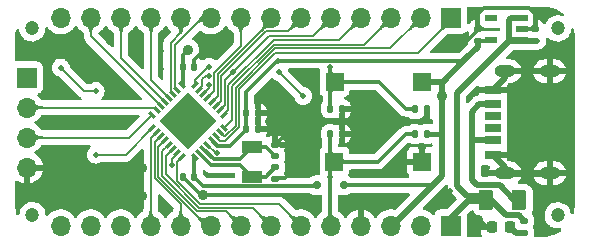
<source format=gtl>
%TF.GenerationSoftware,KiCad,Pcbnew,(6.0.8)*%
%TF.CreationDate,2022-10-30T12:48:42+08:00*%
%TF.ProjectId,UINIO-MCU-STM32L051K8,55494e49-4f2d-44d4-9355-2d53544d3332,rev?*%
%TF.SameCoordinates,Original*%
%TF.FileFunction,Copper,L1,Top*%
%TF.FilePolarity,Positive*%
%FSLAX46Y46*%
G04 Gerber Fmt 4.6, Leading zero omitted, Abs format (unit mm)*
G04 Created by KiCad (PCBNEW (6.0.8)) date 2022-10-30 12:48:42*
%MOMM*%
%LPD*%
G01*
G04 APERTURE LIST*
G04 Aperture macros list*
%AMRoundRect*
0 Rectangle with rounded corners*
0 $1 Rounding radius*
0 $2 $3 $4 $5 $6 $7 $8 $9 X,Y pos of 4 corners*
0 Add a 4 corners polygon primitive as box body*
4,1,4,$2,$3,$4,$5,$6,$7,$8,$9,$2,$3,0*
0 Add four circle primitives for the rounded corners*
1,1,$1+$1,$2,$3*
1,1,$1+$1,$4,$5*
1,1,$1+$1,$6,$7*
1,1,$1+$1,$8,$9*
0 Add four rect primitives between the rounded corners*
20,1,$1+$1,$2,$3,$4,$5,0*
20,1,$1+$1,$4,$5,$6,$7,0*
20,1,$1+$1,$6,$7,$8,$9,0*
20,1,$1+$1,$8,$9,$2,$3,0*%
%AMRotRect*
0 Rectangle, with rotation*
0 The origin of the aperture is its center*
0 $1 length*
0 $2 width*
0 $3 Rotation angle, in degrees counterclockwise*
0 Add horizontal line*
21,1,$1,$2,0,0,$3*%
G04 Aperture macros list end*
%TA.AperFunction,SMDPad,CuDef*%
%ADD10RoundRect,0.135000X0.135000X0.185000X-0.135000X0.185000X-0.135000X-0.185000X0.135000X-0.185000X0*%
%TD*%
%TA.AperFunction,SMDPad,CuDef*%
%ADD11RoundRect,0.140000X0.140000X0.170000X-0.140000X0.170000X-0.140000X-0.170000X0.140000X-0.170000X0*%
%TD*%
%TA.AperFunction,SMDPad,CuDef*%
%ADD12RoundRect,0.250000X0.375000X0.625000X-0.375000X0.625000X-0.375000X-0.625000X0.375000X-0.625000X0*%
%TD*%
%TA.AperFunction,ComponentPad*%
%ADD13C,1.200000*%
%TD*%
%TA.AperFunction,SMDPad,CuDef*%
%ADD14RoundRect,0.140000X-0.140000X-0.170000X0.140000X-0.170000X0.140000X0.170000X-0.140000X0.170000X0*%
%TD*%
%TA.AperFunction,SMDPad,CuDef*%
%ADD15RotRect,0.600000X0.300000X135.000000*%
%TD*%
%TA.AperFunction,SMDPad,CuDef*%
%ADD16RotRect,0.600000X0.300000X225.000000*%
%TD*%
%TA.AperFunction,SMDPad,CuDef*%
%ADD17RotRect,0.600000X0.300000X315.000000*%
%TD*%
%TA.AperFunction,SMDPad,CuDef*%
%ADD18RotRect,0.600000X0.300000X45.000000*%
%TD*%
%TA.AperFunction,SMDPad,CuDef*%
%ADD19RotRect,3.450000X3.450000X45.000000*%
%TD*%
%TA.AperFunction,SMDPad,CuDef*%
%ADD20RoundRect,0.135000X0.185000X-0.135000X0.185000X0.135000X-0.185000X0.135000X-0.185000X-0.135000X0*%
%TD*%
%TA.AperFunction,ComponentPad*%
%ADD21R,1.700000X1.700000*%
%TD*%
%TA.AperFunction,ComponentPad*%
%ADD22O,1.700000X1.700000*%
%TD*%
%TA.AperFunction,ComponentPad*%
%ADD23O,1.800000X1.000000*%
%TD*%
%TA.AperFunction,SMDPad,CuDef*%
%ADD24R,1.400000X0.700000*%
%TD*%
%TA.AperFunction,SMDPad,CuDef*%
%ADD25R,1.400000X0.800000*%
%TD*%
%TA.AperFunction,SMDPad,CuDef*%
%ADD26R,1.500000X1.500000*%
%TD*%
%TA.AperFunction,SMDPad,CuDef*%
%ADD27RoundRect,0.218750X-0.218750X-0.256250X0.218750X-0.256250X0.218750X0.256250X-0.218750X0.256250X0*%
%TD*%
%TA.AperFunction,SMDPad,CuDef*%
%ADD28RoundRect,0.140000X-0.170000X0.140000X-0.170000X-0.140000X0.170000X-0.140000X0.170000X0.140000X0*%
%TD*%
%TA.AperFunction,SMDPad,CuDef*%
%ADD29RoundRect,0.140000X0.170000X-0.140000X0.170000X0.140000X-0.170000X0.140000X-0.170000X-0.140000X0*%
%TD*%
%TA.AperFunction,SMDPad,CuDef*%
%ADD30R,1.800000X1.000000*%
%TD*%
%TA.AperFunction,SMDPad,CuDef*%
%ADD31R,1.000000X0.600000*%
%TD*%
%TA.AperFunction,ViaPad*%
%ADD32C,0.500000*%
%TD*%
%TA.AperFunction,ViaPad*%
%ADD33C,0.900000*%
%TD*%
%TA.AperFunction,ViaPad*%
%ADD34C,0.700000*%
%TD*%
%TA.AperFunction,Conductor*%
%ADD35C,0.300000*%
%TD*%
%TA.AperFunction,Conductor*%
%ADD36C,0.500000*%
%TD*%
%TA.AperFunction,Conductor*%
%ADD37C,0.400000*%
%TD*%
%TA.AperFunction,Conductor*%
%ADD38C,0.200000*%
%TD*%
G04 APERTURE END LIST*
D10*
%TO.P,R3,1*%
%TO.N,/VDD_3.3V*%
X163970000Y-100740000D03*
%TO.P,R3,2*%
%TO.N,/NRST*%
X162950000Y-100740000D03*
%TD*%
D11*
%TO.P,C5,1*%
%TO.N,GND*%
X156750000Y-98620000D03*
%TO.P,C5,2*%
%TO.N,/BOOT0*%
X155790000Y-98620000D03*
%TD*%
D12*
%TO.P,F1,1*%
%TO.N,Net-(F1-Pad1)*%
X171800000Y-106370000D03*
%TO.P,F1,2*%
%TO.N,/VDD_5V*%
X169000000Y-106370000D03*
%TD*%
D13*
%TO.P,Hole3,*%
%TO.N,*%
X175040000Y-107630000D03*
%TD*%
D14*
%TO.P,C4,1*%
%TO.N,/VDD_3.3V*%
X143277147Y-95098606D03*
%TO.P,C4,2*%
%TO.N,GND*%
X144237147Y-95098606D03*
%TD*%
D15*
%TO.P,U3,1,VDD*%
%TO.N,/VDD_3.3V*%
X144315761Y-102704819D03*
%TO.P,U3,2,PC14-OSC_IN*%
%TO.N,Net-(C10-Pad2)*%
X144669315Y-102351266D03*
%TO.P,U3,3,PC15-OSC_OUT*%
%TO.N,Net-(C11-Pad2)*%
X145022868Y-101997712D03*
%TO.P,U3,4,NRST*%
%TO.N,/NRST*%
X145376422Y-101644159D03*
%TO.P,U3,5,VDDA*%
%TO.N,/VDD_3.3V*%
X145729975Y-101290606D03*
%TO.P,U3,6,PA0*%
%TO.N,/PA0*%
X146083528Y-100937052D03*
%TO.P,U3,7,PA1*%
%TO.N,/PA1*%
X146437082Y-100583499D03*
%TO.P,U3,8,PA2*%
%TO.N,/PA2*%
X146790635Y-100229945D03*
D16*
%TO.P,U3,9,PA3*%
%TO.N,/PA3*%
X146790635Y-99112717D03*
%TO.P,U3,10,PA4*%
%TO.N,/PA4{slash}CS*%
X146437082Y-98759163D03*
%TO.P,U3,11,PA5*%
%TO.N,/PA5{slash}SCLK*%
X146083528Y-98405610D03*
%TO.P,U3,12,PA6*%
%TO.N,/PA6{slash}MISO*%
X145729975Y-98052056D03*
%TO.P,U3,13,PA7*%
%TO.N,/PA7{slash}MOSI*%
X145376422Y-97698503D03*
%TO.P,U3,14,PB0*%
%TO.N,/PB0*%
X145022868Y-97344950D03*
%TO.P,U3,15,PB1*%
%TO.N,/PB1*%
X144669315Y-96991396D03*
%TO.P,U3,16,PB2*%
%TO.N,/PB2*%
X144315761Y-96637843D03*
D17*
%TO.P,U3,17,VDD*%
%TO.N,/VDD_3.3V*%
X143198533Y-96637843D03*
%TO.P,U3,18,PA8*%
%TO.N,/PA8*%
X142844979Y-96991396D03*
%TO.P,U3,19,PA9*%
%TO.N,/PA9*%
X142491426Y-97344950D03*
%TO.P,U3,20,PA10*%
%TO.N,/PA10*%
X142137872Y-97698503D03*
%TO.P,U3,21,PA11*%
%TO.N,/PA11*%
X141784319Y-98052056D03*
%TO.P,U3,22,PA12*%
%TO.N,/PA12*%
X141430766Y-98405610D03*
%TO.P,U3,23,PA13*%
%TO.N,/PA13{slash}SWDIO*%
X141077212Y-98759163D03*
%TO.P,U3,24,PA14*%
%TO.N,/PA14{slash}SWCLK*%
X140723659Y-99112717D03*
D18*
%TO.P,U3,25,PA15*%
%TO.N,/PA15*%
X140723659Y-100229945D03*
%TO.P,U3,26,PB3*%
%TO.N,/PB3*%
X141077212Y-100583499D03*
%TO.P,U3,27,PB4*%
%TO.N,/PB4*%
X141430766Y-100937052D03*
%TO.P,U3,28,PB5*%
%TO.N,/PB5*%
X141784319Y-101290606D03*
%TO.P,U3,29,PB6*%
%TO.N,/PB6*%
X142137872Y-101644159D03*
%TO.P,U3,30,PB7*%
%TO.N,/PB7*%
X142491426Y-101997712D03*
%TO.P,U3,31,BOOT0*%
%TO.N,/BOOT0*%
X142844979Y-102351266D03*
%TO.P,U3,32,PB8*%
%TO.N,/PB8*%
X143198533Y-102704819D03*
D19*
%TO.P,U3,33,PAD*%
%TO.N,GND*%
X143757147Y-99671331D03*
%TD*%
D20*
%TO.P,R1,1*%
%TO.N,Net-(D1-Pad2)*%
X172200000Y-109110000D03*
%TO.P,R1,2*%
%TO.N,/VDD_5V*%
X172200000Y-108090000D03*
%TD*%
D13*
%TO.P,Hole1,*%
%TO.N,*%
X130530000Y-91810000D03*
%TD*%
D21*
%TO.P,J3,1,Pin_1*%
%TO.N,/VDD_3.3V*%
X130090000Y-95970000D03*
D22*
%TO.P,J3,2,Pin_2*%
%TO.N,/PA13{slash}SWDIO*%
X130090000Y-98510000D03*
%TO.P,J3,3,Pin_3*%
%TO.N,/PA14{slash}SWCLK*%
X130090000Y-101050000D03*
%TO.P,J3,4,Pin_4*%
%TO.N,GND*%
X130090000Y-103590000D03*
%TD*%
D11*
%TO.P,C8,1*%
%TO.N,GND*%
X149640000Y-99010000D03*
%TO.P,C8,2*%
%TO.N,/VDD_3.3V*%
X148680000Y-99010000D03*
%TD*%
D14*
%TO.P,C7,1*%
%TO.N,GND*%
X143287147Y-104358606D03*
%TO.P,C7,2*%
%TO.N,/VDD_3.3V*%
X144247147Y-104358606D03*
%TD*%
D23*
%TO.P,USB1,1,GND*%
%TO.N,GND*%
X170560000Y-104080000D03*
%TO.P,USB1,2,GND*%
X170560000Y-95440000D03*
%TO.P,USB1,3,GND*%
X174360000Y-104080000D03*
%TO.P,USB1,4,GND*%
X174360000Y-95440000D03*
D24*
%TO.P,USB1,A5,CC1*%
%TO.N,unconnected-(USB1-PadA5)*%
X169560000Y-100260000D03*
%TO.P,USB1,A9,VBUS*%
%TO.N,Net-(F1-Pad1)*%
X169560000Y-98240000D03*
D25*
%TO.P,USB1,A12,GND*%
%TO.N,GND*%
X169560000Y-97010000D03*
D24*
%TO.P,USB1,B5,CC2*%
%TO.N,unconnected-(USB1-PadB5)*%
X169560000Y-99260000D03*
%TO.P,USB1,B9,VBUS*%
%TO.N,Net-(F1-Pad1)*%
X169560000Y-101280000D03*
D25*
%TO.P,USB1,B12,GND*%
%TO.N,GND*%
X169560000Y-102510000D03*
%TD*%
D14*
%TO.P,C9,1*%
%TO.N,/NRST*%
X155780000Y-100750000D03*
%TO.P,C9,2*%
%TO.N,GND*%
X156740000Y-100750000D03*
%TD*%
D13*
%TO.P,Hole2,*%
%TO.N,*%
X130560000Y-107620000D03*
%TD*%
D26*
%TO.P,SW2,1,1*%
%TO.N,GND*%
X163530000Y-103090000D03*
%TO.P,SW2,2,2*%
%TO.N,/NRST*%
X156130000Y-103090000D03*
%TD*%
D10*
%TO.P,R2,1*%
%TO.N,GND*%
X163980000Y-98660000D03*
%TO.P,R2,2*%
%TO.N,/BOOT0*%
X162960000Y-98660000D03*
%TD*%
D27*
%TO.P,D1,1,K*%
%TO.N,GND*%
X169457500Y-108620000D03*
%TO.P,D1,2,A*%
%TO.N,Net-(D1-Pad2)*%
X171032500Y-108620000D03*
%TD*%
D28*
%TO.P,C2,1,1*%
%TO.N,GND*%
X168300000Y-91880000D03*
%TO.P,C2,2,2*%
%TO.N,/VDD_3.3V*%
X168300000Y-92840000D03*
%TD*%
D11*
%TO.P,C6,1*%
%TO.N,GND*%
X149640000Y-100360000D03*
%TO.P,C6,2*%
%TO.N,/VDD_3.3V*%
X148680000Y-100360000D03*
%TD*%
D28*
%TO.P,C11,1*%
%TO.N,GND*%
X151130000Y-101680000D03*
%TO.P,C11,2*%
%TO.N,Net-(C11-Pad2)*%
X151130000Y-102640000D03*
%TD*%
D29*
%TO.P,C10,1*%
%TO.N,GND*%
X151130000Y-104520000D03*
%TO.P,C10,2*%
%TO.N,Net-(C10-Pad2)*%
X151130000Y-103560000D03*
%TD*%
D28*
%TO.P,C1,1,1*%
%TO.N,GND*%
X173090000Y-91880000D03*
%TO.P,C1,2,2*%
%TO.N,/VDD_5V*%
X173090000Y-92840000D03*
%TD*%
D13*
%TO.P,Hole4,*%
%TO.N,*%
X175040000Y-91810000D03*
%TD*%
D30*
%TO.P,Y1,1,1*%
%TO.N,Net-(C11-Pad2)*%
X149140000Y-101870000D03*
%TO.P,Y1,2,GND*%
%TO.N,Net-(C10-Pad2)*%
X149140000Y-104370000D03*
%TD*%
D26*
%TO.P,SW1,1,1*%
%TO.N,/VDD_3.3V*%
X163550000Y-96330000D03*
%TO.P,SW1,2,2*%
%TO.N,/BOOT0*%
X156150000Y-96330000D03*
%TD*%
D31*
%TO.P,U1,1,Vin*%
%TO.N,/VDD_5V*%
X172000000Y-92830000D03*
%TO.P,U1,2,Vss*%
%TO.N,GND*%
X172000000Y-91880000D03*
%TO.P,U1,3,CE*%
%TO.N,/VDD_5V*%
X172000000Y-90930000D03*
%TO.P,U1,4,NC*%
%TO.N,unconnected-(U1-Pad4)*%
X169400000Y-90930000D03*
%TO.P,U1,5,Vout*%
%TO.N,/VDD_3.3V*%
X169400000Y-92830000D03*
%TD*%
D21*
%TO.P,J2,1,Pin_1*%
%TO.N,/VDD_5V*%
X165980000Y-108500000D03*
D22*
%TO.P,J2,2,Pin_2*%
%TO.N,GND*%
X163440000Y-108500000D03*
%TO.P,J2,3,Pin_3*%
%TO.N,/VDD_3.3V*%
X160900000Y-108500000D03*
%TO.P,J2,4,Pin_4*%
%TO.N,GND*%
X158360000Y-108500000D03*
%TO.P,J2,5,Pin_5*%
%TO.N,/NRST*%
X155820000Y-108500000D03*
%TO.P,J2,6,Pin_6*%
%TO.N,/PB8*%
X153280000Y-108500000D03*
%TO.P,J2,7,Pin_7*%
%TO.N,/PB7*%
X150740000Y-108500000D03*
%TO.P,J2,8,Pin_8*%
%TO.N,/PB6*%
X148200000Y-108500000D03*
%TO.P,J2,9,Pin_9*%
%TO.N,/PB5*%
X145660000Y-108500000D03*
%TO.P,J2,10,Pin_10*%
%TO.N,/PB4*%
X143120000Y-108500000D03*
%TO.P,J2,11,Pin_11*%
%TO.N,/PB3*%
X140580000Y-108500000D03*
%TO.P,J2,12,Pin_12*%
%TO.N,/PB2*%
X138040000Y-108500000D03*
%TO.P,J2,13,Pin_13*%
%TO.N,/PB1*%
X135500000Y-108500000D03*
%TO.P,J2,14,Pin_14*%
%TO.N,/PB0*%
X132960000Y-108500000D03*
%TD*%
D21*
%TO.P,J1,1,Pin_1*%
%TO.N,/PA0*%
X165990000Y-90940000D03*
D22*
%TO.P,J1,2,Pin_2*%
%TO.N,/PA1*%
X163450000Y-90940000D03*
%TO.P,J1,3,Pin_3*%
%TO.N,/PA2*%
X160910000Y-90940000D03*
%TO.P,J1,4,Pin_4*%
%TO.N,/PA3*%
X158370000Y-90940000D03*
%TO.P,J1,5,Pin_5*%
%TO.N,/PA4{slash}CS*%
X155830000Y-90940000D03*
%TO.P,J1,6,Pin_6*%
%TO.N,/PA5{slash}SCLK*%
X153290000Y-90940000D03*
%TO.P,J1,7,Pin_7*%
%TO.N,/PA6{slash}MISO*%
X150750000Y-90940000D03*
%TO.P,J1,8,Pin_8*%
%TO.N,/PA7{slash}MOSI*%
X148210000Y-90940000D03*
%TO.P,J1,9,Pin_9*%
%TO.N,/PA8*%
X145670000Y-90940000D03*
%TO.P,J1,10,Pin_10*%
%TO.N,/PA9*%
X143130000Y-90940000D03*
%TO.P,J1,11,Pin_11*%
%TO.N,/PA10*%
X140590000Y-90940000D03*
%TO.P,J1,12,Pin_12*%
%TO.N,/PA11*%
X138050000Y-90940000D03*
%TO.P,J1,13,Pin_13*%
%TO.N,/PA12*%
X135510000Y-90940000D03*
%TO.P,J1,14,Pin_14*%
%TO.N,/PA15*%
X132970000Y-90940000D03*
%TD*%
D32*
%TO.N,GND*%
X166890000Y-93370000D03*
D33*
X145120000Y-93600000D03*
D32*
X137030000Y-92990000D03*
X135070000Y-99900000D03*
X131560000Y-93460000D03*
D33*
X139850000Y-103590000D03*
X161930000Y-99680000D03*
D32*
X141460000Y-93740000D03*
D33*
X151040000Y-97420000D03*
D32*
X165920000Y-105580000D03*
X134250000Y-94390000D03*
X139420000Y-93730000D03*
D34*
X163520000Y-101870000D03*
D33*
X168260000Y-108030000D03*
D32*
X144240000Y-99170000D03*
X141920000Y-106800000D03*
X143820000Y-99610000D03*
X142930000Y-100500000D03*
X143340000Y-100040000D03*
D33*
X144970000Y-105930000D03*
D32*
X145370000Y-104190000D03*
X144690000Y-98740000D03*
D33*
X139870000Y-106000000D03*
D32*
X141470000Y-95260000D03*
%TO.N,/VDD_3.3V*%
X151330000Y-94540000D03*
D34*
X154630000Y-105099500D03*
D33*
X165212000Y-97562000D03*
X143700000Y-93600000D03*
D34*
X156910000Y-105080000D03*
D32*
%TO.N,/BOOT0*%
X142357647Y-103390000D03*
X155800000Y-95090000D03*
%TO.N,/NRST*%
X146150000Y-102349500D03*
X155780000Y-104390000D03*
%TO.N,/PA4{slash}CS*%
X153490000Y-97520000D03*
X151430000Y-95490000D03*
X147529500Y-95489977D03*
%TO.N,/PA15*%
X135910000Y-97130000D03*
X132960000Y-95130000D03*
X135920000Y-102500000D03*
%TO.N,/PB0*%
X145510000Y-96580000D03*
%TO.N,/PB1*%
X145510000Y-95820000D03*
%TO.N,/PB2*%
X145520000Y-95070000D03*
%TD*%
D35*
%TO.N,GND*%
X161930000Y-99680000D02*
X156830000Y-99680000D01*
X173080000Y-90540000D02*
X173080000Y-91870000D01*
X163980000Y-99200000D02*
X163500000Y-99680000D01*
X152410000Y-99680000D02*
X156830000Y-99680000D01*
X151040000Y-97420000D02*
X151850000Y-97420000D01*
X139870000Y-103610000D02*
X139870000Y-106000000D01*
X156750000Y-99700000D02*
X156750000Y-98620000D01*
D36*
X170560000Y-95440000D02*
X174360000Y-95440000D01*
D35*
X151040000Y-97420000D02*
X150280000Y-97420000D01*
D36*
X172950000Y-104110000D02*
X170450000Y-104110000D01*
D35*
X144237147Y-94492853D02*
X144237147Y-95098606D01*
X145120000Y-93600000D02*
X145120000Y-93610000D01*
X151130000Y-101680000D02*
X152400000Y-100410000D01*
X156830000Y-99680000D02*
X156780000Y-99730000D01*
D36*
X174360000Y-95440000D02*
X174360000Y-104080000D01*
D35*
X156780000Y-99730000D02*
X156750000Y-99760000D01*
X173090000Y-91880000D02*
X172000000Y-91880000D01*
D36*
X168850000Y-108620000D02*
X169457500Y-108620000D01*
D35*
X168300000Y-91880000D02*
X168300000Y-90530000D01*
X149640000Y-98060000D02*
X149640000Y-99010000D01*
X139850000Y-103590000D02*
X130090000Y-103590000D01*
D36*
X170560000Y-95440000D02*
X170560000Y-96010000D01*
D35*
X151130000Y-101680000D02*
X151990000Y-101680000D01*
X149640000Y-99010000D02*
X149640000Y-100360000D01*
X139850000Y-103590000D02*
X139870000Y-103610000D01*
D36*
X170560000Y-104080000D02*
X170560000Y-103510000D01*
D35*
X144850000Y-105930000D02*
X143287147Y-104367147D01*
X172590000Y-90050000D02*
X173080000Y-90540000D01*
D36*
X170560000Y-96010000D02*
X169560000Y-97010000D01*
X163520000Y-101870000D02*
X163530000Y-101880000D01*
X174210000Y-104110000D02*
X172950000Y-104110000D01*
D35*
X152290000Y-104170000D02*
X151950000Y-104510000D01*
X168300000Y-90530000D02*
X168780000Y-90050000D01*
X156780000Y-99730000D02*
X156750000Y-99700000D01*
X152400000Y-100410000D02*
X152400000Y-99690000D01*
D36*
X163530000Y-101880000D02*
X163530000Y-103090000D01*
D35*
X156750000Y-99760000D02*
X156750000Y-100740000D01*
X163500000Y-99680000D02*
X161930000Y-99680000D01*
D36*
X168260000Y-108030000D02*
X168850000Y-108620000D01*
D35*
X151950000Y-104510000D02*
X151140000Y-104510000D01*
D36*
X170560000Y-103510000D02*
X169560000Y-102510000D01*
D35*
X152400000Y-97970000D02*
X152400000Y-99690000D01*
X163980000Y-98660000D02*
X163980000Y-99200000D01*
X152290000Y-101980000D02*
X152290000Y-104170000D01*
X151850000Y-97420000D02*
X152400000Y-97970000D01*
X151990000Y-101680000D02*
X152290000Y-101980000D01*
X145120000Y-93610000D02*
X144237147Y-94492853D01*
X144970000Y-105930000D02*
X144850000Y-105930000D01*
X168780000Y-90050000D02*
X172590000Y-90050000D01*
X152400000Y-99690000D02*
X152410000Y-99680000D01*
X150280000Y-97420000D02*
X149640000Y-98060000D01*
X166890000Y-93370000D02*
X168370000Y-91890000D01*
D36*
%TO.N,/VDD_5V*%
X172006000Y-92836000D02*
X173316000Y-92836000D01*
X167470000Y-106400000D02*
X165980000Y-107890000D01*
X171760000Y-107650000D02*
X170680000Y-107650000D01*
X170940000Y-92850000D02*
X166500000Y-97290000D01*
X171128000Y-92830000D02*
X172000000Y-92830000D01*
X171096000Y-90930000D02*
X170896000Y-91130000D01*
X166500000Y-105130000D02*
X167390000Y-106020000D01*
X168920000Y-106400000D02*
X167470000Y-106400000D01*
X168550000Y-106020000D02*
X168900000Y-106370000D01*
X172000000Y-90930000D02*
X171096000Y-90930000D01*
X166500000Y-97290000D02*
X166500000Y-105130000D01*
X170896000Y-91130000D02*
X170896000Y-92598000D01*
X170896000Y-92598000D02*
X171128000Y-92830000D01*
X172144000Y-92850000D02*
X170940000Y-92850000D01*
X172200000Y-108090000D02*
X171760000Y-107650000D01*
X165980000Y-107890000D02*
X165980000Y-108500000D01*
X169400000Y-106370000D02*
X169000000Y-106370000D01*
X170680000Y-107650000D02*
X169400000Y-106370000D01*
X167390000Y-106020000D02*
X168550000Y-106020000D01*
D37*
%TO.N,/VDD_3.3V*%
X165088000Y-100740000D02*
X165212000Y-100864000D01*
D35*
X169394000Y-92836000D02*
X168394000Y-92836000D01*
D36*
X165212000Y-97562000D02*
X165212000Y-96432000D01*
D35*
X145010000Y-105130000D02*
X144247147Y-104367147D01*
X147320000Y-101740000D02*
X146179369Y-101740000D01*
D37*
X163970000Y-100740000D02*
X165088000Y-100740000D01*
D35*
X166990000Y-94540000D02*
X167047000Y-94597000D01*
D36*
X168300000Y-92840000D02*
X168300000Y-93344000D01*
X164675000Y-104865000D02*
X160930000Y-108610000D01*
X165212000Y-96432000D02*
X165110000Y-96330000D01*
X165212000Y-100864000D02*
X165212000Y-104328000D01*
D35*
X143277147Y-95098606D02*
X143277147Y-96559229D01*
D36*
X167302000Y-94342000D02*
X167047000Y-94597000D01*
D35*
X146179369Y-101740000D02*
X145729975Y-101290606D01*
X167174000Y-94470000D02*
X167302000Y-94342000D01*
X154599500Y-105130000D02*
X145010000Y-105130000D01*
X144315761Y-102704819D02*
X144240000Y-102780580D01*
X144240000Y-102780580D02*
X144240000Y-104214231D01*
D36*
X168300000Y-93344000D02*
X167302000Y-94342000D01*
D35*
X164430000Y-105110000D02*
X164675000Y-104865000D01*
X148610000Y-100450000D02*
X147320000Y-101740000D01*
X154630000Y-105099500D02*
X154599500Y-105130000D01*
X143277147Y-94022853D02*
X143277147Y-95098606D01*
X151330000Y-94540000D02*
X151310000Y-94540000D01*
D36*
X165110000Y-96330000D02*
X163550000Y-96330000D01*
X165212000Y-104328000D02*
X164675000Y-104865000D01*
D35*
X156910000Y-105080000D02*
X156940000Y-105110000D01*
X148680000Y-99010000D02*
X148680000Y-100360000D01*
X148680000Y-97170000D02*
X148680000Y-99010000D01*
X143277147Y-96559229D02*
X143198533Y-96637843D01*
D36*
X165212000Y-97562000D02*
X165212000Y-100864000D01*
D35*
X151330000Y-94540000D02*
X166990000Y-94540000D01*
D36*
X167047000Y-94597000D02*
X165212000Y-96432000D01*
D35*
X151310000Y-94540000D02*
X148680000Y-97170000D01*
X143700000Y-93600000D02*
X143277147Y-94022853D01*
X156940000Y-105110000D02*
X164430000Y-105110000D01*
%TO.N,/BOOT0*%
X155790000Y-95100000D02*
X155790000Y-95970000D01*
X155800000Y-95090000D02*
X155790000Y-95100000D01*
X159880000Y-96330000D02*
X162210000Y-98660000D01*
X155790000Y-98620000D02*
X155790000Y-96690000D01*
D38*
X142357647Y-103390000D02*
X142357647Y-102838598D01*
X142357647Y-102838598D02*
X142844979Y-102351266D01*
D35*
X162210000Y-98660000D02*
X162960000Y-98660000D01*
X156150000Y-96330000D02*
X159880000Y-96330000D01*
D38*
%TO.N,/NRST*%
X146150000Y-102349500D02*
X146081763Y-102349500D01*
D35*
X162190000Y-100740000D02*
X159840000Y-103090000D01*
X162950000Y-100740000D02*
X162190000Y-100740000D01*
X155780000Y-104390000D02*
X155780000Y-103440000D01*
X155780000Y-104390000D02*
X155780000Y-108570000D01*
D38*
X146081763Y-102349500D02*
X145376422Y-101644159D01*
D35*
X159840000Y-103090000D02*
X156130000Y-103090000D01*
X155780000Y-100750000D02*
X155780000Y-102740000D01*
%TO.N,Net-(C10-Pad2)*%
X149140000Y-104370000D02*
X150320000Y-104370000D01*
X144669315Y-102351266D02*
X145708049Y-103390000D01*
X150320000Y-104370000D02*
X151130000Y-103560000D01*
X145708049Y-103390000D02*
X148160000Y-103390000D01*
X148160000Y-103390000D02*
X149140000Y-104370000D01*
%TO.N,Net-(C11-Pad2)*%
X145022868Y-101997712D02*
X145935156Y-102910000D01*
X145935156Y-102910000D02*
X148100000Y-102910000D01*
X148100000Y-102910000D02*
X149140000Y-101870000D01*
X149140000Y-101870000D02*
X150360000Y-101870000D01*
X150360000Y-101870000D02*
X151130000Y-102640000D01*
D36*
%TO.N,Net-(D1-Pad2)*%
X172200000Y-109110000D02*
X171522500Y-109110000D01*
X171522500Y-109110000D02*
X171032500Y-108620000D01*
D38*
%TO.N,/PA0*%
X146486476Y-101340000D02*
X146083528Y-100937052D01*
X166010000Y-91080000D02*
X163180000Y-93910000D01*
X148060000Y-96972792D02*
X148060000Y-100164264D01*
X151122792Y-93910000D02*
X148060000Y-96972792D01*
X146884264Y-101340000D02*
X146486476Y-101340000D01*
X148060000Y-100164264D02*
X146884264Y-101340000D01*
X163180000Y-93910000D02*
X151122792Y-93910000D01*
%TO.N,/PA1*%
X147760000Y-100040000D02*
X147760000Y-96848528D01*
X146773583Y-100920000D02*
X146880000Y-100920000D01*
X147760000Y-96848528D02*
X151108528Y-93500000D01*
X146437082Y-100583499D02*
X146773583Y-100920000D01*
X151108528Y-93500000D02*
X160870000Y-93500000D01*
X160870000Y-93500000D02*
X163430000Y-90940000D01*
X146880000Y-100920000D02*
X147760000Y-100040000D01*
%TO.N,/PA2*%
X146790635Y-100229945D02*
X147460000Y-99560580D01*
X151004264Y-93180000D02*
X158650000Y-93180000D01*
X147460000Y-96724264D02*
X151004264Y-93180000D01*
X158650000Y-93180000D02*
X160890000Y-90940000D01*
X147460000Y-99560580D02*
X147460000Y-96724264D01*
%TO.N,/PA3*%
X156530000Y-92780000D02*
X158370000Y-90940000D01*
X147160000Y-96600000D02*
X150980000Y-92780000D01*
X147160000Y-98743352D02*
X147160000Y-96600000D01*
X150980000Y-92780000D02*
X156530000Y-92780000D01*
X146790635Y-99112717D02*
X147160000Y-98743352D01*
%TO.N,/PA4{slash}CS*%
X147529500Y-95489977D02*
X146860000Y-96159477D01*
X147560023Y-95489977D02*
X150570000Y-92480000D01*
X150570000Y-92480000D02*
X154290000Y-92480000D01*
X147529500Y-95489977D02*
X147560023Y-95489977D01*
X154290000Y-92480000D02*
X155830000Y-90940000D01*
X153490000Y-97520000D02*
X153460000Y-97520000D01*
X146860000Y-96159477D02*
X146860000Y-98336245D01*
X153460000Y-97520000D02*
X151430000Y-95490000D01*
X146860000Y-98336245D02*
X146437082Y-98759163D01*
%TO.N,/PA5{slash}SCLK*%
X146560000Y-95804264D02*
X146560000Y-97929138D01*
X153290000Y-90940000D02*
X152200000Y-92030000D01*
X152200000Y-92030000D02*
X150334264Y-92030000D01*
X150334264Y-92030000D02*
X146560000Y-95804264D01*
X146560000Y-97929138D02*
X146083528Y-98405610D01*
%TO.N,/PA6{slash}MISO*%
X145729975Y-98052056D02*
X146260000Y-97522031D01*
X146260000Y-97522031D02*
X146260000Y-95680000D01*
X146260000Y-95680000D02*
X150770000Y-91170000D01*
%TO.N,/PA7{slash}MOSI*%
X145960000Y-95555736D02*
X145960000Y-97114925D01*
X145960000Y-97114925D02*
X145376422Y-97698503D01*
X148210000Y-90940000D02*
X148210000Y-93305736D01*
X148210000Y-93305736D02*
X145960000Y-95555736D01*
%TO.N,/PA8*%
X142630000Y-93200000D02*
X142630000Y-96776417D01*
X142630000Y-96776417D02*
X142844979Y-96991396D01*
X144890000Y-90940000D02*
X142630000Y-93200000D01*
X145670000Y-90940000D02*
X144890000Y-90940000D01*
%TO.N,/PA9*%
X143130000Y-90940000D02*
X143130000Y-92150000D01*
X142260000Y-97113524D02*
X142491426Y-97344950D01*
X142260000Y-93020000D02*
X142260000Y-97113524D01*
X143130000Y-92150000D02*
X142260000Y-93020000D01*
%TO.N,/PA10*%
X140610000Y-96170631D02*
X140610000Y-90960000D01*
X142137872Y-97698503D02*
X140610000Y-96170631D01*
%TO.N,/PA15*%
X138453604Y-102500000D02*
X140723659Y-100229945D01*
X134960000Y-97130000D02*
X135910000Y-97130000D01*
X135920000Y-102500000D02*
X138453604Y-102500000D01*
X132960000Y-95130000D02*
X134960000Y-97130000D01*
%TO.N,/PA13{slash}SWDIO*%
X130090000Y-98510000D02*
X140828049Y-98510000D01*
X140828049Y-98510000D02*
X141077212Y-98759163D01*
%TO.N,/PA14{slash}SWCLK*%
X138765434Y-101050000D02*
X130090000Y-101050000D01*
X140702717Y-99112717D02*
X138765434Y-101050000D01*
%TO.N,/PB0*%
X145510000Y-96580000D02*
X145510000Y-96857818D01*
X145510000Y-96857818D02*
X145022868Y-97344950D01*
%TO.N,/PB1*%
X144960000Y-96130000D02*
X144960000Y-96700711D01*
X145510000Y-95820000D02*
X145270000Y-95820000D01*
X145270000Y-95820000D02*
X144960000Y-96130000D01*
X144960000Y-96700711D02*
X144669315Y-96991396D01*
%TO.N,/PB2*%
X145405736Y-95070000D02*
X144315761Y-96159975D01*
X144315761Y-96159975D02*
X144315761Y-96637843D01*
X145520000Y-95070000D02*
X145405736Y-95070000D01*
%TO.N,/PB3*%
X140580000Y-108500000D02*
X140580000Y-101080711D01*
X140580000Y-101080711D02*
X141077212Y-100583499D01*
%TO.N,/PB4*%
X141430766Y-100937052D02*
X140910000Y-101457818D01*
X140910000Y-101457818D02*
X140910000Y-104507056D01*
X143120000Y-106717056D02*
X143120000Y-108310000D01*
X140910000Y-104507056D02*
X143120000Y-106717056D01*
%TO.N,/PB5*%
X141210000Y-104382792D02*
X141210000Y-101864925D01*
X141210000Y-101864925D02*
X141784319Y-101290606D01*
X145437208Y-108610000D02*
X141210000Y-104382792D01*
%TO.N,/PB6*%
X146980000Y-107280000D02*
X148200000Y-108500000D01*
X142137872Y-101644159D02*
X141550000Y-102232031D01*
X141550000Y-102232031D02*
X141550000Y-104298528D01*
X144531472Y-107280000D02*
X146980000Y-107280000D01*
X141550000Y-104298528D02*
X144531472Y-107280000D01*
%TO.N,/PB7*%
X144655736Y-106980000D02*
X141850000Y-104174264D01*
X149220000Y-106980000D02*
X144655736Y-106980000D01*
X150740000Y-108500000D02*
X149220000Y-106980000D01*
X141850000Y-102639138D02*
X142491426Y-101997712D01*
X141850000Y-104174264D02*
X141850000Y-102639138D01*
%TO.N,/PB8*%
X143198533Y-102704819D02*
X142807147Y-103096205D01*
X151460000Y-106680000D02*
X153280000Y-108500000D01*
X144780000Y-106680000D02*
X151460000Y-106680000D01*
X142807147Y-104707147D02*
X144780000Y-106680000D01*
X142807147Y-103096205D02*
X142807147Y-104707147D01*
D36*
%TO.N,Net-(F1-Pad1)*%
X167780000Y-98860000D02*
X168400000Y-98240000D01*
X168400000Y-98240000D02*
X169560000Y-98240000D01*
X167780000Y-101300000D02*
X167780000Y-104680000D01*
X169560000Y-101280000D02*
X168100000Y-101280000D01*
X170110000Y-105110000D02*
X171370000Y-106370000D01*
X168210000Y-105110000D02*
X170110000Y-105110000D01*
X171370000Y-106370000D02*
X171800000Y-106370000D01*
X167780000Y-104680000D02*
X168210000Y-105110000D01*
X167840000Y-101240000D02*
X167780000Y-101300000D01*
X167780000Y-101300000D02*
X167780000Y-98860000D01*
D38*
%TO.N,/PA11*%
X138070000Y-94337737D02*
X141784319Y-98052056D01*
X138070000Y-90960000D02*
X138070000Y-94337737D01*
%TO.N,/PA12*%
X135510000Y-90940000D02*
X135510000Y-92484844D01*
X135510000Y-92484844D02*
X141430766Y-98405610D01*
%TD*%
%TA.AperFunction,Conductor*%
%TO.N,/NRST*%
G36*
X156848044Y-102867965D02*
G01*
X156849915Y-102869496D01*
X156854444Y-102874060D01*
X156855379Y-102874498D01*
X156855378Y-102874498D01*
X156874856Y-102883636D01*
X156874859Y-102883637D01*
X156875204Y-102883799D01*
X156906527Y-102893832D01*
X156906727Y-102893881D01*
X156906738Y-102893884D01*
X156935025Y-102900798D01*
X156947202Y-102903774D01*
X156971219Y-102908431D01*
X156995929Y-102913223D01*
X156995939Y-102913225D01*
X156996023Y-102913241D01*
X157051779Y-102921849D01*
X157051895Y-102921863D01*
X157051903Y-102921864D01*
X157113180Y-102929203D01*
X157113183Y-102929203D01*
X157113264Y-102929213D01*
X157158764Y-102933167D01*
X157179185Y-102934942D01*
X157179199Y-102934943D01*
X157179268Y-102934949D01*
X157179329Y-102934952D01*
X157179353Y-102934954D01*
X157248485Y-102938668D01*
X157248498Y-102938668D01*
X157248582Y-102938673D01*
X157248660Y-102938674D01*
X157248675Y-102938675D01*
X157308517Y-102939787D01*
X157316725Y-102943367D01*
X157320000Y-102951485D01*
X157320000Y-103228515D01*
X157316573Y-103236788D01*
X157308517Y-103240213D01*
X157248675Y-103241324D01*
X157248660Y-103241325D01*
X157248582Y-103241326D01*
X157248498Y-103241331D01*
X157248485Y-103241331D01*
X157179353Y-103245045D01*
X157179329Y-103245047D01*
X157179268Y-103245050D01*
X157179199Y-103245056D01*
X157179185Y-103245057D01*
X157158764Y-103246832D01*
X157113264Y-103250786D01*
X157113183Y-103250796D01*
X157113180Y-103250796D01*
X157051903Y-103258135D01*
X157051895Y-103258136D01*
X157051779Y-103258150D01*
X156996023Y-103266758D01*
X156995939Y-103266774D01*
X156995929Y-103266776D01*
X156971219Y-103271568D01*
X156947202Y-103276225D01*
X156935025Y-103279201D01*
X156906738Y-103286115D01*
X156906727Y-103286118D01*
X156906527Y-103286167D01*
X156875204Y-103296200D01*
X156874859Y-103296362D01*
X156874856Y-103296363D01*
X156869247Y-103298994D01*
X156854444Y-103305939D01*
X156853717Y-103306671D01*
X156853715Y-103306673D01*
X156849916Y-103310501D01*
X156841656Y-103313960D01*
X156839247Y-103313719D01*
X155810536Y-103101459D01*
X155803126Y-103096431D01*
X155801441Y-103087636D01*
X155806469Y-103080226D01*
X155810536Y-103078541D01*
X156019414Y-103035442D01*
X156839250Y-102866280D01*
X156848044Y-102867965D01*
G37*
%TD.AperFunction*%
%TD*%
%TA.AperFunction,Conductor*%
%TO.N,/PB5*%
G36*
X144632296Y-107663033D02*
G01*
X144679003Y-107706160D01*
X144679181Y-107706301D01*
X144735622Y-107751061D01*
X144735630Y-107751067D01*
X144735784Y-107751189D01*
X144792869Y-107790316D01*
X144793025Y-107790408D01*
X144793034Y-107790414D01*
X144814945Y-107803371D01*
X144848750Y-107823363D01*
X144901918Y-107850152D01*
X144902098Y-107850227D01*
X144902107Y-107850231D01*
X144936795Y-107864656D01*
X144950865Y-107870507D01*
X144951097Y-107870581D01*
X144951103Y-107870583D01*
X144983176Y-107880782D01*
X144994081Y-107884250D01*
X145016375Y-107888559D01*
X145029504Y-107891097D01*
X145029507Y-107891097D01*
X145030059Y-107891204D01*
X145030622Y-107891204D01*
X145056121Y-107891192D01*
X145056123Y-107891192D01*
X145057289Y-107891191D01*
X145067593Y-107886848D01*
X145076546Y-107886792D01*
X145079757Y-107888751D01*
X145988748Y-108669003D01*
X145992792Y-108676991D01*
X145990004Y-108685501D01*
X145982015Y-108689546D01*
X145977642Y-108689049D01*
X144835217Y-108332683D01*
X144828340Y-108326948D01*
X144827003Y-108321706D01*
X144826751Y-108306363D01*
X144826740Y-108305669D01*
X144817894Y-108271561D01*
X144817756Y-108271215D01*
X144817753Y-108271206D01*
X144801025Y-108229276D01*
X144800931Y-108229040D01*
X144776182Y-108179309D01*
X144743975Y-108123569D01*
X144743901Y-108123455D01*
X144743893Y-108123442D01*
X144728754Y-108100141D01*
X144704640Y-108063024D01*
X144658507Y-107998875D01*
X144605905Y-107932325D01*
X144570241Y-107891191D01*
X144547235Y-107864656D01*
X144547219Y-107864639D01*
X144547164Y-107864575D01*
X144490492Y-107805096D01*
X144487266Y-107796742D01*
X144490690Y-107788752D01*
X144616086Y-107663356D01*
X144624359Y-107659929D01*
X144632296Y-107663033D01*
G37*
%TD.AperFunction*%
%TD*%
%TA.AperFunction,Conductor*%
%TO.N,/PA2*%
G36*
X161183720Y-90678485D02*
G01*
X161185259Y-90687307D01*
X161183508Y-90691344D01*
X160508956Y-91680572D01*
X160501464Y-91685475D01*
X160496853Y-91685422D01*
X160483428Y-91682562D01*
X160452165Y-91685816D01*
X160412156Y-91696607D01*
X160411878Y-91696713D01*
X160411873Y-91696715D01*
X160408215Y-91698115D01*
X160364818Y-91714722D01*
X160311566Y-91739948D01*
X160253814Y-91772073D01*
X160253697Y-91772148D01*
X160253688Y-91772153D01*
X160193100Y-91810806D01*
X160192978Y-91810884D01*
X160130473Y-91856167D01*
X160067715Y-91907712D01*
X160067588Y-91907831D01*
X160067582Y-91907836D01*
X160014382Y-91957577D01*
X160005998Y-91960724D01*
X159998118Y-91957304D01*
X159872704Y-91831890D01*
X159869277Y-91823617D01*
X159872438Y-91815618D01*
X159922997Y-91761646D01*
X159923001Y-91761641D01*
X159923111Y-91761524D01*
X159975478Y-91698115D01*
X160021572Y-91635050D01*
X160061172Y-91573725D01*
X160094055Y-91515537D01*
X160119999Y-91461882D01*
X160138781Y-91414155D01*
X160150178Y-91373754D01*
X160153967Y-91342075D01*
X160151387Y-91328301D01*
X160153232Y-91319538D01*
X160156619Y-91316268D01*
X161167573Y-90674874D01*
X161176395Y-90673335D01*
X161183720Y-90678485D01*
G37*
%TD.AperFunction*%
%TD*%
%TA.AperFunction,Conductor*%
%TO.N,/PB8*%
G36*
X152404381Y-107482410D02*
G01*
X152456546Y-107531107D01*
X152456557Y-107531117D01*
X152456670Y-107531222D01*
X152518393Y-107581681D01*
X152518539Y-107581786D01*
X152579748Y-107625800D01*
X152579760Y-107625808D01*
X152579892Y-107625903D01*
X152639772Y-107663714D01*
X152696639Y-107694943D01*
X152749098Y-107719417D01*
X152749296Y-107719491D01*
X152749302Y-107719494D01*
X152770520Y-107727474D01*
X152795754Y-107736965D01*
X152835212Y-107747415D01*
X152835673Y-107747463D01*
X152835676Y-107747463D01*
X152845256Y-107748449D01*
X152866077Y-107750594D01*
X152866949Y-107750416D01*
X152866950Y-107750416D01*
X152879196Y-107747916D01*
X152887987Y-107749619D01*
X152891308Y-107752947D01*
X153127080Y-108111310D01*
X153549354Y-108753149D01*
X153551039Y-108761944D01*
X153546011Y-108769354D01*
X153537216Y-108771039D01*
X153533149Y-108769354D01*
X153508518Y-108753149D01*
X152532948Y-108111309D01*
X152527921Y-108103900D01*
X152527916Y-108099196D01*
X152530416Y-108086950D01*
X152530416Y-108086949D01*
X152530594Y-108086077D01*
X152527415Y-108055212D01*
X152516965Y-108015754D01*
X152499417Y-107969098D01*
X152474943Y-107916639D01*
X152443714Y-107859772D01*
X152405903Y-107799892D01*
X152405808Y-107799760D01*
X152405800Y-107799748D01*
X152361786Y-107738539D01*
X152361681Y-107738393D01*
X152360430Y-107736862D01*
X152326086Y-107694852D01*
X152311222Y-107676670D01*
X152311117Y-107676557D01*
X152311107Y-107676546D01*
X152262410Y-107624381D01*
X152259270Y-107615995D01*
X152262690Y-107608124D01*
X152388124Y-107482690D01*
X152396397Y-107479263D01*
X152404381Y-107482410D01*
G37*
%TD.AperFunction*%
%TD*%
%TA.AperFunction,Conductor*%
%TO.N,/PA0*%
G36*
X166221664Y-90640590D02*
G01*
X166224501Y-90649084D01*
X166223371Y-90653337D01*
X165705647Y-91728413D01*
X165704014Y-91731803D01*
X165697337Y-91737770D01*
X165692333Y-91738371D01*
X165678281Y-91736995D01*
X165677485Y-91736917D01*
X165676699Y-91737056D01*
X165676698Y-91737056D01*
X165672660Y-91737770D01*
X165644587Y-91742733D01*
X165644191Y-91742863D01*
X165644187Y-91742864D01*
X165610675Y-91753868D01*
X165603090Y-91756359D01*
X165554315Y-91777536D01*
X165499580Y-91806006D01*
X165440205Y-91841512D01*
X165377508Y-91883796D01*
X165312810Y-91932600D01*
X165247430Y-91987666D01*
X165197335Y-92034918D01*
X165190952Y-92040939D01*
X165182582Y-92044123D01*
X165174651Y-92040701D01*
X165049238Y-91915288D01*
X165045811Y-91907015D01*
X165048939Y-91899052D01*
X165095575Y-91848850D01*
X165095585Y-91848838D01*
X165095721Y-91848692D01*
X165095849Y-91848533D01*
X165095857Y-91848524D01*
X165144084Y-91788725D01*
X165144209Y-91788570D01*
X165186543Y-91728413D01*
X165222541Y-91669689D01*
X165252017Y-91613866D01*
X165274790Y-91562409D01*
X165290675Y-91516787D01*
X165299488Y-91478467D01*
X165301047Y-91448915D01*
X165300608Y-91447473D01*
X165297379Y-91436861D01*
X165298249Y-91427949D01*
X165300901Y-91424621D01*
X166203820Y-90640590D01*
X166205160Y-90639427D01*
X166213653Y-90636590D01*
X166221664Y-90640590D01*
G37*
%TD.AperFunction*%
%TD*%
%TA.AperFunction,Conductor*%
%TO.N,/PB7*%
G36*
X149864381Y-107482410D02*
G01*
X149916546Y-107531107D01*
X149916557Y-107531117D01*
X149916670Y-107531222D01*
X149978393Y-107581681D01*
X149978539Y-107581786D01*
X150039748Y-107625800D01*
X150039760Y-107625808D01*
X150039892Y-107625903D01*
X150099772Y-107663714D01*
X150156639Y-107694943D01*
X150209098Y-107719417D01*
X150209296Y-107719491D01*
X150209302Y-107719494D01*
X150230520Y-107727474D01*
X150255754Y-107736965D01*
X150295212Y-107747415D01*
X150295673Y-107747463D01*
X150295676Y-107747463D01*
X150305256Y-107748449D01*
X150326077Y-107750594D01*
X150326949Y-107750416D01*
X150326950Y-107750416D01*
X150339196Y-107747916D01*
X150347987Y-107749619D01*
X150351308Y-107752947D01*
X150587080Y-108111310D01*
X151009354Y-108753149D01*
X151011039Y-108761944D01*
X151006011Y-108769354D01*
X150997216Y-108771039D01*
X150993149Y-108769354D01*
X150968518Y-108753149D01*
X149992948Y-108111309D01*
X149987921Y-108103900D01*
X149987916Y-108099196D01*
X149990416Y-108086950D01*
X149990416Y-108086949D01*
X149990594Y-108086077D01*
X149987415Y-108055212D01*
X149976965Y-108015754D01*
X149959417Y-107969098D01*
X149934943Y-107916639D01*
X149903714Y-107859772D01*
X149865903Y-107799892D01*
X149865808Y-107799760D01*
X149865800Y-107799748D01*
X149821786Y-107738539D01*
X149821681Y-107738393D01*
X149820430Y-107736862D01*
X149786086Y-107694852D01*
X149771222Y-107676670D01*
X149771117Y-107676557D01*
X149771107Y-107676546D01*
X149722410Y-107624381D01*
X149719270Y-107615995D01*
X149722690Y-107608124D01*
X149848124Y-107482690D01*
X149856397Y-107479263D01*
X149864381Y-107482410D01*
G37*
%TD.AperFunction*%
%TD*%
%TA.AperFunction,Conductor*%
%TO.N,/PA8*%
G36*
X146037248Y-90897977D02*
G01*
X146045049Y-90902374D01*
X146047456Y-90910999D01*
X146043059Y-90918800D01*
X146039146Y-90920815D01*
X144888938Y-91259557D01*
X144880034Y-91258607D01*
X144878296Y-91257447D01*
X144873179Y-91253323D01*
X144871381Y-91253201D01*
X144871380Y-91253201D01*
X144854527Y-91252062D01*
X144854526Y-91252062D01*
X144853801Y-91252013D01*
X144826364Y-91257032D01*
X144792306Y-91268055D01*
X144753062Y-91284755D01*
X144752879Y-91284849D01*
X144752868Y-91284854D01*
X144710252Y-91306716D01*
X144710071Y-91306809D01*
X144709902Y-91306910D01*
X144709893Y-91306915D01*
X144667525Y-91332242D01*
X144664770Y-91333889D01*
X144618596Y-91365673D01*
X144618446Y-91365792D01*
X144573156Y-91401697D01*
X144573149Y-91401703D01*
X144572985Y-91401833D01*
X144537635Y-91434430D01*
X144529232Y-91437518D01*
X144521433Y-91434101D01*
X144396164Y-91308832D01*
X144392737Y-91300559D01*
X144396099Y-91292351D01*
X144461193Y-91226231D01*
X144461203Y-91226221D01*
X144461247Y-91226176D01*
X144529974Y-91154079D01*
X144593512Y-91085091D01*
X144651241Y-91019972D01*
X144702540Y-90959482D01*
X144746785Y-90904380D01*
X144783358Y-90855425D01*
X144811634Y-90813377D01*
X144830994Y-90778996D01*
X144837570Y-90761619D01*
X144843704Y-90755094D01*
X144849920Y-90754145D01*
X146037248Y-90897977D01*
G37*
%TD.AperFunction*%
%TD*%
%TA.AperFunction,Conductor*%
%TO.N,/PA6{slash}MISO*%
G36*
X150958684Y-90624145D02*
G01*
X150962147Y-90632404D01*
X150961338Y-90636729D01*
X150559569Y-91660019D01*
X150523923Y-91750807D01*
X150517709Y-91757255D01*
X150512587Y-91758222D01*
X150496957Y-91757624D01*
X150472569Y-91763028D01*
X150463621Y-91765010D01*
X150463619Y-91765011D01*
X150463238Y-91765095D01*
X150462874Y-91765229D01*
X150462867Y-91765231D01*
X150421243Y-91780546D01*
X150421237Y-91780548D01*
X150420991Y-91780639D01*
X150420749Y-91780753D01*
X150371657Y-91803856D01*
X150371647Y-91803861D01*
X150371473Y-91803943D01*
X150371297Y-91804040D01*
X150371294Y-91804042D01*
X150327970Y-91828035D01*
X150322302Y-91829500D01*
X150311661Y-91829500D01*
X150301414Y-91831837D01*
X150300118Y-91832056D01*
X150266630Y-91835783D01*
X150265512Y-91836483D01*
X150265509Y-91836484D01*
X150258282Y-91841008D01*
X150254677Y-91842498D01*
X150251392Y-91843248D01*
X150245079Y-91844688D01*
X150218727Y-91865687D01*
X150217656Y-91866445D01*
X150209159Y-91871764D01*
X150209152Y-91871769D01*
X150208597Y-91872117D01*
X150200977Y-91879737D01*
X150199995Y-91880614D01*
X150173540Y-91901695D01*
X150169297Y-91910492D01*
X150167032Y-91913682D01*
X150000103Y-92080611D01*
X149991830Y-92084038D01*
X149983557Y-92080611D01*
X149858724Y-91955778D01*
X149855297Y-91947505D01*
X149858413Y-91939555D01*
X149903628Y-91890734D01*
X149903630Y-91890731D01*
X149903776Y-91890574D01*
X149950895Y-91831653D01*
X149953408Y-91828035D01*
X149991823Y-91772716D01*
X149991935Y-91772555D01*
X149992029Y-91772399D01*
X149992038Y-91772385D01*
X150026615Y-91714944D01*
X150026617Y-91714941D01*
X150026713Y-91714781D01*
X150055046Y-91659834D01*
X150076750Y-91609215D01*
X150076827Y-91608984D01*
X150076831Y-91608973D01*
X150091540Y-91564740D01*
X150091540Y-91564739D01*
X150091644Y-91564427D01*
X150099543Y-91526971D01*
X150100264Y-91498350D01*
X150099891Y-91497323D01*
X150099890Y-91497316D01*
X150096155Y-91487031D01*
X150096552Y-91478085D01*
X150098841Y-91474804D01*
X150942138Y-90624217D01*
X150950397Y-90620754D01*
X150958684Y-90624145D01*
G37*
%TD.AperFunction*%
%TD*%
%TA.AperFunction,Conductor*%
%TO.N,/PA9*%
G36*
X143139774Y-90566469D02*
G01*
X143141459Y-90570536D01*
X143383600Y-91744064D01*
X143381915Y-91752859D01*
X143379724Y-91755338D01*
X143367577Y-91765675D01*
X143352280Y-91796531D01*
X143352157Y-91796896D01*
X143352154Y-91796904D01*
X143337384Y-91840844D01*
X143337343Y-91840967D01*
X143337315Y-91841062D01*
X143337310Y-91841078D01*
X143321003Y-91896538D01*
X143320973Y-91896636D01*
X143301560Y-91960576D01*
X143301422Y-91961001D01*
X143278934Y-92025864D01*
X143277171Y-92030948D01*
X143276907Y-92031638D01*
X143246102Y-92105128D01*
X143245677Y-92106032D01*
X143206594Y-92180677D01*
X143205956Y-92181752D01*
X143156884Y-92255157D01*
X143155981Y-92256338D01*
X143102877Y-92317323D01*
X143094860Y-92321311D01*
X143085781Y-92317912D01*
X142960363Y-92192494D01*
X142956936Y-92184221D01*
X142959241Y-92177249D01*
X142990138Y-92135628D01*
X143009205Y-92081541D01*
X143009263Y-92080766D01*
X143013343Y-92025864D01*
X143013343Y-92025859D01*
X143013388Y-92025252D01*
X143005654Y-91968918D01*
X142988965Y-91914699D01*
X142980765Y-91896636D01*
X142966425Y-91865052D01*
X142966289Y-91864752D01*
X142940589Y-91821235D01*
X142914831Y-91786307D01*
X142909392Y-91780552D01*
X142892437Y-91762609D01*
X142892434Y-91762606D01*
X142891979Y-91762125D01*
X142891422Y-91761755D01*
X142881583Y-91755220D01*
X142876587Y-91747788D01*
X142876597Y-91743110D01*
X143118541Y-90570536D01*
X143123569Y-90563126D01*
X143132364Y-90561441D01*
X143139774Y-90566469D01*
G37*
%TD.AperFunction*%
%TD*%
%TA.AperFunction,Conductor*%
%TO.N,GND*%
G36*
X167844980Y-107201867D02*
G01*
X167901816Y-107244414D01*
X167920471Y-107280046D01*
X167930571Y-107310318D01*
X167933450Y-107318946D01*
X168026522Y-107469348D01*
X168151697Y-107594305D01*
X168157927Y-107598145D01*
X168157928Y-107598146D01*
X168267482Y-107665676D01*
X168302262Y-107687115D01*
X168356235Y-107705017D01*
X168463611Y-107740632D01*
X168463613Y-107740632D01*
X168470139Y-107742797D01*
X168476977Y-107743498D01*
X168476979Y-107743498D01*
X168507985Y-107746675D01*
X168550262Y-107751006D01*
X168615988Y-107777847D01*
X168656771Y-107835962D01*
X168659659Y-107906900D01*
X168644679Y-107942466D01*
X168579447Y-108048291D01*
X168573303Y-108061468D01*
X168524421Y-108208843D01*
X168521555Y-108222210D01*
X168512328Y-108312270D01*
X168512000Y-108318685D01*
X168512000Y-108347885D01*
X168516475Y-108363124D01*
X168517865Y-108364329D01*
X168525548Y-108366000D01*
X169585500Y-108366000D01*
X169653621Y-108386002D01*
X169700114Y-108439658D01*
X169711500Y-108492000D01*
X169711500Y-108748000D01*
X169691498Y-108816121D01*
X169637842Y-108862614D01*
X169585500Y-108874000D01*
X168530115Y-108874000D01*
X168514876Y-108878475D01*
X168513671Y-108879865D01*
X168512000Y-108887548D01*
X168512000Y-108921266D01*
X168512337Y-108927782D01*
X168521804Y-109019021D01*
X168524697Y-109032417D01*
X168573830Y-109179687D01*
X168580004Y-109192866D01*
X168633427Y-109279197D01*
X168652265Y-109347649D01*
X168631104Y-109415419D01*
X168576663Y-109460990D01*
X168526283Y-109471500D01*
X167464500Y-109471500D01*
X167396379Y-109451498D01*
X167349886Y-109397842D01*
X167338500Y-109345500D01*
X167338500Y-107656371D01*
X167358502Y-107588250D01*
X167375405Y-107567276D01*
X167711853Y-107230828D01*
X167774165Y-107196802D01*
X167844980Y-107201867D01*
G37*
%TD.AperFunction*%
%TA.AperFunction,Conductor*%
G36*
X176305699Y-91809365D02*
G01*
X176365379Y-91847819D01*
X176391102Y-91895232D01*
X176414980Y-91977842D01*
X176423884Y-92008649D01*
X176427123Y-92022908D01*
X176474252Y-92305512D01*
X176475241Y-92311445D01*
X176476805Y-92325980D01*
X176481283Y-92417072D01*
X176489447Y-92583143D01*
X176487921Y-92609822D01*
X176486386Y-92619133D01*
X176487471Y-92628050D01*
X176490577Y-92653577D01*
X176491500Y-92668796D01*
X176491500Y-106584617D01*
X176490233Y-106602439D01*
X176486271Y-106630168D01*
X176487546Y-106639050D01*
X176487546Y-106639056D01*
X176488839Y-106648061D01*
X176489997Y-106671495D01*
X176479443Y-106911681D01*
X176477980Y-106944965D01*
X176476556Y-106959106D01*
X176434349Y-107226013D01*
X176429422Y-107257173D01*
X176426412Y-107271069D01*
X176382711Y-107429132D01*
X176379776Y-107439746D01*
X176342344Y-107500073D01*
X176278239Y-107530587D01*
X176207813Y-107521598D01*
X176153427Y-107475962D01*
X176134895Y-107430249D01*
X176134608Y-107427126D01*
X176111871Y-107346507D01*
X176080875Y-107236606D01*
X176080874Y-107236604D01*
X176079307Y-107231047D01*
X176074665Y-107221632D01*
X175991756Y-107053510D01*
X175989201Y-107048329D01*
X175985603Y-107043510D01*
X175870758Y-106889715D01*
X175870758Y-106889714D01*
X175867305Y-106885091D01*
X175755354Y-106781604D01*
X175721943Y-106750719D01*
X175721940Y-106750717D01*
X175717703Y-106746800D01*
X175669536Y-106716409D01*
X175550288Y-106641169D01*
X175550283Y-106641167D01*
X175545404Y-106638088D01*
X175356180Y-106562595D01*
X175156366Y-106522849D01*
X175150592Y-106522773D01*
X175150588Y-106522773D01*
X175047452Y-106521424D01*
X174952655Y-106520183D01*
X174946958Y-106521162D01*
X174946957Y-106521162D01*
X174770586Y-106551468D01*
X174751870Y-106554684D01*
X174560734Y-106625198D01*
X174555773Y-106628150D01*
X174555772Y-106628150D01*
X174407423Y-106716409D01*
X174385649Y-106729363D01*
X174232478Y-106863690D01*
X174228911Y-106868215D01*
X174228906Y-106868220D01*
X174157087Y-106959323D01*
X174106351Y-107023681D01*
X174103662Y-107028792D01*
X174103660Y-107028795D01*
X174070183Y-107092425D01*
X174011492Y-107203978D01*
X173951078Y-107398543D01*
X173927132Y-107600859D01*
X173940457Y-107804151D01*
X173990605Y-108001610D01*
X174075898Y-108186624D01*
X174193479Y-108352997D01*
X174339410Y-108495157D01*
X174344206Y-108498362D01*
X174344209Y-108498364D01*
X174406947Y-108540284D01*
X174508803Y-108608342D01*
X174514106Y-108610620D01*
X174514109Y-108610622D01*
X174686174Y-108684547D01*
X174695987Y-108688763D01*
X174768817Y-108705243D01*
X174889055Y-108732450D01*
X174889060Y-108732451D01*
X174894692Y-108733725D01*
X174900463Y-108733952D01*
X174900465Y-108733952D01*
X174963470Y-108736427D01*
X175098263Y-108741723D01*
X175218083Y-108724350D01*
X175288368Y-108734370D01*
X175342079Y-108780799D01*
X175362162Y-108848896D01*
X175342241Y-108917040D01*
X175309736Y-108951334D01*
X175201622Y-109029098D01*
X175189628Y-109036737D01*
X174926355Y-109184220D01*
X174913577Y-109190458D01*
X174885920Y-109202077D01*
X174635368Y-109307336D01*
X174621983Y-109312090D01*
X174332354Y-109396881D01*
X174318511Y-109400097D01*
X174021191Y-109451711D01*
X174007081Y-109453347D01*
X173741331Y-109469036D01*
X173714830Y-109467802D01*
X173713863Y-109467654D01*
X173713860Y-109467654D01*
X173704987Y-109466295D01*
X173696091Y-109467481D01*
X173696090Y-109467481D01*
X173689145Y-109468407D01*
X173674231Y-109470395D01*
X173657583Y-109471500D01*
X173152095Y-109471500D01*
X173083974Y-109451498D01*
X173037481Y-109397842D01*
X173026484Y-109335612D01*
X173028306Y-109312467D01*
X173028307Y-109312441D01*
X173028500Y-109309989D01*
X173028499Y-108910012D01*
X173025629Y-108873534D01*
X172987334Y-108741723D01*
X172982481Y-108725017D01*
X172982480Y-108725015D01*
X172980269Y-108717404D01*
X172976233Y-108710579D01*
X172976231Y-108710575D01*
X172948769Y-108664139D01*
X172931309Y-108595323D01*
X172948769Y-108535861D01*
X172976231Y-108489425D01*
X172976233Y-108489421D01*
X172980269Y-108482596D01*
X172999273Y-108417186D01*
X173023835Y-108332641D01*
X173025629Y-108326466D01*
X173026242Y-108318685D01*
X173028307Y-108292444D01*
X173028307Y-108292438D01*
X173028500Y-108289989D01*
X173028499Y-107890012D01*
X173025629Y-107853534D01*
X172980269Y-107697404D01*
X172916239Y-107589134D01*
X172901540Y-107564280D01*
X172897506Y-107557459D01*
X172857715Y-107517668D01*
X172823689Y-107455356D01*
X172828754Y-107384541D01*
X172839550Y-107362457D01*
X172863275Y-107323968D01*
X172863276Y-107323966D01*
X172867115Y-107317738D01*
X172905367Y-107202411D01*
X172920632Y-107156389D01*
X172920632Y-107156387D01*
X172922797Y-107149861D01*
X172923518Y-107142831D01*
X172928148Y-107097636D01*
X172933500Y-107045400D01*
X172933500Y-105694600D01*
X172931272Y-105673128D01*
X172923238Y-105595692D01*
X172923237Y-105595688D01*
X172922526Y-105588834D01*
X172866550Y-105421054D01*
X172773478Y-105270652D01*
X172648303Y-105145695D01*
X172642072Y-105141854D01*
X172503968Y-105056725D01*
X172503966Y-105056724D01*
X172497738Y-105052885D01*
X172379173Y-105013559D01*
X172336389Y-104999368D01*
X172336387Y-104999368D01*
X172329861Y-104997203D01*
X172323025Y-104996503D01*
X172323022Y-104996502D01*
X172279969Y-104992091D01*
X172225400Y-104986500D01*
X171786117Y-104986500D01*
X171717996Y-104966498D01*
X171671503Y-104912842D01*
X171661399Y-104842568D01*
X171689032Y-104780185D01*
X171795784Y-104651144D01*
X171802644Y-104640973D01*
X171890804Y-104477924D01*
X171895556Y-104466619D01*
X171931250Y-104351308D01*
X171931331Y-104345768D01*
X172987425Y-104345768D01*
X173019138Y-104453521D01*
X173023731Y-104464889D01*
X173109607Y-104629154D01*
X173116321Y-104639415D01*
X173232468Y-104783873D01*
X173241046Y-104792632D01*
X173383039Y-104911778D01*
X173393159Y-104918708D01*
X173555585Y-105008002D01*
X173566858Y-105012834D01*
X173743538Y-105068880D01*
X173755532Y-105071430D01*
X173899761Y-105087607D01*
X173906785Y-105088000D01*
X174087885Y-105088000D01*
X174103124Y-105083525D01*
X174104329Y-105082135D01*
X174106000Y-105074452D01*
X174106000Y-105069885D01*
X174614000Y-105069885D01*
X174618475Y-105085124D01*
X174619865Y-105086329D01*
X174627548Y-105088000D01*
X174806657Y-105088000D01*
X174812805Y-105087699D01*
X174950603Y-105074188D01*
X174962638Y-105071805D01*
X175140076Y-105018233D01*
X175151416Y-105013559D01*
X175315077Y-104926540D01*
X175325294Y-104919751D01*
X175468933Y-104802603D01*
X175477637Y-104793959D01*
X175595784Y-104651144D01*
X175602644Y-104640973D01*
X175690804Y-104477924D01*
X175695556Y-104466619D01*
X175731250Y-104351308D01*
X175731456Y-104337205D01*
X175724701Y-104334000D01*
X174632115Y-104334000D01*
X174616876Y-104338475D01*
X174615671Y-104339865D01*
X174614000Y-104347548D01*
X174614000Y-105069885D01*
X174106000Y-105069885D01*
X174106000Y-104352115D01*
X174101525Y-104336876D01*
X174100135Y-104335671D01*
X174092452Y-104334000D01*
X173002076Y-104334000D01*
X172988545Y-104337973D01*
X172987425Y-104345768D01*
X171931331Y-104345768D01*
X171931456Y-104337205D01*
X171924701Y-104334000D01*
X169202076Y-104334000D01*
X169159859Y-104346396D01*
X169124361Y-104351500D01*
X168664500Y-104351500D01*
X168596379Y-104331498D01*
X168549886Y-104277842D01*
X168538500Y-104225500D01*
X168538500Y-103513840D01*
X168558502Y-103445719D01*
X168612158Y-103399226D01*
X168682432Y-103389122D01*
X168708730Y-103395858D01*
X168742394Y-103408478D01*
X168757649Y-103412105D01*
X168808514Y-103417631D01*
X168815328Y-103418000D01*
X169160613Y-103418000D01*
X169228734Y-103438002D01*
X169275227Y-103491658D01*
X169285331Y-103561932D01*
X169271449Y-103603928D01*
X169229198Y-103682071D01*
X169224444Y-103693381D01*
X169188750Y-103808692D01*
X169188544Y-103822795D01*
X169195299Y-103826000D01*
X171917924Y-103826000D01*
X171928839Y-103822795D01*
X172988544Y-103822795D01*
X172995299Y-103826000D01*
X174087885Y-103826000D01*
X174103124Y-103821525D01*
X174104329Y-103820135D01*
X174106000Y-103812452D01*
X174106000Y-103807885D01*
X174614000Y-103807885D01*
X174618475Y-103823124D01*
X174619865Y-103824329D01*
X174627548Y-103826000D01*
X175717924Y-103826000D01*
X175731455Y-103822027D01*
X175732575Y-103814232D01*
X175700862Y-103706479D01*
X175696269Y-103695111D01*
X175610393Y-103530846D01*
X175603679Y-103520585D01*
X175487532Y-103376127D01*
X175478954Y-103367368D01*
X175336961Y-103248222D01*
X175326841Y-103241292D01*
X175164415Y-103151998D01*
X175153142Y-103147166D01*
X174976462Y-103091120D01*
X174964468Y-103088570D01*
X174820239Y-103072393D01*
X174813215Y-103072000D01*
X174632115Y-103072000D01*
X174616876Y-103076475D01*
X174615671Y-103077865D01*
X174614000Y-103085548D01*
X174614000Y-103807885D01*
X174106000Y-103807885D01*
X174106000Y-103090115D01*
X174101525Y-103074876D01*
X174100135Y-103073671D01*
X174092452Y-103072000D01*
X173913343Y-103072000D01*
X173907195Y-103072301D01*
X173769397Y-103085812D01*
X173757362Y-103088195D01*
X173579924Y-103141767D01*
X173568584Y-103146441D01*
X173404923Y-103233460D01*
X173394706Y-103240249D01*
X173251067Y-103357397D01*
X173242363Y-103366041D01*
X173124216Y-103508856D01*
X173117356Y-103519027D01*
X173029196Y-103682076D01*
X173024444Y-103693381D01*
X172988750Y-103808692D01*
X172988544Y-103822795D01*
X171928839Y-103822795D01*
X171931455Y-103822027D01*
X171932575Y-103814232D01*
X171900862Y-103706479D01*
X171896269Y-103695111D01*
X171810393Y-103530846D01*
X171803679Y-103520585D01*
X171687532Y-103376127D01*
X171678954Y-103367368D01*
X171536961Y-103248222D01*
X171526841Y-103241292D01*
X171364415Y-103151998D01*
X171353142Y-103147166D01*
X171176462Y-103091120D01*
X171164468Y-103088570D01*
X171020239Y-103072393D01*
X171013215Y-103072000D01*
X170894000Y-103072000D01*
X170825879Y-103051998D01*
X170779386Y-102998342D01*
X170768000Y-102946000D01*
X170768000Y-102782115D01*
X170763525Y-102766876D01*
X170762135Y-102765671D01*
X170754452Y-102764000D01*
X169432000Y-102764000D01*
X169363879Y-102743998D01*
X169317386Y-102690342D01*
X169306000Y-102638000D01*
X169306000Y-102382000D01*
X169326002Y-102313879D01*
X169379658Y-102267386D01*
X169432000Y-102256000D01*
X170749884Y-102256000D01*
X170765123Y-102251525D01*
X170766328Y-102250135D01*
X170767999Y-102242452D01*
X170767999Y-102065331D01*
X170767629Y-102058510D01*
X170762105Y-102007650D01*
X170758478Y-101992393D01*
X170729443Y-101914941D01*
X170724260Y-101844134D01*
X170729443Y-101826483D01*
X170758973Y-101747711D01*
X170758973Y-101747709D01*
X170761745Y-101740316D01*
X170768500Y-101678134D01*
X170768500Y-100881866D01*
X170761745Y-100819684D01*
X170758971Y-100812284D01*
X170757144Y-100804600D01*
X170758965Y-100804167D01*
X170754515Y-100743430D01*
X170758297Y-100730552D01*
X170758972Y-100727713D01*
X170761745Y-100720316D01*
X170768500Y-100658134D01*
X170768500Y-99861866D01*
X170761745Y-99799684D01*
X170758971Y-99792285D01*
X170758225Y-99789146D01*
X170758225Y-99730854D01*
X170758971Y-99727715D01*
X170761745Y-99720316D01*
X170768500Y-99658134D01*
X170768500Y-98861866D01*
X170761745Y-98799684D01*
X170758971Y-98792284D01*
X170757144Y-98784600D01*
X170758965Y-98784167D01*
X170754515Y-98723430D01*
X170758297Y-98710552D01*
X170758972Y-98707713D01*
X170761745Y-98700316D01*
X170768500Y-98638134D01*
X170768500Y-97841866D01*
X170765181Y-97811310D01*
X170762598Y-97787534D01*
X170762598Y-97787532D01*
X170761745Y-97779684D01*
X170745318Y-97735865D01*
X170729443Y-97693517D01*
X170724260Y-97622710D01*
X170729443Y-97605059D01*
X170758480Y-97527602D01*
X170762105Y-97512357D01*
X170767631Y-97461486D01*
X170768000Y-97454672D01*
X170768000Y-97282115D01*
X170763525Y-97266876D01*
X170762135Y-97265671D01*
X170754452Y-97264000D01*
X168370116Y-97264000D01*
X168354877Y-97268475D01*
X168353672Y-97269865D01*
X168352001Y-97277548D01*
X168352001Y-97368382D01*
X168331999Y-97436503D01*
X168278343Y-97482996D01*
X168254098Y-97490836D01*
X168250363Y-97491140D01*
X168243403Y-97493395D01*
X168237455Y-97494583D01*
X168231583Y-97495971D01*
X168224319Y-97496818D01*
X168155673Y-97521735D01*
X168151545Y-97523152D01*
X168089064Y-97543393D01*
X168089062Y-97543394D01*
X168082101Y-97545649D01*
X168075846Y-97549445D01*
X168070372Y-97551951D01*
X168064942Y-97554670D01*
X168058063Y-97557167D01*
X167997016Y-97597191D01*
X167993327Y-97599518D01*
X167984197Y-97605059D01*
X167935693Y-97634491D01*
X167935688Y-97634495D01*
X167930892Y-97637405D01*
X167926685Y-97641121D01*
X167926682Y-97641123D01*
X167924223Y-97643295D01*
X167922516Y-97644803D01*
X167922493Y-97644777D01*
X167919503Y-97647426D01*
X167916264Y-97650134D01*
X167910148Y-97654144D01*
X167905121Y-97659451D01*
X167905117Y-97659454D01*
X167856872Y-97710383D01*
X167854494Y-97712825D01*
X167473595Y-98093724D01*
X167411283Y-98127750D01*
X167340468Y-98122685D01*
X167283632Y-98080138D01*
X167258821Y-98013618D01*
X167258500Y-98004629D01*
X167258500Y-97656371D01*
X167278502Y-97588250D01*
X167295405Y-97567276D01*
X168150267Y-96712414D01*
X168212579Y-96678388D01*
X168283394Y-96683453D01*
X168340230Y-96726000D01*
X168351765Y-96749043D01*
X168357865Y-96754329D01*
X168365548Y-96756000D01*
X170749884Y-96756000D01*
X170765123Y-96751525D01*
X170766328Y-96750135D01*
X170767999Y-96742452D01*
X170767999Y-96574000D01*
X170788001Y-96505879D01*
X170841657Y-96459386D01*
X170893999Y-96448000D01*
X171006657Y-96448000D01*
X171012805Y-96447699D01*
X171150603Y-96434188D01*
X171162638Y-96431805D01*
X171340076Y-96378233D01*
X171351416Y-96373559D01*
X171515077Y-96286540D01*
X171525294Y-96279751D01*
X171668933Y-96162603D01*
X171677637Y-96153959D01*
X171795784Y-96011144D01*
X171802644Y-96000973D01*
X171890804Y-95837924D01*
X171895556Y-95826619D01*
X171931250Y-95711308D01*
X171931331Y-95705768D01*
X172987425Y-95705768D01*
X173019138Y-95813521D01*
X173023731Y-95824889D01*
X173109607Y-95989154D01*
X173116321Y-95999415D01*
X173232468Y-96143873D01*
X173241046Y-96152632D01*
X173383039Y-96271778D01*
X173393159Y-96278708D01*
X173555585Y-96368002D01*
X173566858Y-96372834D01*
X173743538Y-96428880D01*
X173755532Y-96431430D01*
X173899761Y-96447607D01*
X173906785Y-96448000D01*
X174087885Y-96448000D01*
X174103124Y-96443525D01*
X174104329Y-96442135D01*
X174106000Y-96434452D01*
X174106000Y-96429885D01*
X174614000Y-96429885D01*
X174618475Y-96445124D01*
X174619865Y-96446329D01*
X174627548Y-96448000D01*
X174806657Y-96448000D01*
X174812805Y-96447699D01*
X174950603Y-96434188D01*
X174962638Y-96431805D01*
X175140076Y-96378233D01*
X175151416Y-96373559D01*
X175315077Y-96286540D01*
X175325294Y-96279751D01*
X175468933Y-96162603D01*
X175477637Y-96153959D01*
X175595784Y-96011144D01*
X175602644Y-96000973D01*
X175690804Y-95837924D01*
X175695556Y-95826619D01*
X175731250Y-95711308D01*
X175731456Y-95697205D01*
X175724701Y-95694000D01*
X174632115Y-95694000D01*
X174616876Y-95698475D01*
X174615671Y-95699865D01*
X174614000Y-95707548D01*
X174614000Y-96429885D01*
X174106000Y-96429885D01*
X174106000Y-95712115D01*
X174101525Y-95696876D01*
X174100135Y-95695671D01*
X174092452Y-95694000D01*
X173002076Y-95694000D01*
X172988545Y-95697973D01*
X172987425Y-95705768D01*
X171931331Y-95705768D01*
X171931456Y-95697205D01*
X171924701Y-95694000D01*
X170432000Y-95694000D01*
X170363879Y-95673998D01*
X170317386Y-95620342D01*
X170306000Y-95568000D01*
X170306000Y-95312000D01*
X170326002Y-95243879D01*
X170379658Y-95197386D01*
X170432000Y-95186000D01*
X171917924Y-95186000D01*
X171928839Y-95182795D01*
X172988544Y-95182795D01*
X172995299Y-95186000D01*
X174087885Y-95186000D01*
X174103124Y-95181525D01*
X174104329Y-95180135D01*
X174106000Y-95172452D01*
X174106000Y-95167885D01*
X174614000Y-95167885D01*
X174618475Y-95183124D01*
X174619865Y-95184329D01*
X174627548Y-95186000D01*
X175717924Y-95186000D01*
X175731455Y-95182027D01*
X175732575Y-95174232D01*
X175700862Y-95066479D01*
X175696269Y-95055111D01*
X175610393Y-94890846D01*
X175603679Y-94880585D01*
X175487532Y-94736127D01*
X175478954Y-94727368D01*
X175336961Y-94608222D01*
X175326841Y-94601292D01*
X175164415Y-94511998D01*
X175153142Y-94507166D01*
X174976462Y-94451120D01*
X174964468Y-94448570D01*
X174820239Y-94432393D01*
X174813215Y-94432000D01*
X174632115Y-94432000D01*
X174616876Y-94436475D01*
X174615671Y-94437865D01*
X174614000Y-94445548D01*
X174614000Y-95167885D01*
X174106000Y-95167885D01*
X174106000Y-94450115D01*
X174101525Y-94434876D01*
X174100135Y-94433671D01*
X174092452Y-94432000D01*
X173913343Y-94432000D01*
X173907195Y-94432301D01*
X173769397Y-94445812D01*
X173757362Y-94448195D01*
X173579924Y-94501767D01*
X173568584Y-94506441D01*
X173404923Y-94593460D01*
X173394706Y-94600249D01*
X173251067Y-94717397D01*
X173242363Y-94726041D01*
X173124216Y-94868856D01*
X173117356Y-94879027D01*
X173029196Y-95042076D01*
X173024444Y-95053381D01*
X172988750Y-95168692D01*
X172988544Y-95182795D01*
X171928839Y-95182795D01*
X171931455Y-95182027D01*
X171932575Y-95174232D01*
X171900862Y-95066479D01*
X171896269Y-95055111D01*
X171810393Y-94890846D01*
X171803679Y-94880585D01*
X171687532Y-94736127D01*
X171678954Y-94727368D01*
X171536961Y-94608222D01*
X171526841Y-94601292D01*
X171364415Y-94511998D01*
X171353142Y-94507166D01*
X171176462Y-94451120D01*
X171164468Y-94448570D01*
X171020239Y-94432393D01*
X171013215Y-94432000D01*
X170734871Y-94432000D01*
X170666750Y-94411998D01*
X170620257Y-94358342D01*
X170610153Y-94288068D01*
X170639647Y-94223488D01*
X170645776Y-94216905D01*
X171216858Y-93645823D01*
X171279170Y-93611797D01*
X171350181Y-93616936D01*
X171389684Y-93631745D01*
X171397532Y-93632598D01*
X171397534Y-93632598D01*
X171448469Y-93638131D01*
X171451866Y-93638500D01*
X172548134Y-93638500D01*
X172551531Y-93638131D01*
X172602466Y-93632598D01*
X172602468Y-93632598D01*
X172610316Y-93631745D01*
X172670919Y-93609026D01*
X172741724Y-93603843D01*
X172750295Y-93606010D01*
X172758867Y-93608500D01*
X172811569Y-93623812D01*
X172811574Y-93623813D01*
X172817746Y-93625606D01*
X172824151Y-93626110D01*
X172824156Y-93626111D01*
X172852060Y-93628307D01*
X172852068Y-93628307D01*
X172854516Y-93628500D01*
X173325484Y-93628500D01*
X173327932Y-93628307D01*
X173327940Y-93628307D01*
X173355844Y-93626111D01*
X173355849Y-93626110D01*
X173362254Y-93625606D01*
X173462456Y-93596495D01*
X173511984Y-93582106D01*
X173511986Y-93582105D01*
X173519597Y-93579894D01*
X173526529Y-93575795D01*
X173556968Y-93557793D01*
X173578113Y-93547808D01*
X173657937Y-93518833D01*
X173664054Y-93514822D01*
X173664057Y-93514821D01*
X173799733Y-93425868D01*
X173799734Y-93425867D01*
X173805852Y-93421856D01*
X173927490Y-93293453D01*
X174016326Y-93140510D01*
X174020502Y-93126724D01*
X174065473Y-92978239D01*
X174067595Y-92971233D01*
X174078547Y-92794702D01*
X174077307Y-92787487D01*
X174077307Y-92787482D01*
X174067103Y-92728098D01*
X174075280Y-92657574D01*
X174120288Y-92602666D01*
X174187836Y-92580808D01*
X174256478Y-92598939D01*
X174279205Y-92616508D01*
X174335271Y-92671126D01*
X174335276Y-92671130D01*
X174339410Y-92675157D01*
X174344206Y-92678362D01*
X174344209Y-92678364D01*
X174465262Y-92759249D01*
X174508803Y-92788342D01*
X174514106Y-92790620D01*
X174514109Y-92790622D01*
X174603115Y-92828862D01*
X174695987Y-92868763D01*
X174768817Y-92885243D01*
X174889055Y-92912450D01*
X174889060Y-92912451D01*
X174894692Y-92913725D01*
X174900463Y-92913952D01*
X174900465Y-92913952D01*
X174963470Y-92916427D01*
X175098263Y-92921723D01*
X175299883Y-92892490D01*
X175305347Y-92890635D01*
X175305352Y-92890634D01*
X175487327Y-92828862D01*
X175487332Y-92828860D01*
X175492799Y-92827004D01*
X175531287Y-92805450D01*
X175561835Y-92788342D01*
X175670551Y-92727458D01*
X175827186Y-92597186D01*
X175957458Y-92440551D01*
X176030604Y-92309939D01*
X176054180Y-92267842D01*
X176054181Y-92267840D01*
X176057004Y-92262799D01*
X176058860Y-92257332D01*
X176058862Y-92257327D01*
X176120634Y-92075352D01*
X176120635Y-92075347D01*
X176122490Y-92069883D01*
X176123318Y-92064172D01*
X176123319Y-92064168D01*
X176140185Y-91947842D01*
X176145361Y-91912139D01*
X176174930Y-91847594D01*
X176234702Y-91809281D01*
X176305699Y-91809365D01*
G37*
%TD.AperFunction*%
%TA.AperFunction,Conductor*%
G36*
X162462750Y-105788502D02*
G01*
X162509243Y-105842158D01*
X162519347Y-105912432D01*
X162489853Y-105977012D01*
X162483724Y-105983595D01*
X161370772Y-107096547D01*
X161357246Y-107108276D01*
X161336231Y-107124027D01*
X161333063Y-107127198D01*
X161333058Y-107127203D01*
X161320204Y-107140073D01*
X161257912Y-107174135D01*
X161208960Y-107175077D01*
X161033373Y-107143800D01*
X161033367Y-107143799D01*
X161028284Y-107142894D01*
X160954452Y-107141992D01*
X160810081Y-107140228D01*
X160810079Y-107140228D01*
X160804911Y-107140165D01*
X160584091Y-107173955D01*
X160371756Y-107243357D01*
X160173607Y-107346507D01*
X160169474Y-107349610D01*
X160169471Y-107349612D01*
X159999100Y-107477530D01*
X159994965Y-107480635D01*
X159991393Y-107484373D01*
X159861785Y-107620000D01*
X159840629Y-107642138D01*
X159733204Y-107799618D01*
X159732898Y-107800066D01*
X159677987Y-107845069D01*
X159607462Y-107853240D01*
X159543715Y-107821986D01*
X159523018Y-107797502D01*
X159442426Y-107672926D01*
X159436136Y-107664757D01*
X159292806Y-107507240D01*
X159285273Y-107500215D01*
X159118139Y-107368222D01*
X159109552Y-107362517D01*
X158923117Y-107259599D01*
X158913705Y-107255369D01*
X158712959Y-107184280D01*
X158702988Y-107181646D01*
X158631837Y-107168972D01*
X158618540Y-107170432D01*
X158614000Y-107184989D01*
X158614000Y-108628000D01*
X158593998Y-108696121D01*
X158540342Y-108742614D01*
X158488000Y-108754000D01*
X158232000Y-108754000D01*
X158163879Y-108733998D01*
X158117386Y-108680342D01*
X158106000Y-108628000D01*
X158106000Y-107183102D01*
X158102082Y-107169758D01*
X158087806Y-107167771D01*
X158049324Y-107173660D01*
X158039288Y-107176051D01*
X157836868Y-107242212D01*
X157827359Y-107246209D01*
X157638463Y-107344542D01*
X157629738Y-107350036D01*
X157459433Y-107477905D01*
X157451726Y-107484748D01*
X157304590Y-107638717D01*
X157298109Y-107646722D01*
X157193498Y-107800074D01*
X157138587Y-107845076D01*
X157068062Y-107853247D01*
X157004315Y-107821993D01*
X156983618Y-107797509D01*
X156902822Y-107672617D01*
X156902820Y-107672614D01*
X156900014Y-107668277D01*
X156749670Y-107503051D01*
X156745619Y-107499852D01*
X156745615Y-107499848D01*
X156578417Y-107367803D01*
X156574359Y-107364598D01*
X156508805Y-107328410D01*
X156458835Y-107277978D01*
X156443749Y-107221637D01*
X156443617Y-107216934D01*
X156442649Y-107203978D01*
X156441176Y-107184280D01*
X156440057Y-107169315D01*
X156439822Y-107168445D01*
X156438500Y-107152865D01*
X156438500Y-106003844D01*
X156458502Y-105935723D01*
X156512158Y-105889230D01*
X156582432Y-105879126D01*
X156615748Y-105888737D01*
X156637213Y-105898294D01*
X156637221Y-105898297D01*
X156643248Y-105900980D01*
X156731508Y-105919740D01*
X156813311Y-105937128D01*
X156813315Y-105937128D01*
X156819768Y-105938500D01*
X157000232Y-105938500D01*
X157006685Y-105937128D01*
X157006689Y-105937128D01*
X157088492Y-105919740D01*
X157176752Y-105900980D01*
X157182785Y-105898294D01*
X157335585Y-105830263D01*
X157335587Y-105830262D01*
X157341615Y-105827578D01*
X157360810Y-105813632D01*
X157389808Y-105792564D01*
X157463869Y-105768500D01*
X162394629Y-105768500D01*
X162462750Y-105788502D01*
G37*
%TD.AperFunction*%
%TA.AperFunction,Conductor*%
G36*
X135463046Y-101678502D02*
G01*
X135509539Y-101732158D01*
X135519643Y-101802432D01*
X135490149Y-101867012D01*
X135460947Y-101891818D01*
X135450066Y-101898512D01*
X135328486Y-102017573D01*
X135324675Y-102023487D01*
X135324673Y-102023489D01*
X135279686Y-102093295D01*
X135236304Y-102160610D01*
X135178103Y-102320516D01*
X135156775Y-102489343D01*
X135173381Y-102658699D01*
X135227094Y-102820167D01*
X135230741Y-102826189D01*
X135230742Y-102826191D01*
X135310858Y-102958477D01*
X135315246Y-102965723D01*
X135433455Y-103088132D01*
X135482802Y-103120424D01*
X135555525Y-103168012D01*
X135575846Y-103181310D01*
X135582450Y-103183766D01*
X135582452Y-103183767D01*
X135618844Y-103197301D01*
X135735341Y-103240626D01*
X135904015Y-103263132D01*
X135911026Y-103262494D01*
X135911030Y-103262494D01*
X136066462Y-103248348D01*
X136073483Y-103247709D01*
X136080185Y-103245531D01*
X136080187Y-103245531D01*
X136228623Y-103197301D01*
X136228626Y-103197300D01*
X136235322Y-103195124D01*
X136350823Y-103126271D01*
X136415341Y-103108500D01*
X138405468Y-103108500D01*
X138421911Y-103109578D01*
X138453604Y-103113750D01*
X138461793Y-103112672D01*
X138493478Y-103108501D01*
X138493488Y-103108500D01*
X138493489Y-103108500D01*
X138558053Y-103100000D01*
X138593061Y-103095391D01*
X138604268Y-103093916D01*
X138604270Y-103093915D01*
X138612455Y-103092838D01*
X138760480Y-103031524D01*
X138803724Y-102998342D01*
X138855676Y-102958477D01*
X138855679Y-102958474D01*
X138881038Y-102939015D01*
X138887591Y-102933987D01*
X138901850Y-102915405D01*
X138907056Y-102908621D01*
X138917923Y-102896230D01*
X139756405Y-102057748D01*
X139818717Y-102023722D01*
X139889532Y-102028787D01*
X139946368Y-102071334D01*
X139971179Y-102137854D01*
X139971500Y-102146843D01*
X139971500Y-107104057D01*
X139969527Y-107126266D01*
X139967220Y-107139152D01*
X139966415Y-107143645D01*
X139964993Y-107184989D01*
X139964678Y-107194153D01*
X139964124Y-107202379D01*
X139961750Y-107226017D01*
X139935043Y-107291794D01*
X139894561Y-107325188D01*
X139853607Y-107346507D01*
X139849472Y-107349612D01*
X139849469Y-107349614D01*
X139681189Y-107475962D01*
X139674965Y-107480635D01*
X139671393Y-107484373D01*
X139541785Y-107620000D01*
X139520629Y-107642138D01*
X139413201Y-107799621D01*
X139358293Y-107844621D01*
X139287768Y-107852792D01*
X139224021Y-107821538D01*
X139203324Y-107797054D01*
X139122822Y-107672617D01*
X139122820Y-107672614D01*
X139120014Y-107668277D01*
X138969670Y-107503051D01*
X138965619Y-107499852D01*
X138965615Y-107499848D01*
X138798414Y-107367800D01*
X138798410Y-107367798D01*
X138794359Y-107364598D01*
X138789831Y-107362098D01*
X138723663Y-107325572D01*
X138598789Y-107256638D01*
X138593920Y-107254914D01*
X138593916Y-107254912D01*
X138393087Y-107183795D01*
X138393083Y-107183794D01*
X138388212Y-107182069D01*
X138383119Y-107181162D01*
X138383116Y-107181161D01*
X138173373Y-107143800D01*
X138173367Y-107143799D01*
X138168284Y-107142894D01*
X138094452Y-107141992D01*
X137950081Y-107140228D01*
X137950079Y-107140228D01*
X137944911Y-107140165D01*
X137724091Y-107173955D01*
X137511756Y-107243357D01*
X137313607Y-107346507D01*
X137309474Y-107349610D01*
X137309471Y-107349612D01*
X137139100Y-107477530D01*
X137134965Y-107480635D01*
X137131393Y-107484373D01*
X137001785Y-107620000D01*
X136980629Y-107642138D01*
X136873201Y-107799621D01*
X136818293Y-107844621D01*
X136747768Y-107852792D01*
X136684021Y-107821538D01*
X136663324Y-107797054D01*
X136582822Y-107672617D01*
X136582820Y-107672614D01*
X136580014Y-107668277D01*
X136429670Y-107503051D01*
X136425619Y-107499852D01*
X136425615Y-107499848D01*
X136258414Y-107367800D01*
X136258410Y-107367798D01*
X136254359Y-107364598D01*
X136249831Y-107362098D01*
X136183663Y-107325572D01*
X136058789Y-107256638D01*
X136053920Y-107254914D01*
X136053916Y-107254912D01*
X135853087Y-107183795D01*
X135853083Y-107183794D01*
X135848212Y-107182069D01*
X135843119Y-107181162D01*
X135843116Y-107181161D01*
X135633373Y-107143800D01*
X135633367Y-107143799D01*
X135628284Y-107142894D01*
X135554452Y-107141992D01*
X135410081Y-107140228D01*
X135410079Y-107140228D01*
X135404911Y-107140165D01*
X135184091Y-107173955D01*
X134971756Y-107243357D01*
X134773607Y-107346507D01*
X134769474Y-107349610D01*
X134769471Y-107349612D01*
X134599100Y-107477530D01*
X134594965Y-107480635D01*
X134591393Y-107484373D01*
X134461785Y-107620000D01*
X134440629Y-107642138D01*
X134333201Y-107799621D01*
X134278293Y-107844621D01*
X134207768Y-107852792D01*
X134144021Y-107821538D01*
X134123324Y-107797054D01*
X134042822Y-107672617D01*
X134042820Y-107672614D01*
X134040014Y-107668277D01*
X133889670Y-107503051D01*
X133885619Y-107499852D01*
X133885615Y-107499848D01*
X133718414Y-107367800D01*
X133718410Y-107367798D01*
X133714359Y-107364598D01*
X133709831Y-107362098D01*
X133643663Y-107325572D01*
X133518789Y-107256638D01*
X133513920Y-107254914D01*
X133513916Y-107254912D01*
X133313087Y-107183795D01*
X133313083Y-107183794D01*
X133308212Y-107182069D01*
X133303119Y-107181162D01*
X133303116Y-107181161D01*
X133093373Y-107143800D01*
X133093367Y-107143799D01*
X133088284Y-107142894D01*
X133014452Y-107141992D01*
X132870081Y-107140228D01*
X132870079Y-107140228D01*
X132864911Y-107140165D01*
X132644091Y-107173955D01*
X132431756Y-107243357D01*
X132233607Y-107346507D01*
X132229474Y-107349610D01*
X132229471Y-107349612D01*
X132059100Y-107477530D01*
X132054965Y-107480635D01*
X132051393Y-107484373D01*
X131921785Y-107620000D01*
X131900629Y-107642138D01*
X131897715Y-107646410D01*
X131894463Y-107650426D01*
X131892915Y-107649173D01*
X131844617Y-107688757D01*
X131774092Y-107696930D01*
X131710345Y-107665676D01*
X131673614Y-107604920D01*
X131669967Y-107584280D01*
X131655137Y-107422880D01*
X131655136Y-107422877D01*
X131654608Y-107417126D01*
X131649367Y-107398543D01*
X131600875Y-107226606D01*
X131600874Y-107226604D01*
X131599307Y-107221047D01*
X131590759Y-107203712D01*
X131511756Y-107043510D01*
X131509201Y-107038329D01*
X131490796Y-107013681D01*
X131390758Y-106879715D01*
X131390758Y-106879714D01*
X131387305Y-106875091D01*
X131258254Y-106755797D01*
X131241943Y-106740719D01*
X131241940Y-106740717D01*
X131237703Y-106736800D01*
X131174364Y-106696836D01*
X131070288Y-106631169D01*
X131070283Y-106631167D01*
X131065404Y-106628088D01*
X130876180Y-106552595D01*
X130676366Y-106512849D01*
X130670592Y-106512773D01*
X130670588Y-106512773D01*
X130567452Y-106511424D01*
X130472655Y-106510183D01*
X130466958Y-106511162D01*
X130466957Y-106511162D01*
X130392384Y-106523976D01*
X130271870Y-106544684D01*
X130080734Y-106615198D01*
X130075773Y-106618150D01*
X130075772Y-106618150D01*
X130042260Y-106638088D01*
X129905649Y-106719363D01*
X129752478Y-106853690D01*
X129748911Y-106858215D01*
X129748906Y-106858220D01*
X129670525Y-106957647D01*
X129626351Y-107013681D01*
X129623662Y-107018792D01*
X129623660Y-107018795D01*
X129618399Y-107028795D01*
X129531492Y-107193978D01*
X129471078Y-107388543D01*
X129469894Y-107398543D01*
X129456558Y-107511219D01*
X129428687Y-107576517D01*
X129369939Y-107616380D01*
X129298964Y-107618154D01*
X129238298Y-107581275D01*
X129208790Y-107525310D01*
X129148383Y-107268977D01*
X129145926Y-107255123D01*
X129111189Y-106966322D01*
X129110291Y-106952279D01*
X129108255Y-106696836D01*
X129110822Y-106670509D01*
X129110997Y-106669654D01*
X129112801Y-106660863D01*
X129110927Y-106638088D01*
X129108925Y-106613774D01*
X129108500Y-106603438D01*
X129108500Y-104807766D01*
X129128502Y-104739645D01*
X129182158Y-104693152D01*
X129252432Y-104683048D01*
X129306771Y-104704553D01*
X129312881Y-104708831D01*
X129496756Y-104816279D01*
X129506042Y-104820729D01*
X129705001Y-104896703D01*
X129714899Y-104899579D01*
X129818250Y-104920606D01*
X129832299Y-104919410D01*
X129836000Y-104909065D01*
X129836000Y-104908517D01*
X130344000Y-104908517D01*
X130348064Y-104922359D01*
X130361478Y-104924393D01*
X130368184Y-104923534D01*
X130378262Y-104921392D01*
X130582255Y-104860191D01*
X130591842Y-104856433D01*
X130783095Y-104762739D01*
X130791945Y-104757464D01*
X130965328Y-104633792D01*
X130973200Y-104627139D01*
X131124052Y-104476812D01*
X131130730Y-104468965D01*
X131255003Y-104296020D01*
X131260313Y-104287183D01*
X131354670Y-104096267D01*
X131358469Y-104086672D01*
X131420377Y-103882910D01*
X131422555Y-103872837D01*
X131423986Y-103861962D01*
X131421775Y-103847778D01*
X131408617Y-103844000D01*
X130362115Y-103844000D01*
X130346876Y-103848475D01*
X130345671Y-103849865D01*
X130344000Y-103857548D01*
X130344000Y-104908517D01*
X129836000Y-104908517D01*
X129836000Y-103462000D01*
X129856002Y-103393879D01*
X129909658Y-103347386D01*
X129962000Y-103336000D01*
X131408344Y-103336000D01*
X131421875Y-103332027D01*
X131423180Y-103322947D01*
X131381214Y-103155875D01*
X131377894Y-103146124D01*
X131292972Y-102950814D01*
X131288105Y-102941739D01*
X131172426Y-102762926D01*
X131166136Y-102754757D01*
X131022806Y-102597240D01*
X131015273Y-102590215D01*
X130848139Y-102458222D01*
X130839556Y-102452520D01*
X130802602Y-102432120D01*
X130752631Y-102381687D01*
X130737859Y-102312245D01*
X130762975Y-102245839D01*
X130790327Y-102219232D01*
X130813797Y-102202491D01*
X130969860Y-102091173D01*
X130974829Y-102086222D01*
X131068986Y-101992393D01*
X131128096Y-101933489D01*
X131138025Y-101919672D01*
X131255435Y-101756277D01*
X131258453Y-101752077D01*
X131265613Y-101737590D01*
X131313727Y-101685383D01*
X131365979Y-101668048D01*
X131387593Y-101665878D01*
X131395844Y-101665321D01*
X131446347Y-101663585D01*
X131447710Y-101663477D01*
X131447721Y-101663476D01*
X131486467Y-101660395D01*
X131486468Y-101660395D01*
X131492364Y-101659926D01*
X131492619Y-101659856D01*
X131508237Y-101658500D01*
X135394925Y-101658500D01*
X135463046Y-101678502D01*
G37*
%TD.AperFunction*%
%TA.AperFunction,Conductor*%
G36*
X154150879Y-105812563D02*
G01*
X154198385Y-105847078D01*
X154204413Y-105849762D01*
X154204415Y-105849763D01*
X154315749Y-105899332D01*
X154363248Y-105920480D01*
X154434962Y-105935723D01*
X154533311Y-105956628D01*
X154533315Y-105956628D01*
X154539768Y-105958000D01*
X154720232Y-105958000D01*
X154726685Y-105956628D01*
X154726689Y-105956628D01*
X154825038Y-105935723D01*
X154896752Y-105920480D01*
X154944251Y-105899332D01*
X155014618Y-105889898D01*
X155078915Y-105920004D01*
X155116729Y-105980093D01*
X155121500Y-106014439D01*
X155121500Y-107176568D01*
X155119668Y-107197975D01*
X155117682Y-107209496D01*
X155116382Y-107217035D01*
X155116256Y-107221534D01*
X155116256Y-107221537D01*
X155115835Y-107236606D01*
X155115123Y-107262127D01*
X155115121Y-107262190D01*
X155114761Y-107268820D01*
X155114014Y-107278066D01*
X155088591Y-107344354D01*
X155064076Y-107368679D01*
X154919100Y-107477530D01*
X154914965Y-107480635D01*
X154911393Y-107484373D01*
X154781785Y-107620000D01*
X154760629Y-107642138D01*
X154653201Y-107799621D01*
X154598293Y-107844621D01*
X154527768Y-107852792D01*
X154464021Y-107821538D01*
X154443324Y-107797054D01*
X154362822Y-107672617D01*
X154362820Y-107672614D01*
X154360014Y-107668277D01*
X154209670Y-107503051D01*
X154205619Y-107499852D01*
X154205615Y-107499848D01*
X154038414Y-107367800D01*
X154038410Y-107367798D01*
X154034359Y-107364598D01*
X154029831Y-107362098D01*
X153963663Y-107325572D01*
X153838789Y-107256638D01*
X153833920Y-107254914D01*
X153833916Y-107254912D01*
X153633087Y-107183795D01*
X153633083Y-107183794D01*
X153628212Y-107182069D01*
X153623119Y-107181162D01*
X153623116Y-107181161D01*
X153413373Y-107143800D01*
X153413367Y-107143799D01*
X153408284Y-107142894D01*
X153334452Y-107141992D01*
X153190081Y-107140228D01*
X153190079Y-107140228D01*
X153184911Y-107140165D01*
X152964091Y-107173955D01*
X152959178Y-107175561D01*
X152959173Y-107175562D01*
X152934512Y-107183623D01*
X152863548Y-107185776D01*
X152815614Y-107161408D01*
X152799382Y-107148137D01*
X152797958Y-107146973D01*
X152791731Y-107141532D01*
X152755810Y-107108001D01*
X152754786Y-107107045D01*
X152737640Y-107092425D01*
X152724153Y-107080925D01*
X152724151Y-107080924D01*
X152719648Y-107077084D01*
X152719419Y-107076954D01*
X152707420Y-107066871D01*
X151924315Y-106283766D01*
X151913448Y-106271375D01*
X151899013Y-106252563D01*
X151893987Y-106246013D01*
X151862075Y-106221526D01*
X151862072Y-106221523D01*
X151766876Y-106148476D01*
X151618851Y-106087162D01*
X151610664Y-106086084D01*
X151610663Y-106086084D01*
X151599458Y-106084609D01*
X151568262Y-106080502D01*
X151499885Y-106071500D01*
X151499882Y-106071500D01*
X151499874Y-106071499D01*
X151468189Y-106067328D01*
X151460000Y-106066250D01*
X151428307Y-106070422D01*
X151411864Y-106071500D01*
X145084239Y-106071500D01*
X145016118Y-106051498D01*
X144995144Y-106034595D01*
X144964144Y-106003595D01*
X144930118Y-105941283D01*
X144935183Y-105870468D01*
X144977730Y-105813632D01*
X145044250Y-105788821D01*
X145053239Y-105788500D01*
X154076819Y-105788500D01*
X154150879Y-105812563D01*
G37*
%TD.AperFunction*%
%TA.AperFunction,Conductor*%
G36*
X141397012Y-105855071D02*
G01*
X141403595Y-105861200D01*
X142474595Y-106932200D01*
X142508621Y-106994512D01*
X142511500Y-107021295D01*
X142511500Y-107094401D01*
X142509547Y-107116498D01*
X142506409Y-107134114D01*
X142506258Y-107138620D01*
X142506258Y-107138621D01*
X142504652Y-107186565D01*
X142504124Y-107194616D01*
X142501046Y-107226077D01*
X142474506Y-107291926D01*
X142433829Y-107325569D01*
X142393607Y-107346507D01*
X142389474Y-107349610D01*
X142389471Y-107349612D01*
X142219100Y-107477530D01*
X142214965Y-107480635D01*
X142211393Y-107484373D01*
X142081785Y-107620000D01*
X142060629Y-107642138D01*
X141953201Y-107799621D01*
X141898293Y-107844621D01*
X141827768Y-107852792D01*
X141764021Y-107821538D01*
X141743324Y-107797054D01*
X141662822Y-107672617D01*
X141662820Y-107672614D01*
X141660014Y-107668277D01*
X141509670Y-107503051D01*
X141505619Y-107499852D01*
X141505615Y-107499848D01*
X141338412Y-107367799D01*
X141334359Y-107364598D01*
X141329844Y-107362105D01*
X141329831Y-107362097D01*
X141262864Y-107325129D01*
X141212893Y-107274696D01*
X141198389Y-107227414D01*
X141197799Y-107221537D01*
X141195877Y-107202402D01*
X141195321Y-107194151D01*
X141194891Y-107181646D01*
X141193585Y-107143653D01*
X141193417Y-107141532D01*
X141190395Y-107103533D01*
X141190395Y-107103532D01*
X141189926Y-107097636D01*
X141189856Y-107097381D01*
X141188500Y-107081763D01*
X141188500Y-105950295D01*
X141208502Y-105882174D01*
X141262158Y-105835681D01*
X141332432Y-105825577D01*
X141397012Y-105855071D01*
G37*
%TD.AperFunction*%
%TA.AperFunction,Conductor*%
G36*
X165659591Y-105057256D02*
G01*
X165716427Y-105099803D01*
X165741347Y-105167999D01*
X165741500Y-105170630D01*
X165741500Y-105174293D01*
X165741925Y-105177938D01*
X165744789Y-105202507D01*
X165745222Y-105206882D01*
X165751140Y-105279637D01*
X165753396Y-105286601D01*
X165754587Y-105292560D01*
X165755971Y-105298415D01*
X165756818Y-105305681D01*
X165781735Y-105374327D01*
X165783152Y-105378455D01*
X165805649Y-105447899D01*
X165809445Y-105454154D01*
X165811951Y-105459628D01*
X165814670Y-105465058D01*
X165817167Y-105471937D01*
X165821180Y-105478057D01*
X165821180Y-105478058D01*
X165857186Y-105532976D01*
X165859523Y-105536680D01*
X165897405Y-105599107D01*
X165901121Y-105603315D01*
X165901122Y-105603316D01*
X165904803Y-105607484D01*
X165904776Y-105607508D01*
X165907429Y-105610500D01*
X165910132Y-105613733D01*
X165914144Y-105619852D01*
X165919456Y-105624884D01*
X165970383Y-105673128D01*
X165972825Y-105675506D01*
X166458224Y-106160905D01*
X166492250Y-106223217D01*
X166487185Y-106294032D01*
X166458224Y-106339095D01*
X166041522Y-106755797D01*
X166029455Y-106766415D01*
X166006224Y-106784361D01*
X166003086Y-106787595D01*
X166003082Y-106787599D01*
X165944007Y-106848491D01*
X165943726Y-106848781D01*
X165942668Y-106849885D01*
X165939595Y-106853090D01*
X165939379Y-106853318D01*
X165934157Y-106858913D01*
X165919282Y-106875091D01*
X165887419Y-106909744D01*
X165883763Y-106913556D01*
X165692724Y-107104595D01*
X165630412Y-107138621D01*
X165603629Y-107141500D01*
X165081866Y-107141500D01*
X165019684Y-107148255D01*
X164883295Y-107199385D01*
X164766739Y-107286739D01*
X164679385Y-107403295D01*
X164676233Y-107411704D01*
X164676232Y-107411705D01*
X164634722Y-107522433D01*
X164592081Y-107579198D01*
X164525519Y-107603898D01*
X164456170Y-107588691D01*
X164423546Y-107563004D01*
X164372799Y-107507234D01*
X164365273Y-107500215D01*
X164198139Y-107368222D01*
X164189552Y-107362517D01*
X164003117Y-107259599D01*
X163993705Y-107255369D01*
X163792959Y-107184280D01*
X163782998Y-107181649D01*
X163722034Y-107170790D01*
X163658476Y-107139152D01*
X163622113Y-107078175D01*
X163624489Y-107007218D01*
X163655034Y-106957647D01*
X165526464Y-105086217D01*
X165588776Y-105052191D01*
X165659591Y-105057256D01*
G37*
%TD.AperFunction*%
%TA.AperFunction,Conductor*%
G36*
X145164254Y-103791597D02*
G01*
X145197835Y-103814208D01*
X145229560Y-103844000D01*
X145248306Y-103861604D01*
X145251148Y-103864359D01*
X145271716Y-103884927D01*
X145275219Y-103887644D01*
X145284244Y-103895352D01*
X145317916Y-103926972D01*
X145324867Y-103930793D01*
X145324868Y-103930794D01*
X145336707Y-103937303D01*
X145353231Y-103948157D01*
X145363320Y-103955982D01*
X145370181Y-103961304D01*
X145377453Y-103964451D01*
X145377455Y-103964452D01*
X145412584Y-103979654D01*
X145423245Y-103984876D01*
X145463712Y-104007124D01*
X145484490Y-104012459D01*
X145503180Y-104018858D01*
X145522873Y-104027380D01*
X145566645Y-104034313D01*
X145568497Y-104034606D01*
X145580120Y-104037013D01*
X145608121Y-104044202D01*
X145624861Y-104048500D01*
X145646308Y-104048500D01*
X145666018Y-104050051D01*
X145687201Y-104053406D01*
X145733190Y-104049059D01*
X145745045Y-104048500D01*
X147605500Y-104048500D01*
X147673621Y-104068502D01*
X147720114Y-104122158D01*
X147731500Y-104174500D01*
X147731500Y-104345500D01*
X147711498Y-104413621D01*
X147657842Y-104460114D01*
X147605500Y-104471500D01*
X145334950Y-104471500D01*
X145266829Y-104451498D01*
X145245855Y-104434595D01*
X145072552Y-104261292D01*
X145038526Y-104198980D01*
X145035647Y-104172197D01*
X145035647Y-104123122D01*
X145034912Y-104113778D01*
X145033258Y-104092762D01*
X145033257Y-104092757D01*
X145032753Y-104086352D01*
X145030413Y-104078297D01*
X144990587Y-103941212D01*
X144990790Y-103870216D01*
X145029344Y-103810600D01*
X145094009Y-103781292D01*
X145164254Y-103791597D01*
G37*
%TD.AperFunction*%
%TA.AperFunction,Conductor*%
G36*
X154886240Y-95218502D02*
G01*
X154932733Y-95272158D01*
X154942837Y-95342432D01*
X154936101Y-95368730D01*
X154898255Y-95469684D01*
X154891500Y-95531866D01*
X154891500Y-97128134D01*
X154898255Y-97190316D01*
X154949385Y-97326705D01*
X155036739Y-97443261D01*
X155081067Y-97476483D01*
X155123580Y-97533342D01*
X155131500Y-97577308D01*
X155131500Y-98018303D01*
X155113953Y-98082442D01*
X155054144Y-98183574D01*
X155054142Y-98183578D01*
X155050106Y-98190403D01*
X155047895Y-98198014D01*
X155047894Y-98198016D01*
X155036174Y-98238357D01*
X155004394Y-98347746D01*
X155001500Y-98384516D01*
X155001500Y-98855484D01*
X155001693Y-98857932D01*
X155001693Y-98857940D01*
X155003419Y-98879865D01*
X155004394Y-98892254D01*
X155050106Y-99049597D01*
X155133512Y-99190629D01*
X155249371Y-99306488D01*
X155256192Y-99310522D01*
X155382796Y-99385395D01*
X155390403Y-99389894D01*
X155398014Y-99392105D01*
X155398016Y-99392106D01*
X155448995Y-99406916D01*
X155547746Y-99435606D01*
X155554151Y-99436110D01*
X155554156Y-99436111D01*
X155582060Y-99438307D01*
X155582068Y-99438307D01*
X155584516Y-99438500D01*
X155995484Y-99438500D01*
X155997932Y-99438307D01*
X155997940Y-99438307D01*
X156025844Y-99436111D01*
X156025849Y-99436110D01*
X156032254Y-99435606D01*
X156131005Y-99406916D01*
X156181984Y-99392106D01*
X156181986Y-99392105D01*
X156189597Y-99389894D01*
X156198469Y-99384647D01*
X156206353Y-99379985D01*
X156275170Y-99362526D01*
X156334628Y-99379984D01*
X156343778Y-99385395D01*
X156358216Y-99391643D01*
X156478605Y-99426619D01*
X156492705Y-99426579D01*
X156496000Y-99419309D01*
X156496000Y-99413558D01*
X157004000Y-99413558D01*
X157007973Y-99427089D01*
X157015871Y-99428224D01*
X157141784Y-99391643D01*
X157156220Y-99385396D01*
X157283499Y-99310124D01*
X157295926Y-99300484D01*
X157400484Y-99195926D01*
X157410124Y-99183499D01*
X157485396Y-99056220D01*
X157491643Y-99041784D01*
X157533312Y-98898359D01*
X157534768Y-98890391D01*
X157531948Y-98876969D01*
X157520487Y-98874000D01*
X157022115Y-98874000D01*
X157006876Y-98878475D01*
X157005671Y-98879865D01*
X157004000Y-98887548D01*
X157004000Y-99413558D01*
X156496000Y-99413558D01*
X156496000Y-99141379D01*
X156513546Y-99077240D01*
X156525859Y-99056420D01*
X156525859Y-99056419D01*
X156529894Y-99049597D01*
X156575606Y-98892254D01*
X156576582Y-98879865D01*
X156578307Y-98857940D01*
X156578307Y-98857932D01*
X156578500Y-98855484D01*
X156578500Y-98492000D01*
X156598502Y-98423879D01*
X156652158Y-98377386D01*
X156704500Y-98366000D01*
X157518424Y-98366000D01*
X157533219Y-98361656D01*
X157535063Y-98351225D01*
X157533312Y-98341641D01*
X157491643Y-98198216D01*
X157485396Y-98183780D01*
X157410124Y-98056501D01*
X157400484Y-98044074D01*
X157295926Y-97939516D01*
X157283499Y-97929876D01*
X157156220Y-97854604D01*
X157141784Y-97848357D01*
X157031303Y-97816259D01*
X156971467Y-97778046D01*
X156941790Y-97713549D01*
X156951694Y-97643247D01*
X156998033Y-97589459D01*
X157022227Y-97577280D01*
X157138295Y-97533768D01*
X157138296Y-97533767D01*
X157146705Y-97530615D01*
X157263261Y-97443261D01*
X157350615Y-97326705D01*
X157401745Y-97190316D01*
X157408500Y-97128134D01*
X157408500Y-97114500D01*
X157428502Y-97046379D01*
X157482158Y-96999886D01*
X157534500Y-96988500D01*
X159555050Y-96988500D01*
X159623171Y-97008502D01*
X159644145Y-97025405D01*
X161686345Y-99067605D01*
X161694335Y-99076385D01*
X161698584Y-99083080D01*
X161704362Y-99088506D01*
X161704363Y-99088507D01*
X161750257Y-99131604D01*
X161753099Y-99134359D01*
X161773667Y-99154927D01*
X161777170Y-99157644D01*
X161786195Y-99165352D01*
X161819867Y-99196972D01*
X161826818Y-99200793D01*
X161826819Y-99200794D01*
X161838658Y-99207303D01*
X161855182Y-99218157D01*
X161865271Y-99225982D01*
X161872132Y-99231304D01*
X161879404Y-99234451D01*
X161879406Y-99234452D01*
X161914535Y-99249654D01*
X161925195Y-99254876D01*
X161947192Y-99266969D01*
X161965663Y-99277124D01*
X161986441Y-99282459D01*
X162005131Y-99288858D01*
X162024824Y-99297380D01*
X162068596Y-99304313D01*
X162070448Y-99304606D01*
X162082071Y-99307013D01*
X162095739Y-99310522D01*
X162126812Y-99318500D01*
X162148259Y-99318500D01*
X162167969Y-99320051D01*
X162189152Y-99323406D01*
X162235141Y-99319059D01*
X162246996Y-99318500D01*
X162336263Y-99318500D01*
X162404384Y-99338502D01*
X162415358Y-99347346D01*
X162415593Y-99347044D01*
X162421853Y-99351900D01*
X162427459Y-99357506D01*
X162434280Y-99361540D01*
X162553057Y-99431784D01*
X162567404Y-99440269D01*
X162575015Y-99442480D01*
X162575017Y-99442481D01*
X162660239Y-99467240D01*
X162723534Y-99485629D01*
X162729941Y-99486133D01*
X162729945Y-99486134D01*
X162757556Y-99488307D01*
X162757562Y-99488307D01*
X162760011Y-99488500D01*
X162959878Y-99488500D01*
X163159988Y-99488499D01*
X163196466Y-99485629D01*
X163312552Y-99451903D01*
X163344983Y-99442481D01*
X163344985Y-99442480D01*
X163352596Y-99440269D01*
X163406353Y-99408477D01*
X163475166Y-99391018D01*
X163534630Y-99408478D01*
X163580780Y-99435771D01*
X163595217Y-99442019D01*
X163708605Y-99474961D01*
X163722705Y-99474921D01*
X163726000Y-99467651D01*
X163726000Y-98997542D01*
X163731003Y-98962390D01*
X163733834Y-98952647D01*
X163733835Y-98952640D01*
X163735629Y-98946466D01*
X163738500Y-98909989D01*
X163738499Y-98531999D01*
X163758501Y-98463880D01*
X163812156Y-98417387D01*
X163864499Y-98406000D01*
X164108000Y-98406000D01*
X164176121Y-98426002D01*
X164222614Y-98479658D01*
X164234000Y-98532000D01*
X164234000Y-99461900D01*
X164237973Y-99475431D01*
X164245872Y-99476566D01*
X164292348Y-99463064D01*
X164363344Y-99463267D01*
X164422960Y-99501821D01*
X164452268Y-99566486D01*
X164453500Y-99584061D01*
X164453500Y-99818325D01*
X164433498Y-99886446D01*
X164379842Y-99932939D01*
X164309568Y-99943043D01*
X164292350Y-99939323D01*
X164206466Y-99914371D01*
X164200059Y-99913867D01*
X164200055Y-99913866D01*
X164172444Y-99911693D01*
X164172438Y-99911693D01*
X164169989Y-99911500D01*
X163970122Y-99911500D01*
X163770012Y-99911501D01*
X163733534Y-99914371D01*
X163651459Y-99938216D01*
X163585017Y-99957519D01*
X163585015Y-99957520D01*
X163577404Y-99959731D01*
X163570579Y-99963767D01*
X163570575Y-99963769D01*
X163524139Y-99991231D01*
X163455323Y-100008691D01*
X163395861Y-99991231D01*
X163349425Y-99963769D01*
X163349421Y-99963767D01*
X163342596Y-99959731D01*
X163334985Y-99957520D01*
X163334983Y-99957519D01*
X163218852Y-99923780D01*
X163186466Y-99914371D01*
X163180059Y-99913867D01*
X163180055Y-99913866D01*
X163152444Y-99911693D01*
X163152438Y-99911693D01*
X163149989Y-99911500D01*
X162950122Y-99911500D01*
X162750012Y-99911501D01*
X162713534Y-99914371D01*
X162631459Y-99938216D01*
X162565017Y-99957519D01*
X162565015Y-99957520D01*
X162557404Y-99959731D01*
X162550582Y-99963766D01*
X162550581Y-99963766D01*
X162424280Y-100038460D01*
X162417459Y-100042494D01*
X162411853Y-100048100D01*
X162405593Y-100052956D01*
X162403943Y-100050828D01*
X162353046Y-100078621D01*
X162326263Y-100081500D01*
X162272059Y-100081500D01*
X162260203Y-100080941D01*
X162252463Y-100079211D01*
X162244537Y-100079460D01*
X162244536Y-100079460D01*
X162181611Y-100081438D01*
X162177653Y-100081500D01*
X162148568Y-100081500D01*
X162144637Y-100081997D01*
X162144630Y-100081997D01*
X162144179Y-100082054D01*
X162132343Y-100082986D01*
X162086169Y-100084438D01*
X162065579Y-100090420D01*
X162046218Y-100094430D01*
X162039230Y-100095312D01*
X162032796Y-100096125D01*
X162032795Y-100096125D01*
X162024936Y-100097118D01*
X162017571Y-100100034D01*
X162017567Y-100100035D01*
X161981979Y-100114126D01*
X161970769Y-100117965D01*
X161926400Y-100130855D01*
X161907935Y-100141775D01*
X161890195Y-100150466D01*
X161870244Y-100158365D01*
X161841332Y-100179371D01*
X161832874Y-100185516D01*
X161822952Y-100192033D01*
X161790023Y-100211507D01*
X161790019Y-100211510D01*
X161783193Y-100215547D01*
X161768029Y-100230711D01*
X161752996Y-100243551D01*
X161735643Y-100256159D01*
X161706198Y-100291752D01*
X161698208Y-100300532D01*
X159604145Y-102394595D01*
X159541833Y-102428621D01*
X159515050Y-102431500D01*
X157514500Y-102431500D01*
X157446379Y-102411498D01*
X157399886Y-102357842D01*
X157388500Y-102305500D01*
X157388500Y-102291866D01*
X157381745Y-102229684D01*
X157330615Y-102093295D01*
X157243261Y-101976739D01*
X157126705Y-101889385D01*
X156990316Y-101838255D01*
X156928134Y-101831500D01*
X156564500Y-101831500D01*
X156496379Y-101811498D01*
X156449886Y-101757842D01*
X156438500Y-101705500D01*
X156438500Y-101654881D01*
X156458502Y-101586760D01*
X156477795Y-101567412D01*
X156486000Y-101549309D01*
X156486000Y-101543558D01*
X156994000Y-101543558D01*
X156997973Y-101557089D01*
X157005871Y-101558224D01*
X157131784Y-101521643D01*
X157146220Y-101515396D01*
X157273499Y-101440124D01*
X157285926Y-101430484D01*
X157390484Y-101325926D01*
X157400124Y-101313499D01*
X157475396Y-101186220D01*
X157481643Y-101171784D01*
X157523312Y-101028359D01*
X157524768Y-101020391D01*
X157521948Y-101006969D01*
X157510487Y-101004000D01*
X157012115Y-101004000D01*
X156996876Y-101008475D01*
X156995671Y-101009865D01*
X156994000Y-101017548D01*
X156994000Y-101543558D01*
X156486000Y-101543558D01*
X156486000Y-101271379D01*
X156503546Y-101207240D01*
X156515859Y-101186420D01*
X156515859Y-101186419D01*
X156519894Y-101179597D01*
X156565606Y-101022254D01*
X156566582Y-101009865D01*
X156568307Y-100987940D01*
X156568307Y-100987932D01*
X156568500Y-100985484D01*
X156568500Y-100514516D01*
X156567043Y-100496000D01*
X156566111Y-100484156D01*
X156566110Y-100484151D01*
X156565617Y-100477885D01*
X156994000Y-100477885D01*
X156998475Y-100493124D01*
X156999865Y-100494329D01*
X157007548Y-100496000D01*
X157508424Y-100496000D01*
X157523219Y-100491656D01*
X157525063Y-100481225D01*
X157523312Y-100471641D01*
X157481643Y-100328216D01*
X157475396Y-100313780D01*
X157400124Y-100186501D01*
X157390484Y-100174074D01*
X157285926Y-100069516D01*
X157273499Y-100059876D01*
X157146220Y-99984604D01*
X157131784Y-99978357D01*
X157011395Y-99943381D01*
X156997295Y-99943421D01*
X156994000Y-99950691D01*
X156994000Y-100477885D01*
X156565617Y-100477885D01*
X156565606Y-100477746D01*
X156519894Y-100320403D01*
X156503546Y-100292760D01*
X156486000Y-100228621D01*
X156486000Y-99956442D01*
X156482027Y-99942911D01*
X156474129Y-99941776D01*
X156348216Y-99978357D01*
X156333778Y-99984605D01*
X156324628Y-99990016D01*
X156255812Y-100007474D01*
X156196353Y-99990015D01*
X156186423Y-99984143D01*
X156186424Y-99984143D01*
X156179597Y-99980106D01*
X156171986Y-99977895D01*
X156171984Y-99977894D01*
X156098144Y-99956442D01*
X156022254Y-99934394D01*
X156015849Y-99933890D01*
X156015844Y-99933889D01*
X155987940Y-99931693D01*
X155987932Y-99931693D01*
X155985484Y-99931500D01*
X155574516Y-99931500D01*
X155572068Y-99931693D01*
X155572060Y-99931693D01*
X155544156Y-99933889D01*
X155544151Y-99933890D01*
X155537746Y-99934394D01*
X155461856Y-99956442D01*
X155388016Y-99977894D01*
X155388014Y-99977895D01*
X155380403Y-99980106D01*
X155373581Y-99984141D01*
X155373580Y-99984141D01*
X155250602Y-100056870D01*
X155239371Y-100063512D01*
X155123512Y-100179371D01*
X155119478Y-100186192D01*
X155085556Y-100243552D01*
X155040106Y-100320403D01*
X154994394Y-100477746D01*
X154993890Y-100484151D01*
X154993889Y-100484156D01*
X154992957Y-100496000D01*
X154991500Y-100514516D01*
X154991500Y-100985484D01*
X154991693Y-100987932D01*
X154991693Y-100987940D01*
X154993419Y-101009865D01*
X154994394Y-101022254D01*
X155040106Y-101179597D01*
X155044141Y-101186420D01*
X155044144Y-101186426D01*
X155103953Y-101287558D01*
X155121500Y-101351697D01*
X155121500Y-101835198D01*
X155101498Y-101903319D01*
X155071065Y-101936024D01*
X155016739Y-101976739D01*
X154929385Y-102093295D01*
X154878255Y-102229684D01*
X154871500Y-102291866D01*
X154871500Y-103888134D01*
X154878255Y-103950316D01*
X154905965Y-104024231D01*
X154929385Y-104086705D01*
X154926000Y-104087974D01*
X154937478Y-104140531D01*
X154912723Y-104207071D01*
X154855922Y-104249665D01*
X154785596Y-104254893D01*
X154740712Y-104245353D01*
X154720232Y-104241000D01*
X154539768Y-104241000D01*
X154533315Y-104242372D01*
X154533311Y-104242372D01*
X154454989Y-104259020D01*
X154363248Y-104278520D01*
X154357219Y-104281204D01*
X154357217Y-104281205D01*
X154204416Y-104349237D01*
X154204414Y-104349238D01*
X154198386Y-104351922D01*
X154093082Y-104428430D01*
X154066922Y-104447436D01*
X153992861Y-104471500D01*
X152074000Y-104471500D01*
X152005879Y-104451498D01*
X151959386Y-104397842D01*
X151948000Y-104345500D01*
X151948000Y-104317031D01*
X151947807Y-104312102D01*
X151945614Y-104284244D01*
X151943312Y-104271641D01*
X151901643Y-104128216D01*
X151895395Y-104113778D01*
X151889984Y-104104628D01*
X151872526Y-104035812D01*
X151889985Y-103976353D01*
X151895857Y-103966423D01*
X151899894Y-103959597D01*
X151902591Y-103950316D01*
X151931774Y-103849865D01*
X151945606Y-103802254D01*
X151948500Y-103765484D01*
X151948500Y-103354516D01*
X151947939Y-103347386D01*
X151946111Y-103324156D01*
X151946110Y-103324151D01*
X151945606Y-103317746D01*
X151910614Y-103197301D01*
X151902105Y-103168012D01*
X151902104Y-103168009D01*
X151899894Y-103160403D01*
X151895862Y-103153585D01*
X151894327Y-103150038D01*
X151885631Y-103079576D01*
X151894327Y-103049962D01*
X151895862Y-103046415D01*
X151899894Y-103039597D01*
X151902106Y-103031986D01*
X151928324Y-102941739D01*
X151945606Y-102882254D01*
X151946434Y-102871745D01*
X151948307Y-102847940D01*
X151948307Y-102847932D01*
X151948500Y-102845484D01*
X151948500Y-102434516D01*
X151948036Y-102428621D01*
X151946111Y-102404156D01*
X151946110Y-102404151D01*
X151945606Y-102397746D01*
X151907733Y-102267386D01*
X151902106Y-102248016D01*
X151902105Y-102248014D01*
X151899894Y-102240403D01*
X151889985Y-102223647D01*
X151872526Y-102154830D01*
X151889984Y-102095372D01*
X151895395Y-102086222D01*
X151901643Y-102071784D01*
X151936619Y-101951395D01*
X151936579Y-101937295D01*
X151929309Y-101934000D01*
X151651379Y-101934000D01*
X151587240Y-101916454D01*
X151566420Y-101904141D01*
X151566419Y-101904141D01*
X151559597Y-101900106D01*
X151551986Y-101897895D01*
X151551984Y-101897894D01*
X151501005Y-101883084D01*
X151402254Y-101854394D01*
X151395849Y-101853890D01*
X151395844Y-101853889D01*
X151367940Y-101851693D01*
X151367932Y-101851693D01*
X151365484Y-101851500D01*
X151324950Y-101851500D01*
X151256829Y-101831498D01*
X151235854Y-101814595D01*
X150912904Y-101491644D01*
X150878879Y-101429332D01*
X150876574Y-101407885D01*
X151384000Y-101407885D01*
X151388475Y-101423124D01*
X151389865Y-101424329D01*
X151397548Y-101426000D01*
X151923558Y-101426000D01*
X151937089Y-101422027D01*
X151938224Y-101414129D01*
X151901643Y-101288216D01*
X151895396Y-101273780D01*
X151820124Y-101146501D01*
X151810484Y-101134074D01*
X151705926Y-101029516D01*
X151693499Y-101019876D01*
X151566220Y-100944604D01*
X151551784Y-100938357D01*
X151408359Y-100896688D01*
X151400391Y-100895232D01*
X151386969Y-100898052D01*
X151384000Y-100909513D01*
X151384000Y-101407885D01*
X150876574Y-101407885D01*
X150876000Y-101402549D01*
X150876000Y-100911576D01*
X150871656Y-100896781D01*
X150861225Y-100894937D01*
X150851641Y-100896688D01*
X150708216Y-100938357D01*
X150693780Y-100944604D01*
X150559680Y-101023910D01*
X150558620Y-101022117D01*
X150502644Y-101044095D01*
X150433021Y-101030195D01*
X150405887Y-101010243D01*
X150403261Y-101006739D01*
X150388075Y-100995358D01*
X150345560Y-100938500D01*
X150340534Y-100867682D01*
X150355187Y-100830393D01*
X150375393Y-100796226D01*
X150381643Y-100781784D01*
X150423312Y-100638359D01*
X150424768Y-100630391D01*
X150421948Y-100616969D01*
X150410487Y-100614000D01*
X149594500Y-100614000D01*
X149526379Y-100593998D01*
X149479886Y-100540342D01*
X149468500Y-100488000D01*
X149468500Y-100124516D01*
X149467855Y-100116312D01*
X149466573Y-100100035D01*
X149465617Y-100087885D01*
X149894000Y-100087885D01*
X149898475Y-100103124D01*
X149899865Y-100104329D01*
X149907548Y-100106000D01*
X150408424Y-100106000D01*
X150423219Y-100101656D01*
X150425063Y-100091225D01*
X150423312Y-100081641D01*
X150381643Y-99938216D01*
X150375396Y-99923780D01*
X150300124Y-99796501D01*
X150290484Y-99784074D01*
X150280505Y-99774095D01*
X150246479Y-99711783D01*
X150251544Y-99640968D01*
X150280505Y-99595905D01*
X150290484Y-99585926D01*
X150300124Y-99573499D01*
X150375396Y-99446220D01*
X150381643Y-99431784D01*
X150423312Y-99288359D01*
X150424768Y-99280391D01*
X150421948Y-99266969D01*
X150410487Y-99264000D01*
X149912115Y-99264000D01*
X149896876Y-99268475D01*
X149895671Y-99269865D01*
X149894000Y-99277548D01*
X149894000Y-100087885D01*
X149465617Y-100087885D01*
X149465606Y-100087746D01*
X149423676Y-99943421D01*
X149422106Y-99938016D01*
X149422105Y-99938014D01*
X149419894Y-99930403D01*
X149411476Y-99916168D01*
X149403546Y-99902760D01*
X149386000Y-99838621D01*
X149386000Y-99531379D01*
X149403546Y-99467240D01*
X149415859Y-99446420D01*
X149415859Y-99446419D01*
X149419894Y-99439597D01*
X149423665Y-99426619D01*
X149446783Y-99347044D01*
X149465606Y-99282254D01*
X149466311Y-99273305D01*
X149468307Y-99247940D01*
X149468307Y-99247932D01*
X149468500Y-99245484D01*
X149468500Y-98774516D01*
X149467043Y-98756000D01*
X149466111Y-98744156D01*
X149466110Y-98744151D01*
X149465617Y-98737885D01*
X149894000Y-98737885D01*
X149898475Y-98753124D01*
X149899865Y-98754329D01*
X149907548Y-98756000D01*
X150408424Y-98756000D01*
X150423219Y-98751656D01*
X150425063Y-98741225D01*
X150423312Y-98731641D01*
X150381643Y-98588216D01*
X150375396Y-98573780D01*
X150300124Y-98446501D01*
X150290484Y-98434074D01*
X150185926Y-98329516D01*
X150173499Y-98319876D01*
X150046220Y-98244604D01*
X150031784Y-98238357D01*
X149911395Y-98203381D01*
X149897295Y-98203421D01*
X149894000Y-98210691D01*
X149894000Y-98737885D01*
X149465617Y-98737885D01*
X149465606Y-98737746D01*
X149419894Y-98580403D01*
X149403546Y-98552760D01*
X149386000Y-98488621D01*
X149386000Y-98216442D01*
X149381353Y-98200616D01*
X149343604Y-98141878D01*
X149338500Y-98106379D01*
X149338500Y-97494950D01*
X149358502Y-97426829D01*
X149375405Y-97405855D01*
X150734725Y-96046535D01*
X150797037Y-96012509D01*
X150867852Y-96017574D01*
X150914456Y-96048103D01*
X150943455Y-96078132D01*
X151085846Y-96171310D01*
X151092450Y-96173766D01*
X151092452Y-96173767D01*
X151238731Y-96228168D01*
X151238733Y-96228169D01*
X151245341Y-96230626D01*
X151252326Y-96231558D01*
X151252330Y-96231559D01*
X151272710Y-96234278D01*
X151277770Y-96234953D01*
X151342648Y-96263788D01*
X151350202Y-96270751D01*
X152714957Y-97635506D01*
X152745420Y-97684829D01*
X152762403Y-97735883D01*
X152797094Y-97840167D01*
X152800741Y-97846189D01*
X152800742Y-97846191D01*
X152851424Y-97929876D01*
X152885246Y-97985723D01*
X153003455Y-98108132D01*
X153033801Y-98127990D01*
X153118743Y-98183574D01*
X153145846Y-98201310D01*
X153152450Y-98203766D01*
X153152452Y-98203767D01*
X153186534Y-98216442D01*
X153305341Y-98260626D01*
X153474015Y-98283132D01*
X153481026Y-98282494D01*
X153481030Y-98282494D01*
X153636462Y-98268348D01*
X153643483Y-98267709D01*
X153650185Y-98265531D01*
X153650187Y-98265531D01*
X153798623Y-98217301D01*
X153798626Y-98217300D01*
X153805322Y-98215124D01*
X153951490Y-98127990D01*
X153956584Y-98123139D01*
X153956588Y-98123136D01*
X154039611Y-98044074D01*
X154074721Y-98010639D01*
X154168891Y-97868902D01*
X154229319Y-97709825D01*
X154253001Y-97541313D01*
X154253299Y-97520000D01*
X154234331Y-97350892D01*
X154226142Y-97327375D01*
X154180686Y-97196846D01*
X154178368Y-97190189D01*
X154173539Y-97182460D01*
X154139591Y-97128134D01*
X154088192Y-97045879D01*
X153968286Y-96925132D01*
X153824608Y-96833951D01*
X153664300Y-96776868D01*
X153657305Y-96776034D01*
X153657301Y-96776033D01*
X153618534Y-96771411D01*
X153608980Y-96770272D01*
X153543706Y-96742345D01*
X153534802Y-96734253D01*
X152214144Y-95413595D01*
X152180118Y-95351283D01*
X152185183Y-95280468D01*
X152227730Y-95223632D01*
X152294250Y-95198821D01*
X152303239Y-95198500D01*
X154818119Y-95198500D01*
X154886240Y-95218502D01*
G37*
%TD.AperFunction*%
%TA.AperFunction,Conductor*%
G36*
X163524139Y-101488769D02*
G01*
X163570575Y-101516231D01*
X163570579Y-101516233D01*
X163577404Y-101520269D01*
X163585015Y-101522480D01*
X163585017Y-101522481D01*
X163647652Y-101540678D01*
X163733534Y-101565629D01*
X163739941Y-101566133D01*
X163739945Y-101566134D01*
X163767556Y-101568307D01*
X163767562Y-101568307D01*
X163770011Y-101568500D01*
X163969878Y-101568500D01*
X164169988Y-101568499D01*
X164206466Y-101565629D01*
X164292348Y-101540678D01*
X164363343Y-101540881D01*
X164422959Y-101579435D01*
X164452268Y-101644099D01*
X164453500Y-101661675D01*
X164453500Y-101706000D01*
X164433498Y-101774121D01*
X164379842Y-101820614D01*
X164327500Y-101832000D01*
X163802115Y-101832000D01*
X163786876Y-101836475D01*
X163785671Y-101837865D01*
X163784000Y-101845548D01*
X163784000Y-103218000D01*
X163763998Y-103286121D01*
X163710342Y-103332614D01*
X163658000Y-103344000D01*
X162290116Y-103344000D01*
X162274877Y-103348475D01*
X162273672Y-103349865D01*
X162272001Y-103357548D01*
X162272001Y-103884669D01*
X162272371Y-103891490D01*
X162277895Y-103942352D01*
X162281521Y-103957604D01*
X162326676Y-104078054D01*
X162335214Y-104093649D01*
X162411715Y-104195724D01*
X162424275Y-104208284D01*
X162446143Y-104224673D01*
X162488659Y-104281532D01*
X162493685Y-104352351D01*
X162459625Y-104414644D01*
X162397295Y-104448635D01*
X162370579Y-104451500D01*
X157546451Y-104451500D01*
X157478330Y-104431498D01*
X157472390Y-104427436D01*
X157454784Y-104414644D01*
X157368720Y-104352115D01*
X157346957Y-104336303D01*
X157346956Y-104336302D01*
X157341615Y-104332422D01*
X157335585Y-104329737D01*
X157329862Y-104326433D01*
X157331095Y-104324298D01*
X157285500Y-104285529D01*
X157264862Y-104217598D01*
X157284227Y-104149294D01*
X157290031Y-104140856D01*
X157304044Y-104122158D01*
X157330615Y-104086705D01*
X157381745Y-103950316D01*
X157388500Y-103888134D01*
X157388500Y-103874500D01*
X157408502Y-103806379D01*
X157462158Y-103759886D01*
X157514500Y-103748500D01*
X159757944Y-103748500D01*
X159769800Y-103749059D01*
X159769803Y-103749059D01*
X159777537Y-103750788D01*
X159848369Y-103748562D01*
X159852327Y-103748500D01*
X159881432Y-103748500D01*
X159885832Y-103747944D01*
X159897664Y-103747012D01*
X159943831Y-103745562D01*
X159964421Y-103739580D01*
X159983782Y-103735570D01*
X159990770Y-103734688D01*
X159997204Y-103733875D01*
X159997205Y-103733875D01*
X160005064Y-103732882D01*
X160012429Y-103729966D01*
X160012433Y-103729965D01*
X160048021Y-103715874D01*
X160059231Y-103712035D01*
X160103600Y-103699145D01*
X160122065Y-103688225D01*
X160139805Y-103679534D01*
X160159756Y-103671635D01*
X160197129Y-103644482D01*
X160207048Y-103637967D01*
X160239977Y-103618493D01*
X160239981Y-103618490D01*
X160246807Y-103614453D01*
X160261971Y-103599289D01*
X160277005Y-103586448D01*
X160287943Y-103578501D01*
X160294357Y-103573841D01*
X160323803Y-103538247D01*
X160331792Y-103529468D01*
X161043375Y-102817885D01*
X162272000Y-102817885D01*
X162276475Y-102833124D01*
X162277865Y-102834329D01*
X162285548Y-102836000D01*
X163257885Y-102836000D01*
X163273124Y-102831525D01*
X163274329Y-102830135D01*
X163276000Y-102822452D01*
X163276000Y-101850116D01*
X163271525Y-101834877D01*
X163270135Y-101833672D01*
X163262452Y-101832001D01*
X162735331Y-101832001D01*
X162728510Y-101832371D01*
X162677648Y-101837895D01*
X162662396Y-101841521D01*
X162541946Y-101886676D01*
X162526351Y-101895214D01*
X162424276Y-101971715D01*
X162411715Y-101984276D01*
X162335214Y-102086351D01*
X162326676Y-102101946D01*
X162281522Y-102222394D01*
X162277895Y-102237649D01*
X162272369Y-102288514D01*
X162272000Y-102295328D01*
X162272000Y-102817885D01*
X161043375Y-102817885D01*
X162352306Y-101508954D01*
X162414618Y-101474928D01*
X162485433Y-101479993D01*
X162505531Y-101489591D01*
X162557404Y-101520269D01*
X162565015Y-101522480D01*
X162565017Y-101522481D01*
X162627652Y-101540678D01*
X162713534Y-101565629D01*
X162719941Y-101566133D01*
X162719945Y-101566134D01*
X162747556Y-101568307D01*
X162747562Y-101568307D01*
X162750011Y-101568500D01*
X162949878Y-101568500D01*
X163149988Y-101568499D01*
X163186466Y-101565629D01*
X163283270Y-101537505D01*
X163334983Y-101522481D01*
X163334985Y-101522480D01*
X163342596Y-101520269D01*
X163349421Y-101516233D01*
X163349425Y-101516231D01*
X163395861Y-101488769D01*
X163464677Y-101471309D01*
X163524139Y-101488769D01*
G37*
%TD.AperFunction*%
%TA.AperFunction,Conductor*%
G36*
X139600316Y-99138502D02*
G01*
X139646809Y-99192158D01*
X139656913Y-99262432D01*
X139627419Y-99327012D01*
X139621290Y-99333595D01*
X138550290Y-100404595D01*
X138487978Y-100438621D01*
X138461195Y-100441500D01*
X131485943Y-100441500D01*
X131463734Y-100439527D01*
X131450784Y-100437208D01*
X131450783Y-100437208D01*
X131446355Y-100436415D01*
X131395842Y-100434678D01*
X131387591Y-100434121D01*
X131364523Y-100431805D01*
X131298743Y-100405097D01*
X131271322Y-100374876D01*
X131172822Y-100222617D01*
X131172820Y-100222614D01*
X131170014Y-100218277D01*
X131019670Y-100053051D01*
X131015619Y-100049852D01*
X131015615Y-100049848D01*
X130848414Y-99917800D01*
X130848410Y-99917798D01*
X130844359Y-99914598D01*
X130803053Y-99891796D01*
X130753084Y-99841364D01*
X130738312Y-99771921D01*
X130763428Y-99705516D01*
X130790780Y-99678909D01*
X130864070Y-99626632D01*
X130969860Y-99551173D01*
X131128096Y-99393489D01*
X131133912Y-99385396D01*
X131255435Y-99216277D01*
X131258453Y-99212077D01*
X131260813Y-99207303D01*
X131265613Y-99197590D01*
X131313727Y-99145383D01*
X131365979Y-99128048D01*
X131387593Y-99125878D01*
X131395844Y-99125321D01*
X131446347Y-99123585D01*
X131447710Y-99123477D01*
X131447721Y-99123476D01*
X131486467Y-99120395D01*
X131486468Y-99120395D01*
X131492364Y-99119926D01*
X131492619Y-99119856D01*
X131508237Y-99118500D01*
X139532195Y-99118500D01*
X139600316Y-99138502D01*
G37*
%TD.AperFunction*%
%TA.AperFunction,Conductor*%
G36*
X134322026Y-91615144D02*
G01*
X134349875Y-91646994D01*
X134409987Y-91745088D01*
X134556250Y-91913938D01*
X134728126Y-92056632D01*
X134829776Y-92116031D01*
X134878499Y-92167670D01*
X134891574Y-92212227D01*
X134894121Y-92237585D01*
X134894678Y-92245844D01*
X134896414Y-92296347D01*
X134896522Y-92297710D01*
X134896523Y-92297721D01*
X134897912Y-92315182D01*
X134900073Y-92342364D01*
X134900144Y-92342623D01*
X134901500Y-92358242D01*
X134901500Y-92436708D01*
X134900422Y-92453151D01*
X134896250Y-92484844D01*
X134901500Y-92524724D01*
X134901500Y-92524729D01*
X134914093Y-92620386D01*
X134917162Y-92643695D01*
X134978476Y-92791720D01*
X134983503Y-92798271D01*
X134983504Y-92798273D01*
X135051520Y-92886913D01*
X135051526Y-92886919D01*
X135076013Y-92918831D01*
X135082568Y-92923861D01*
X135101379Y-92938296D01*
X135113770Y-92949163D01*
X139851012Y-97686405D01*
X139885038Y-97748717D01*
X139879973Y-97819532D01*
X139837426Y-97876368D01*
X139770906Y-97901179D01*
X139761917Y-97901500D01*
X136514811Y-97901500D01*
X136446690Y-97881498D01*
X136400197Y-97827842D01*
X136390093Y-97757568D01*
X136419587Y-97692988D01*
X136427919Y-97684255D01*
X136489614Y-97625503D01*
X136489617Y-97625500D01*
X136494721Y-97620639D01*
X136500328Y-97612201D01*
X136549211Y-97538625D01*
X136588891Y-97478902D01*
X136649319Y-97319825D01*
X136673001Y-97151313D01*
X136673299Y-97130000D01*
X136654331Y-96960892D01*
X136640948Y-96922460D01*
X136610125Y-96833951D01*
X136598368Y-96800189D01*
X136583274Y-96776033D01*
X136522257Y-96678388D01*
X136508192Y-96655879D01*
X136388286Y-96535132D01*
X136366806Y-96521500D01*
X136333406Y-96500304D01*
X136244608Y-96443951D01*
X136084300Y-96386868D01*
X135915329Y-96366720D01*
X135908326Y-96367456D01*
X135908325Y-96367456D01*
X135753101Y-96383770D01*
X135753097Y-96383771D01*
X135746093Y-96384507D01*
X135739422Y-96386778D01*
X135591673Y-96437075D01*
X135591670Y-96437076D01*
X135585003Y-96439346D01*
X135579005Y-96443036D01*
X135579003Y-96443037D01*
X135481831Y-96502818D01*
X135415809Y-96521500D01*
X135264239Y-96521500D01*
X135196118Y-96501498D01*
X135175144Y-96484595D01*
X133742215Y-95051666D01*
X133708189Y-94989354D01*
X133706095Y-94976618D01*
X133705116Y-94967890D01*
X133704331Y-94960892D01*
X133648368Y-94800189D01*
X133642383Y-94790610D01*
X133602864Y-94727368D01*
X133558192Y-94655879D01*
X133438286Y-94535132D01*
X133429267Y-94529408D01*
X133363249Y-94487512D01*
X133294608Y-94443951D01*
X133134300Y-94386868D01*
X132965329Y-94366720D01*
X132958326Y-94367456D01*
X132958325Y-94367456D01*
X132803101Y-94383770D01*
X132803097Y-94383771D01*
X132796093Y-94384507D01*
X132789422Y-94386778D01*
X132641673Y-94437075D01*
X132641670Y-94437076D01*
X132635003Y-94439346D01*
X132629005Y-94443036D01*
X132629003Y-94443037D01*
X132496065Y-94524821D01*
X132496063Y-94524823D01*
X132490066Y-94528512D01*
X132485033Y-94533441D01*
X132395592Y-94621029D01*
X132368486Y-94647573D01*
X132364675Y-94653487D01*
X132364673Y-94653489D01*
X132293505Y-94763919D01*
X132276304Y-94790610D01*
X132218103Y-94950516D01*
X132196775Y-95119343D01*
X132213381Y-95288699D01*
X132215605Y-95295384D01*
X132215605Y-95295385D01*
X132234200Y-95351283D01*
X132267094Y-95450167D01*
X132270741Y-95456189D01*
X132270742Y-95456191D01*
X132318226Y-95534595D01*
X132355246Y-95595723D01*
X132473455Y-95718132D01*
X132479351Y-95721990D01*
X132582068Y-95789206D01*
X132615846Y-95811310D01*
X132622450Y-95813766D01*
X132622452Y-95813767D01*
X132768731Y-95868168D01*
X132768733Y-95868169D01*
X132775341Y-95870626D01*
X132782326Y-95871558D01*
X132782330Y-95871559D01*
X132802710Y-95874278D01*
X132807770Y-95874953D01*
X132872648Y-95903788D01*
X132880202Y-95910751D01*
X134495685Y-97526234D01*
X134506552Y-97538625D01*
X134526013Y-97563987D01*
X134532563Y-97569013D01*
X134557925Y-97588474D01*
X134557928Y-97588477D01*
X134646409Y-97656371D01*
X134653124Y-97661524D01*
X134660753Y-97664684D01*
X134663694Y-97666382D01*
X134712686Y-97717765D01*
X134726121Y-97787479D01*
X134699733Y-97853390D01*
X134641901Y-97894571D01*
X134600692Y-97901500D01*
X131485943Y-97901500D01*
X131463734Y-97899527D01*
X131450784Y-97897208D01*
X131450783Y-97897208D01*
X131446355Y-97896415D01*
X131395842Y-97894678D01*
X131387591Y-97894121D01*
X131364523Y-97891805D01*
X131298743Y-97865097D01*
X131271322Y-97834876D01*
X131270996Y-97834371D01*
X131205279Y-97732788D01*
X131172822Y-97682617D01*
X131172820Y-97682614D01*
X131170014Y-97678277D01*
X131162997Y-97670565D01*
X131022798Y-97516488D01*
X130991746Y-97452642D01*
X131000141Y-97382143D01*
X131045317Y-97327375D01*
X131071761Y-97313706D01*
X131178297Y-97273767D01*
X131186705Y-97270615D01*
X131303261Y-97183261D01*
X131390615Y-97066705D01*
X131441745Y-96930316D01*
X131448500Y-96868134D01*
X131448500Y-95071866D01*
X131441745Y-95009684D01*
X131390615Y-94873295D01*
X131303261Y-94756739D01*
X131186705Y-94669385D01*
X131050316Y-94618255D01*
X130988134Y-94611500D01*
X129234500Y-94611500D01*
X129166379Y-94591498D01*
X129119886Y-94537842D01*
X129108500Y-94485500D01*
X129108500Y-92667182D01*
X129109347Y-92652601D01*
X129112513Y-92625428D01*
X129112513Y-92625426D01*
X129113552Y-92616508D01*
X129111451Y-92604156D01*
X129110541Y-92598804D01*
X129108778Y-92575325D01*
X129108816Y-92573321D01*
X129112466Y-92377310D01*
X129113468Y-92323545D01*
X129114556Y-92309203D01*
X129151609Y-92031924D01*
X129154325Y-92017799D01*
X129165119Y-91975001D01*
X129179655Y-91917368D01*
X129215709Y-91856208D01*
X129279106Y-91824249D01*
X129349717Y-91831638D01*
X129405124Y-91876029D01*
X129427559Y-91939941D01*
X129428077Y-91947842D01*
X129430457Y-91984151D01*
X129480605Y-92181610D01*
X129565898Y-92366624D01*
X129683479Y-92532997D01*
X129687613Y-92537024D01*
X129813719Y-92659871D01*
X129829410Y-92675157D01*
X129834206Y-92678362D01*
X129834209Y-92678364D01*
X129955262Y-92759249D01*
X129998803Y-92788342D01*
X130004106Y-92790620D01*
X130004109Y-92790622D01*
X130093115Y-92828862D01*
X130185987Y-92868763D01*
X130258817Y-92885243D01*
X130379055Y-92912450D01*
X130379060Y-92912451D01*
X130384692Y-92913725D01*
X130390463Y-92913952D01*
X130390465Y-92913952D01*
X130453470Y-92916427D01*
X130588263Y-92921723D01*
X130789883Y-92892490D01*
X130795347Y-92890635D01*
X130795352Y-92890634D01*
X130977327Y-92828862D01*
X130977332Y-92828860D01*
X130982799Y-92827004D01*
X131021287Y-92805450D01*
X131051835Y-92788342D01*
X131160551Y-92727458D01*
X131317186Y-92597186D01*
X131447458Y-92440551D01*
X131520604Y-92309939D01*
X131544180Y-92267842D01*
X131544181Y-92267840D01*
X131547004Y-92262799D01*
X131548860Y-92257332D01*
X131548862Y-92257327D01*
X131610634Y-92075352D01*
X131610635Y-92075347D01*
X131612490Y-92069883D01*
X131641723Y-91868263D01*
X131643079Y-91816481D01*
X131664858Y-91748908D01*
X131719712Y-91703835D01*
X131790226Y-91695575D01*
X131854013Y-91726748D01*
X131868952Y-91743398D01*
X131869987Y-91745088D01*
X132016250Y-91913938D01*
X132188126Y-92056632D01*
X132381000Y-92169338D01*
X132589692Y-92249030D01*
X132594760Y-92250061D01*
X132594763Y-92250062D01*
X132657368Y-92262799D01*
X132808597Y-92293567D01*
X132813772Y-92293757D01*
X132813774Y-92293757D01*
X133026673Y-92301564D01*
X133026677Y-92301564D01*
X133031837Y-92301753D01*
X133036957Y-92301097D01*
X133036959Y-92301097D01*
X133248288Y-92274025D01*
X133248289Y-92274025D01*
X133253416Y-92273368D01*
X133271835Y-92267842D01*
X133462429Y-92210661D01*
X133462434Y-92210659D01*
X133467384Y-92209174D01*
X133667994Y-92110896D01*
X133849860Y-91981173D01*
X133894408Y-91936781D01*
X133983681Y-91847819D01*
X134008096Y-91823489D01*
X134018306Y-91809281D01*
X134138453Y-91642077D01*
X134139776Y-91643028D01*
X134186645Y-91599857D01*
X134256580Y-91587625D01*
X134322026Y-91615144D01*
G37*
%TD.AperFunction*%
%TA.AperFunction,Conductor*%
G36*
X141942026Y-91615144D02*
G01*
X141969875Y-91646994D01*
X142029987Y-91745088D01*
X142176250Y-91913938D01*
X142180383Y-91917369D01*
X142249801Y-91975001D01*
X142289436Y-92033903D01*
X142290934Y-92104884D01*
X142258411Y-92161040D01*
X141863766Y-92555685D01*
X141851375Y-92566552D01*
X141826013Y-92586013D01*
X141801526Y-92617925D01*
X141801523Y-92617928D01*
X141728476Y-92713124D01*
X141667162Y-92861149D01*
X141666160Y-92868763D01*
X141651500Y-92980115D01*
X141651500Y-92980120D01*
X141646250Y-93020000D01*
X141647328Y-93028188D01*
X141650422Y-93051690D01*
X141651500Y-93068136D01*
X141651500Y-96047392D01*
X141631498Y-96115513D01*
X141577842Y-96162006D01*
X141507568Y-96172110D01*
X141442988Y-96142616D01*
X141436405Y-96136487D01*
X141255405Y-95955487D01*
X141221379Y-95893175D01*
X141218500Y-95866392D01*
X141218500Y-92345322D01*
X141220437Y-92323313D01*
X141222810Y-92309939D01*
X141222811Y-92309934D01*
X141223595Y-92305512D01*
X141225354Y-92251859D01*
X141225861Y-92243961D01*
X141229586Y-92205115D01*
X141255999Y-92139214D01*
X141288087Y-92111026D01*
X141287994Y-92110896D01*
X141289275Y-92109982D01*
X141292206Y-92107892D01*
X141356205Y-92062242D01*
X141469860Y-91981173D01*
X141514408Y-91936781D01*
X141603681Y-91847819D01*
X141628096Y-91823489D01*
X141638306Y-91809281D01*
X141758453Y-91642077D01*
X141759776Y-91643028D01*
X141806645Y-91599857D01*
X141876580Y-91587625D01*
X141942026Y-91615144D01*
G37*
%TD.AperFunction*%
%TA.AperFunction,Conductor*%
G36*
X139402026Y-91615144D02*
G01*
X139429875Y-91646994D01*
X139489987Y-91745088D01*
X139636250Y-91913938D01*
X139808126Y-92056632D01*
X139900988Y-92110896D01*
X139930060Y-92127884D01*
X139978784Y-92179522D01*
X139991870Y-92224184D01*
X139994114Y-92246713D01*
X139994661Y-92254902D01*
X139996267Y-92301933D01*
X139996413Y-92306216D01*
X139996524Y-92307614D01*
X139999572Y-92346046D01*
X140000067Y-92352290D01*
X140000144Y-92352573D01*
X140001500Y-92368194D01*
X140001500Y-95104498D01*
X139981498Y-95172619D01*
X139927842Y-95219112D01*
X139857568Y-95229216D01*
X139792988Y-95199722D01*
X139786405Y-95193593D01*
X138715405Y-94122593D01*
X138681379Y-94060281D01*
X138678500Y-94033498D01*
X138678500Y-92345322D01*
X138680437Y-92323313D01*
X138682810Y-92309939D01*
X138682811Y-92309934D01*
X138683595Y-92305512D01*
X138685354Y-92251859D01*
X138685861Y-92243961D01*
X138689586Y-92205115D01*
X138715999Y-92139214D01*
X138748087Y-92111026D01*
X138747994Y-92110896D01*
X138749275Y-92109982D01*
X138752206Y-92107892D01*
X138816205Y-92062242D01*
X138929860Y-91981173D01*
X138974408Y-91936781D01*
X139063681Y-91847819D01*
X139088096Y-91823489D01*
X139098306Y-91809281D01*
X139218453Y-91642077D01*
X139219776Y-91643028D01*
X139266645Y-91599857D01*
X139336580Y-91587625D01*
X139402026Y-91615144D01*
G37*
%TD.AperFunction*%
%TA.AperFunction,Conductor*%
G36*
X147022026Y-91615144D02*
G01*
X147049875Y-91646994D01*
X147109987Y-91745088D01*
X147256250Y-91913938D01*
X147428126Y-92056632D01*
X147529776Y-92116031D01*
X147578499Y-92167670D01*
X147591574Y-92212227D01*
X147594121Y-92237585D01*
X147594678Y-92245844D01*
X147596414Y-92296347D01*
X147596522Y-92297710D01*
X147596523Y-92297721D01*
X147597912Y-92315182D01*
X147600073Y-92342364D01*
X147600144Y-92342623D01*
X147601500Y-92358242D01*
X147601500Y-93001497D01*
X147581498Y-93069618D01*
X147564595Y-93090592D01*
X146178260Y-94476927D01*
X146115948Y-94510953D01*
X146045133Y-94505888D01*
X146009876Y-94483136D01*
X146008742Y-94484546D01*
X146003248Y-94480129D01*
X145998286Y-94475132D01*
X145982039Y-94464821D01*
X145930321Y-94432000D01*
X145854608Y-94383951D01*
X145694300Y-94326868D01*
X145525329Y-94306720D01*
X145518326Y-94307456D01*
X145518325Y-94307456D01*
X145363101Y-94323770D01*
X145363097Y-94323771D01*
X145356093Y-94324507D01*
X145342210Y-94329233D01*
X145201673Y-94377075D01*
X145201670Y-94377076D01*
X145195003Y-94379346D01*
X145189005Y-94383036D01*
X145189003Y-94383037D01*
X145056065Y-94464821D01*
X145056063Y-94464823D01*
X145050066Y-94468512D01*
X145045033Y-94473441D01*
X145029715Y-94488441D01*
X144967050Y-94521811D01*
X144896291Y-94516005D01*
X144852463Y-94487512D01*
X144783073Y-94418122D01*
X144770646Y-94408482D01*
X144643367Y-94333210D01*
X144628931Y-94326963D01*
X144576574Y-94311752D01*
X144516738Y-94273539D01*
X144487061Y-94209043D01*
X144496964Y-94138740D01*
X144502171Y-94128518D01*
X144576823Y-93997107D01*
X144579870Y-93991744D01*
X144639203Y-93813382D01*
X144662762Y-93626892D01*
X144663054Y-93606011D01*
X144663089Y-93603522D01*
X144663089Y-93603518D01*
X144663138Y-93600000D01*
X144644795Y-93412926D01*
X144630878Y-93366829D01*
X144605114Y-93281498D01*
X144590465Y-93232977D01*
X144502218Y-93067008D01*
X144383415Y-92921340D01*
X144301429Y-92853515D01*
X144243329Y-92805450D01*
X144243324Y-92805447D01*
X144238580Y-92801522D01*
X144160397Y-92759249D01*
X144109988Y-92709254D01*
X144094611Y-92639943D01*
X144119147Y-92573321D01*
X144131231Y-92559318D01*
X144668017Y-92022532D01*
X144730329Y-91988506D01*
X144801144Y-91993571D01*
X144837596Y-92014682D01*
X144868230Y-92040114D01*
X144888126Y-92056632D01*
X144892589Y-92059240D01*
X144897726Y-92062242D01*
X145081000Y-92169338D01*
X145289692Y-92249030D01*
X145294760Y-92250061D01*
X145294763Y-92250062D01*
X145357368Y-92262799D01*
X145508597Y-92293567D01*
X145513772Y-92293757D01*
X145513774Y-92293757D01*
X145726673Y-92301564D01*
X145726677Y-92301564D01*
X145731837Y-92301753D01*
X145736957Y-92301097D01*
X145736959Y-92301097D01*
X145948288Y-92274025D01*
X145948289Y-92274025D01*
X145953416Y-92273368D01*
X145971835Y-92267842D01*
X146162429Y-92210661D01*
X146162434Y-92210659D01*
X146167384Y-92209174D01*
X146367994Y-92110896D01*
X146549860Y-91981173D01*
X146594408Y-91936781D01*
X146683681Y-91847819D01*
X146708096Y-91823489D01*
X146718306Y-91809281D01*
X146838453Y-91642077D01*
X146839776Y-91643028D01*
X146886645Y-91599857D01*
X146956580Y-91587625D01*
X147022026Y-91615144D01*
G37*
%TD.AperFunction*%
%TA.AperFunction,Conductor*%
G36*
X167451820Y-92061608D02*
G01*
X167483739Y-92122510D01*
X167484891Y-92122175D01*
X167486543Y-92127860D01*
X167486625Y-92128017D01*
X167486687Y-92128357D01*
X167528357Y-92271784D01*
X167534605Y-92286222D01*
X167540016Y-92295372D01*
X167557474Y-92364188D01*
X167540015Y-92423647D01*
X167535353Y-92431531D01*
X167530106Y-92440403D01*
X167527895Y-92448014D01*
X167527894Y-92448016D01*
X167525099Y-92457636D01*
X167484394Y-92597746D01*
X167483890Y-92604151D01*
X167483889Y-92604156D01*
X167482215Y-92625428D01*
X167481500Y-92634516D01*
X167481500Y-93037629D01*
X167461498Y-93105750D01*
X167444595Y-93126724D01*
X166726724Y-93844595D01*
X166664412Y-93878621D01*
X166637629Y-93881500D01*
X164373239Y-93881500D01*
X164305118Y-93861498D01*
X164258625Y-93807842D01*
X164248521Y-93737568D01*
X164278015Y-93672988D01*
X164284144Y-93666405D01*
X165511185Y-92439364D01*
X165527747Y-92425430D01*
X165539619Y-92417072D01*
X165543298Y-92414482D01*
X165586693Y-92373550D01*
X165591979Y-92368838D01*
X165619899Y-92345322D01*
X165630482Y-92336409D01*
X165635770Y-92332192D01*
X165639211Y-92329597D01*
X165646753Y-92323907D01*
X165713183Y-92298855D01*
X165722629Y-92298500D01*
X166888134Y-92298500D01*
X166950316Y-92291745D01*
X167086705Y-92240615D01*
X167203261Y-92153261D01*
X167261850Y-92075087D01*
X167318709Y-92032573D01*
X167389527Y-92027548D01*
X167451820Y-92061608D01*
G37*
%TD.AperFunction*%
%TA.AperFunction,Conductor*%
G36*
X136862026Y-91615144D02*
G01*
X136889875Y-91646994D01*
X136949987Y-91745088D01*
X137096250Y-91913938D01*
X137268126Y-92056632D01*
X137360988Y-92110896D01*
X137390060Y-92127884D01*
X137438784Y-92179522D01*
X137451870Y-92224184D01*
X137454114Y-92246713D01*
X137454661Y-92254902D01*
X137456267Y-92301933D01*
X137456413Y-92306216D01*
X137456524Y-92307614D01*
X137459572Y-92346046D01*
X137460067Y-92352290D01*
X137460144Y-92352573D01*
X137461500Y-92368194D01*
X137461500Y-93271605D01*
X137441498Y-93339726D01*
X137387842Y-93386219D01*
X137317568Y-93396323D01*
X137252988Y-93366829D01*
X137246405Y-93360700D01*
X136189691Y-92303986D01*
X136155665Y-92241674D01*
X136160730Y-92170859D01*
X136203277Y-92114023D01*
X136207817Y-92110983D01*
X136207994Y-92110896D01*
X136389860Y-91981173D01*
X136434408Y-91936781D01*
X136523681Y-91847819D01*
X136548096Y-91823489D01*
X136558306Y-91809281D01*
X136678453Y-91642077D01*
X136679776Y-91643028D01*
X136726645Y-91599857D01*
X136796580Y-91587625D01*
X136862026Y-91615144D01*
G37*
%TD.AperFunction*%
%TA.AperFunction,Conductor*%
G36*
X168637924Y-89978502D02*
G01*
X168684417Y-90032158D01*
X168694521Y-90102432D01*
X168665027Y-90167012D01*
X168645368Y-90185326D01*
X168536739Y-90266739D01*
X168449385Y-90383295D01*
X168398255Y-90519684D01*
X168391500Y-90581866D01*
X168391500Y-91278134D01*
X168398255Y-91340316D01*
X168449385Y-91476705D01*
X168531844Y-91586730D01*
X168531846Y-91586733D01*
X168536739Y-91593261D01*
X168536034Y-91593790D01*
X168548109Y-91614142D01*
X168560449Y-91624834D01*
X168607649Y-91646405D01*
X168653295Y-91680615D01*
X168789684Y-91731745D01*
X168851866Y-91738500D01*
X169948134Y-91738500D01*
X169951529Y-91738131D01*
X169951533Y-91738131D01*
X169997893Y-91733095D01*
X170067776Y-91745624D01*
X170119791Y-91793945D01*
X170137500Y-91858358D01*
X170137500Y-91901642D01*
X170117498Y-91969763D01*
X170063842Y-92016256D01*
X169997893Y-92026905D01*
X169951533Y-92021869D01*
X169951529Y-92021869D01*
X169948134Y-92021500D01*
X168851866Y-92021500D01*
X168789684Y-92028255D01*
X168699024Y-92062242D01*
X168694660Y-92063878D01*
X168623852Y-92069061D01*
X168615278Y-92066893D01*
X168578434Y-92056189D01*
X168578430Y-92056188D01*
X168572254Y-92054394D01*
X168565849Y-92053890D01*
X168565844Y-92053889D01*
X168537940Y-92051693D01*
X168537932Y-92051693D01*
X168535484Y-92051500D01*
X168172000Y-92051500D01*
X168103879Y-92031498D01*
X168057386Y-91977842D01*
X168046000Y-91925500D01*
X168046000Y-91111576D01*
X168041656Y-91096781D01*
X168031225Y-91094937D01*
X168021641Y-91096688D01*
X167878216Y-91138357D01*
X167863780Y-91144604D01*
X167736501Y-91219876D01*
X167724074Y-91229516D01*
X167619516Y-91334074D01*
X167609876Y-91346501D01*
X167582954Y-91392024D01*
X167531061Y-91440477D01*
X167461210Y-91453182D01*
X167395579Y-91426107D01*
X167355005Y-91367847D01*
X167348500Y-91327885D01*
X167348500Y-90084500D01*
X167368502Y-90016379D01*
X167422158Y-89969886D01*
X167474500Y-89958500D01*
X168569803Y-89958500D01*
X168637924Y-89978502D01*
G37*
%TD.AperFunction*%
%TA.AperFunction,Conductor*%
G36*
X173875662Y-89959804D02*
G01*
X174023191Y-89961588D01*
X174037762Y-89962611D01*
X174327881Y-90000013D01*
X174342247Y-90002720D01*
X174530388Y-90049626D01*
X174626078Y-90073483D01*
X174640035Y-90077837D01*
X174913755Y-90181007D01*
X174927105Y-90186946D01*
X175187034Y-90321139D01*
X175199601Y-90328580D01*
X175316246Y-90407137D01*
X175442229Y-90491983D01*
X175453862Y-90500841D01*
X175490274Y-90532063D01*
X175528967Y-90591589D01*
X175529336Y-90662585D01*
X175491262Y-90722509D01*
X175426835Y-90752337D01*
X175367365Y-90745419D01*
X175367082Y-90746376D01*
X175361580Y-90744746D01*
X175361570Y-90744745D01*
X175361552Y-90744738D01*
X175361550Y-90744737D01*
X175356180Y-90742595D01*
X175156366Y-90702849D01*
X175150592Y-90702773D01*
X175150588Y-90702773D01*
X175047452Y-90701424D01*
X174952655Y-90700183D01*
X174946958Y-90701162D01*
X174946957Y-90701162D01*
X174757567Y-90733705D01*
X174751870Y-90734684D01*
X174560734Y-90805198D01*
X174385649Y-90909363D01*
X174232478Y-91043690D01*
X174228911Y-91048215D01*
X174228906Y-91048220D01*
X174180587Y-91109513D01*
X174106351Y-91203681D01*
X174103662Y-91208792D01*
X174103660Y-91208795D01*
X174018080Y-91371456D01*
X173968661Y-91422428D01*
X173899528Y-91438591D01*
X173832632Y-91414812D01*
X173798119Y-91376928D01*
X173780126Y-91346503D01*
X173770484Y-91334074D01*
X173665926Y-91229516D01*
X173653499Y-91219876D01*
X173526220Y-91144604D01*
X173511784Y-91138357D01*
X173368359Y-91096688D01*
X173360391Y-91095232D01*
X173346969Y-91098052D01*
X173344000Y-91109513D01*
X173344000Y-91925500D01*
X173323998Y-91993621D01*
X173270342Y-92040114D01*
X173218000Y-92051500D01*
X172854516Y-92051500D01*
X172852068Y-92051693D01*
X172852060Y-92051693D01*
X172824159Y-92053889D01*
X172824156Y-92053889D01*
X172817746Y-92054394D01*
X172780355Y-92065257D01*
X172709361Y-92065054D01*
X172700999Y-92062250D01*
X172610316Y-92028255D01*
X172602468Y-92027402D01*
X172602466Y-92027402D01*
X172551531Y-92021869D01*
X172548134Y-92021500D01*
X171872000Y-92021500D01*
X171803879Y-92001498D01*
X171757386Y-91947842D01*
X171746000Y-91895500D01*
X171746000Y-91864500D01*
X171766002Y-91796379D01*
X171819658Y-91749886D01*
X171872000Y-91738500D01*
X172548134Y-91738500D01*
X172610316Y-91731745D01*
X172746705Y-91680615D01*
X172802448Y-91638838D01*
X172830144Y-91624965D01*
X172838311Y-91615540D01*
X172851070Y-91603653D01*
X172856081Y-91598642D01*
X172863261Y-91593261D01*
X172950615Y-91476705D01*
X173001745Y-91340316D01*
X173008500Y-91278134D01*
X173008500Y-90581866D01*
X173001745Y-90519684D01*
X172950615Y-90383295D01*
X172863261Y-90266739D01*
X172754632Y-90185326D01*
X172712117Y-90128467D01*
X172707091Y-90057648D01*
X172741151Y-89995355D01*
X172803482Y-89961365D01*
X172830197Y-89958500D01*
X173665172Y-89958500D01*
X173678815Y-89959241D01*
X173717338Y-89963437D01*
X173734843Y-89960324D01*
X173758423Y-89958387D01*
X173875662Y-89959804D01*
G37*
%TD.AperFunction*%
%TD*%
%TA.AperFunction,Conductor*%
%TO.N,/PA10*%
G36*
X140590985Y-90566341D02*
G01*
X140592764Y-90570366D01*
X140849074Y-91679996D01*
X140862213Y-91736880D01*
X140860736Y-91745712D01*
X140857460Y-91749141D01*
X140851138Y-91753506D01*
X140845990Y-91757060D01*
X140826337Y-91782091D01*
X140805876Y-91818588D01*
X140785439Y-91865418D01*
X140785376Y-91865598D01*
X140785371Y-91865611D01*
X140782692Y-91873279D01*
X140765860Y-91921449D01*
X140747972Y-91985549D01*
X140732609Y-92056586D01*
X140720604Y-92133428D01*
X140712789Y-92214943D01*
X140712784Y-92215104D01*
X140712783Y-92215115D01*
X140710371Y-92288683D01*
X140706675Y-92296840D01*
X140698677Y-92300000D01*
X140521307Y-92300000D01*
X140513034Y-92296573D01*
X140509614Y-92288699D01*
X140509614Y-92288683D01*
X140507151Y-92216540D01*
X140499178Y-92136509D01*
X140486941Y-92061047D01*
X140471301Y-91991296D01*
X140471259Y-91991150D01*
X140471255Y-91991135D01*
X140453173Y-91928591D01*
X140453117Y-91928397D01*
X140433249Y-91873491D01*
X140428817Y-91863686D01*
X140412687Y-91828003D01*
X140412682Y-91827993D01*
X140412558Y-91827719D01*
X140391903Y-91792223D01*
X140372145Y-91768143D01*
X140360751Y-91760850D01*
X140355632Y-91753506D01*
X140355549Y-91748904D01*
X140356328Y-91744625D01*
X140569854Y-90570906D01*
X140574706Y-90563380D01*
X140583459Y-90561489D01*
X140590985Y-90566341D01*
G37*
%TD.AperFunction*%
%TD*%
%TA.AperFunction,Conductor*%
%TO.N,/PA12*%
G36*
X135519774Y-90566469D02*
G01*
X135521459Y-90570536D01*
X135763399Y-91743091D01*
X135761714Y-91751886D01*
X135758390Y-91755216D01*
X135747967Y-91762103D01*
X135747965Y-91762105D01*
X135747222Y-91762596D01*
X135727645Y-91786670D01*
X135727415Y-91787065D01*
X135727412Y-91787070D01*
X135707282Y-91821703D01*
X135707133Y-91821960D01*
X135686550Y-91867359D01*
X135666762Y-91921759D01*
X135648633Y-91984053D01*
X135633028Y-92053131D01*
X135620811Y-92127887D01*
X135612846Y-92207212D01*
X135612840Y-92207391D01*
X135612839Y-92207403D01*
X135610388Y-92278702D01*
X135606679Y-92286853D01*
X135598695Y-92290000D01*
X135421304Y-92290000D01*
X135413031Y-92286573D01*
X135409611Y-92278702D01*
X135407160Y-92207403D01*
X135407159Y-92207391D01*
X135407153Y-92207212D01*
X135399188Y-92127887D01*
X135386971Y-92053131D01*
X135371366Y-91984053D01*
X135353237Y-91921759D01*
X135333449Y-91867359D01*
X135312866Y-91821960D01*
X135312717Y-91821703D01*
X135292587Y-91787070D01*
X135292584Y-91787065D01*
X135292354Y-91786670D01*
X135272777Y-91762596D01*
X135271782Y-91761938D01*
X135261609Y-91755215D01*
X135256596Y-91747794D01*
X135256601Y-91743090D01*
X135498541Y-90570536D01*
X135503569Y-90563126D01*
X135512364Y-90561441D01*
X135519774Y-90566469D01*
G37*
%TD.AperFunction*%
%TD*%
%TA.AperFunction,Conductor*%
%TO.N,/VDD_3.3V*%
G36*
X161716094Y-107486908D02*
G01*
X162053108Y-107823922D01*
X162056535Y-107832195D01*
X162053119Y-107840457D01*
X162006388Y-107887313D01*
X161952672Y-107941443D01*
X161901293Y-107993457D01*
X161853321Y-108042238D01*
X161809827Y-108086671D01*
X161771882Y-108125639D01*
X161740555Y-108158026D01*
X161716918Y-108182715D01*
X161702041Y-108198592D01*
X161701967Y-108198680D01*
X161701952Y-108198696D01*
X161698574Y-108202680D01*
X161694807Y-108205614D01*
X160615080Y-108735494D01*
X160606144Y-108736063D01*
X160599423Y-108730146D01*
X160598854Y-108721209D01*
X160601035Y-108717386D01*
X161383866Y-107802206D01*
X161385074Y-107800987D01*
X161389379Y-107797239D01*
X161389386Y-107797232D01*
X161389498Y-107797135D01*
X161403147Y-107783895D01*
X161424430Y-107762816D01*
X161452400Y-107734886D01*
X161486116Y-107701089D01*
X161524631Y-107662412D01*
X161567003Y-107619841D01*
X161612287Y-107574363D01*
X161659539Y-107526964D01*
X161699543Y-107486913D01*
X161707814Y-107483481D01*
X161716094Y-107486908D01*
G37*
%TD.AperFunction*%
%TD*%
%TA.AperFunction,Conductor*%
%TO.N,/PA4{slash}CS*%
G36*
X156099354Y-90673989D02*
G01*
X156101039Y-90682784D01*
X156099354Y-90686851D01*
X155441309Y-91687051D01*
X155433899Y-91692079D01*
X155429198Y-91692084D01*
X155416077Y-91689405D01*
X155399748Y-91691087D01*
X155385676Y-91692536D01*
X155385673Y-91692536D01*
X155385212Y-91692584D01*
X155345754Y-91703034D01*
X155320520Y-91712525D01*
X155299302Y-91720505D01*
X155299296Y-91720508D01*
X155299098Y-91720582D01*
X155246639Y-91745056D01*
X155189772Y-91776285D01*
X155129892Y-91814096D01*
X155129760Y-91814191D01*
X155129748Y-91814199D01*
X155068539Y-91858213D01*
X155068393Y-91858318D01*
X155006670Y-91908777D01*
X155006557Y-91908882D01*
X155006546Y-91908892D01*
X154954381Y-91957590D01*
X154945995Y-91960730D01*
X154938124Y-91957310D01*
X154812690Y-91831876D01*
X154809263Y-91823603D01*
X154812410Y-91815619D01*
X154861107Y-91763453D01*
X154861117Y-91763442D01*
X154861222Y-91763329D01*
X154896231Y-91720505D01*
X154911562Y-91701752D01*
X154911567Y-91701745D01*
X154911681Y-91701606D01*
X154918083Y-91692703D01*
X154955800Y-91640251D01*
X154955808Y-91640239D01*
X154955903Y-91640107D01*
X154993714Y-91580227D01*
X155024943Y-91523360D01*
X155049417Y-91470901D01*
X155066965Y-91424245D01*
X155077415Y-91384787D01*
X155080594Y-91353922D01*
X155077916Y-91340804D01*
X155079619Y-91332013D01*
X155082947Y-91328692D01*
X156083149Y-90670646D01*
X156091944Y-90668961D01*
X156099354Y-90673989D01*
G37*
%TD.AperFunction*%
%TD*%
%TA.AperFunction,Conductor*%
%TO.N,/NRST*%
G36*
X155926898Y-107223427D02*
G01*
X155930320Y-107231371D01*
X155931954Y-107289468D01*
X155937404Y-107356616D01*
X155945731Y-107420334D01*
X155956316Y-107479510D01*
X155968540Y-107533035D01*
X155981785Y-107579798D01*
X155995431Y-107618687D01*
X155995537Y-107618922D01*
X156005147Y-107640324D01*
X156008860Y-107648594D01*
X156021453Y-107668406D01*
X156027140Y-107672802D01*
X156031590Y-107680571D01*
X156031551Y-107683823D01*
X156029277Y-107698709D01*
X155850610Y-108868372D01*
X155845973Y-108876033D01*
X155837277Y-108878171D01*
X155829616Y-108873534D01*
X155827723Y-108869561D01*
X155525107Y-107710474D01*
X155526333Y-107701603D01*
X155528724Y-107698713D01*
X155534722Y-107693469D01*
X155547740Y-107671979D01*
X155561676Y-107640114D01*
X155575877Y-107598986D01*
X155575927Y-107598809D01*
X155589643Y-107549870D01*
X155589646Y-107549856D01*
X155589688Y-107549708D01*
X155602455Y-107493393D01*
X155613524Y-107431152D01*
X155622241Y-107364098D01*
X155627951Y-107293343D01*
X155628056Y-107289603D01*
X155629682Y-107231373D01*
X155633338Y-107223199D01*
X155641377Y-107220000D01*
X155918625Y-107220000D01*
X155926898Y-107223427D01*
G37*
%TD.AperFunction*%
%TD*%
%TA.AperFunction,Conductor*%
%TO.N,/PA14{slash}SWCLK*%
G36*
X130901885Y-100798286D02*
G01*
X130905215Y-100801609D01*
X130911938Y-100811782D01*
X130912596Y-100812777D01*
X130936670Y-100832354D01*
X130937065Y-100832584D01*
X130937070Y-100832587D01*
X130971703Y-100852717D01*
X130971709Y-100852720D01*
X130971960Y-100852866D01*
X131017359Y-100873449D01*
X131071759Y-100893237D01*
X131071932Y-100893287D01*
X131071937Y-100893289D01*
X131117532Y-100906558D01*
X131134053Y-100911366D01*
X131134224Y-100911405D01*
X131134237Y-100911408D01*
X131202949Y-100926930D01*
X131202953Y-100926931D01*
X131203131Y-100926971D01*
X131250380Y-100934693D01*
X131277708Y-100939159D01*
X131277716Y-100939160D01*
X131277887Y-100939188D01*
X131357212Y-100947153D01*
X131357391Y-100947159D01*
X131357403Y-100947160D01*
X131391440Y-100948330D01*
X131428703Y-100949612D01*
X131436853Y-100953320D01*
X131440000Y-100961304D01*
X131440000Y-101138695D01*
X131436573Y-101146968D01*
X131428702Y-101150388D01*
X131357403Y-101152839D01*
X131357391Y-101152840D01*
X131357212Y-101152846D01*
X131277887Y-101160811D01*
X131277716Y-101160839D01*
X131277708Y-101160840D01*
X131250380Y-101165306D01*
X131203131Y-101173028D01*
X131202953Y-101173068D01*
X131202949Y-101173069D01*
X131134237Y-101188591D01*
X131134224Y-101188594D01*
X131134053Y-101188633D01*
X131133878Y-101188684D01*
X131071937Y-101206710D01*
X131071932Y-101206712D01*
X131071759Y-101206762D01*
X131017359Y-101226550D01*
X130971960Y-101247133D01*
X130971709Y-101247279D01*
X130971703Y-101247282D01*
X130937070Y-101267412D01*
X130937065Y-101267415D01*
X130936670Y-101267645D01*
X130912596Y-101287222D01*
X130912106Y-101287964D01*
X130912103Y-101287967D01*
X130905216Y-101298390D01*
X130897796Y-101303403D01*
X130893091Y-101303399D01*
X129720536Y-101061459D01*
X129713126Y-101056431D01*
X129711441Y-101047636D01*
X129716469Y-101040226D01*
X129720536Y-101038541D01*
X130893090Y-100796601D01*
X130901885Y-100798286D01*
G37*
%TD.AperFunction*%
%TD*%
%TA.AperFunction,Conductor*%
%TO.N,/PB3*%
G36*
X140676968Y-107153427D02*
G01*
X140680388Y-107161298D01*
X140682846Y-107232787D01*
X140690811Y-107312112D01*
X140703028Y-107386868D01*
X140718633Y-107455946D01*
X140736762Y-107518240D01*
X140756550Y-107572640D01*
X140777133Y-107618039D01*
X140777279Y-107618290D01*
X140777282Y-107618296D01*
X140797412Y-107652929D01*
X140797415Y-107652934D01*
X140797645Y-107653329D01*
X140817222Y-107677403D01*
X140817965Y-107677894D01*
X140828391Y-107684785D01*
X140833404Y-107692206D01*
X140833399Y-107696910D01*
X140591459Y-108869464D01*
X140586431Y-108876874D01*
X140577636Y-108878559D01*
X140570226Y-108873531D01*
X140568541Y-108869464D01*
X140326601Y-107696909D01*
X140328286Y-107688114D01*
X140331609Y-107684784D01*
X140342034Y-107677894D01*
X140342777Y-107677403D01*
X140362354Y-107653329D01*
X140362584Y-107652934D01*
X140362587Y-107652929D01*
X140382717Y-107618296D01*
X140382720Y-107618290D01*
X140382866Y-107618039D01*
X140403449Y-107572640D01*
X140423237Y-107518240D01*
X140441366Y-107455946D01*
X140456971Y-107386868D01*
X140469188Y-107312112D01*
X140477153Y-107232787D01*
X140479612Y-107161297D01*
X140483320Y-107153147D01*
X140491304Y-107150000D01*
X140668695Y-107150000D01*
X140676968Y-107153427D01*
G37*
%TD.AperFunction*%
%TD*%
%TA.AperFunction,Conductor*%
%TO.N,/VDD_5V*%
G36*
X166391449Y-107141795D02*
G01*
X166728303Y-107478649D01*
X166731730Y-107486922D01*
X166728275Y-107495222D01*
X166703561Y-107519768D01*
X166691853Y-107531396D01*
X166691804Y-107531445D01*
X166647674Y-107574759D01*
X166647634Y-107574798D01*
X166605067Y-107616183D01*
X166605035Y-107616213D01*
X166565100Y-107654748D01*
X166565077Y-107654771D01*
X166528637Y-107689736D01*
X166496721Y-107720250D01*
X166470302Y-107745486D01*
X166450354Y-107764616D01*
X166437849Y-107776814D01*
X166433763Y-107781252D01*
X166433396Y-107781989D01*
X166433394Y-107781992D01*
X165896652Y-108860124D01*
X165889897Y-108866003D01*
X165880964Y-108865384D01*
X165875085Y-108858629D01*
X165874496Y-108854267D01*
X165940491Y-107654726D01*
X165943123Y-107647953D01*
X165947223Y-107642950D01*
X165947230Y-107642942D01*
X165947276Y-107642885D01*
X165964686Y-107620144D01*
X165992005Y-107584560D01*
X166028268Y-107538063D01*
X166028346Y-107537964D01*
X166072634Y-107482417D01*
X166072732Y-107482296D01*
X166124115Y-107419580D01*
X166124234Y-107419437D01*
X166181791Y-107351418D01*
X166181934Y-107351251D01*
X166244815Y-107279717D01*
X166244990Y-107279523D01*
X166312156Y-107206475D01*
X166312372Y-107206247D01*
X166374779Y-107141921D01*
X166382999Y-107138369D01*
X166391449Y-107141795D01*
G37*
%TD.AperFunction*%
%TD*%
%TA.AperFunction,Conductor*%
%TO.N,/NRST*%
G36*
X155926826Y-101973427D02*
G01*
X155930250Y-101981445D01*
X155931264Y-102027909D01*
X155931272Y-102028041D01*
X155931273Y-102028060D01*
X155934791Y-102084435D01*
X155934798Y-102084545D01*
X155940214Y-102138739D01*
X155947122Y-102189324D01*
X155955134Y-102235133D01*
X155963862Y-102274999D01*
X155963902Y-102275143D01*
X155970163Y-102297788D01*
X155972918Y-102307754D01*
X155981911Y-102332230D01*
X155990455Y-102347261D01*
X155991814Y-102348040D01*
X155991816Y-102348042D01*
X155994034Y-102349313D01*
X155999466Y-102356253D01*
X156288074Y-103367852D01*
X156287048Y-103376748D01*
X156280033Y-103382313D01*
X156271137Y-103381287D01*
X156267761Y-103378463D01*
X155604022Y-102565813D01*
X155601443Y-102557239D01*
X155602550Y-102553321D01*
X155606200Y-102545770D01*
X155606504Y-102545142D01*
X155612516Y-102516999D01*
X155617441Y-102476899D01*
X155621381Y-102426136D01*
X155624437Y-102366001D01*
X155626709Y-102297788D01*
X155627196Y-102274845D01*
X155628301Y-102222804D01*
X155628301Y-102222788D01*
X155629312Y-102142295D01*
X155629335Y-102138739D01*
X155629845Y-102057601D01*
X155629897Y-102028060D01*
X155629979Y-101981678D01*
X155633420Y-101973412D01*
X155641679Y-101970000D01*
X155918553Y-101970000D01*
X155926826Y-101973427D01*
G37*
%TD.AperFunction*%
%TD*%
%TA.AperFunction,Conductor*%
%TO.N,/PA3*%
G36*
X158639354Y-90673989D02*
G01*
X158641039Y-90682784D01*
X158639354Y-90686851D01*
X157981309Y-91687051D01*
X157973899Y-91692079D01*
X157969198Y-91692084D01*
X157956077Y-91689405D01*
X157939748Y-91691087D01*
X157925676Y-91692536D01*
X157925673Y-91692536D01*
X157925212Y-91692584D01*
X157885754Y-91703034D01*
X157860520Y-91712525D01*
X157839302Y-91720505D01*
X157839296Y-91720508D01*
X157839098Y-91720582D01*
X157786639Y-91745056D01*
X157729772Y-91776285D01*
X157669892Y-91814096D01*
X157669760Y-91814191D01*
X157669748Y-91814199D01*
X157608539Y-91858213D01*
X157608393Y-91858318D01*
X157546670Y-91908777D01*
X157546557Y-91908882D01*
X157546546Y-91908892D01*
X157494381Y-91957590D01*
X157485995Y-91960730D01*
X157478124Y-91957310D01*
X157352690Y-91831876D01*
X157349263Y-91823603D01*
X157352410Y-91815619D01*
X157401107Y-91763453D01*
X157401117Y-91763442D01*
X157401222Y-91763329D01*
X157436231Y-91720505D01*
X157451562Y-91701752D01*
X157451567Y-91701745D01*
X157451681Y-91701606D01*
X157458083Y-91692703D01*
X157495800Y-91640251D01*
X157495808Y-91640239D01*
X157495903Y-91640107D01*
X157533714Y-91580227D01*
X157564943Y-91523360D01*
X157589417Y-91470901D01*
X157606965Y-91424245D01*
X157617415Y-91384787D01*
X157620594Y-91353922D01*
X157617916Y-91340804D01*
X157619619Y-91332013D01*
X157622947Y-91328692D01*
X158623149Y-90670646D01*
X158631944Y-90668961D01*
X158639354Y-90673989D01*
G37*
%TD.AperFunction*%
%TD*%
%TA.AperFunction,Conductor*%
%TO.N,/PA7{slash}MOSI*%
G36*
X148219774Y-90566469D02*
G01*
X148221459Y-90570536D01*
X148463399Y-91743091D01*
X148461714Y-91751886D01*
X148458390Y-91755216D01*
X148447967Y-91762103D01*
X148447965Y-91762105D01*
X148447222Y-91762596D01*
X148427645Y-91786670D01*
X148427415Y-91787065D01*
X148427412Y-91787070D01*
X148407282Y-91821703D01*
X148407133Y-91821960D01*
X148386550Y-91867359D01*
X148366762Y-91921759D01*
X148348633Y-91984053D01*
X148333028Y-92053131D01*
X148320811Y-92127887D01*
X148312846Y-92207212D01*
X148312840Y-92207391D01*
X148312839Y-92207403D01*
X148310388Y-92278702D01*
X148306679Y-92286853D01*
X148298695Y-92290000D01*
X148121304Y-92290000D01*
X148113031Y-92286573D01*
X148109611Y-92278702D01*
X148107160Y-92207403D01*
X148107159Y-92207391D01*
X148107153Y-92207212D01*
X148099188Y-92127887D01*
X148086971Y-92053131D01*
X148071366Y-91984053D01*
X148053237Y-91921759D01*
X148033449Y-91867359D01*
X148012866Y-91821960D01*
X148012717Y-91821703D01*
X147992587Y-91787070D01*
X147992584Y-91787065D01*
X147992354Y-91786670D01*
X147972777Y-91762596D01*
X147971782Y-91761938D01*
X147961609Y-91755215D01*
X147956596Y-91747794D01*
X147956601Y-91743090D01*
X148198541Y-90570536D01*
X148203569Y-90563126D01*
X148212364Y-90561441D01*
X148219774Y-90566469D01*
G37*
%TD.AperFunction*%
%TD*%
%TA.AperFunction,Conductor*%
%TO.N,/PB6*%
G36*
X147324381Y-107482410D02*
G01*
X147376546Y-107531107D01*
X147376557Y-107531117D01*
X147376670Y-107531222D01*
X147438393Y-107581681D01*
X147438539Y-107581786D01*
X147499748Y-107625800D01*
X147499760Y-107625808D01*
X147499892Y-107625903D01*
X147559772Y-107663714D01*
X147616639Y-107694943D01*
X147669098Y-107719417D01*
X147669296Y-107719491D01*
X147669302Y-107719494D01*
X147690520Y-107727474D01*
X147715754Y-107736965D01*
X147755212Y-107747415D01*
X147755673Y-107747463D01*
X147755676Y-107747463D01*
X147765256Y-107748449D01*
X147786077Y-107750594D01*
X147786949Y-107750416D01*
X147786950Y-107750416D01*
X147799196Y-107747916D01*
X147807987Y-107749619D01*
X147811308Y-107752947D01*
X148047080Y-108111310D01*
X148469354Y-108753149D01*
X148471039Y-108761944D01*
X148466011Y-108769354D01*
X148457216Y-108771039D01*
X148453149Y-108769354D01*
X148428518Y-108753149D01*
X147452948Y-108111309D01*
X147447921Y-108103900D01*
X147447916Y-108099196D01*
X147450416Y-108086950D01*
X147450416Y-108086949D01*
X147450594Y-108086077D01*
X147447415Y-108055212D01*
X147436965Y-108015754D01*
X147419417Y-107969098D01*
X147394943Y-107916639D01*
X147363714Y-107859772D01*
X147325903Y-107799892D01*
X147325808Y-107799760D01*
X147325800Y-107799748D01*
X147281786Y-107738539D01*
X147281681Y-107738393D01*
X147280430Y-107736862D01*
X147246086Y-107694852D01*
X147231222Y-107676670D01*
X147231117Y-107676557D01*
X147231107Y-107676546D01*
X147182410Y-107624381D01*
X147179270Y-107615995D01*
X147182690Y-107608124D01*
X147308124Y-107482690D01*
X147316397Y-107479263D01*
X147324381Y-107482410D01*
G37*
%TD.AperFunction*%
%TD*%
%TA.AperFunction,Conductor*%
%TO.N,/NRST*%
G36*
X156284224Y-102799876D02*
G01*
X156288464Y-102807764D01*
X156288074Y-102812148D01*
X155999466Y-103823746D01*
X155994035Y-103830686D01*
X155990455Y-103832738D01*
X155981911Y-103847769D01*
X155972918Y-103872245D01*
X155972855Y-103872472D01*
X155972853Y-103872479D01*
X155967312Y-103892522D01*
X155963862Y-103905000D01*
X155955134Y-103944866D01*
X155947122Y-103990675D01*
X155940214Y-104041260D01*
X155934798Y-104095454D01*
X155934792Y-104095556D01*
X155934791Y-104095564D01*
X155933117Y-104122398D01*
X155931264Y-104152090D01*
X155931261Y-104152239D01*
X155930250Y-104198555D01*
X155926644Y-104206752D01*
X155918553Y-104210000D01*
X155641679Y-104210000D01*
X155633406Y-104206573D01*
X155629979Y-104198321D01*
X155629898Y-104152090D01*
X155629845Y-104122398D01*
X155629676Y-104095454D01*
X155629312Y-104037704D01*
X155628302Y-103957296D01*
X155628301Y-103957211D01*
X155628042Y-103944980D01*
X155626709Y-103882211D01*
X155624437Y-103813998D01*
X155621385Y-103753944D01*
X155621381Y-103753863D01*
X155617441Y-103703100D01*
X155612516Y-103663000D01*
X155606504Y-103634857D01*
X155602551Y-103626679D01*
X155602036Y-103617739D01*
X155604023Y-103614186D01*
X156011303Y-103115532D01*
X156267762Y-102801537D01*
X156275649Y-102797297D01*
X156284224Y-102799876D01*
G37*
%TD.AperFunction*%
%TD*%
%TA.AperFunction,Conductor*%
%TO.N,/PA5{slash}SCLK*%
G36*
X153559354Y-90673989D02*
G01*
X153561039Y-90682784D01*
X153559354Y-90686851D01*
X152901309Y-91687051D01*
X152893899Y-91692079D01*
X152889198Y-91692084D01*
X152876077Y-91689405D01*
X152859748Y-91691087D01*
X152845676Y-91692536D01*
X152845673Y-91692536D01*
X152845212Y-91692584D01*
X152805754Y-91703034D01*
X152780520Y-91712525D01*
X152759302Y-91720505D01*
X152759296Y-91720508D01*
X152759098Y-91720582D01*
X152706639Y-91745056D01*
X152649772Y-91776285D01*
X152589892Y-91814096D01*
X152589760Y-91814191D01*
X152589748Y-91814199D01*
X152528539Y-91858213D01*
X152528393Y-91858318D01*
X152466670Y-91908777D01*
X152466557Y-91908882D01*
X152466546Y-91908892D01*
X152414381Y-91957590D01*
X152405995Y-91960730D01*
X152398124Y-91957310D01*
X152272690Y-91831876D01*
X152269263Y-91823603D01*
X152272410Y-91815619D01*
X152321107Y-91763453D01*
X152321117Y-91763442D01*
X152321222Y-91763329D01*
X152356231Y-91720505D01*
X152371562Y-91701752D01*
X152371567Y-91701745D01*
X152371681Y-91701606D01*
X152378083Y-91692703D01*
X152415800Y-91640251D01*
X152415808Y-91640239D01*
X152415903Y-91640107D01*
X152453714Y-91580227D01*
X152484943Y-91523360D01*
X152509417Y-91470901D01*
X152526965Y-91424245D01*
X152537415Y-91384787D01*
X152540594Y-91353922D01*
X152537916Y-91340804D01*
X152539619Y-91332013D01*
X152542947Y-91328692D01*
X153543149Y-90670646D01*
X153551944Y-90668961D01*
X153559354Y-90673989D01*
G37*
%TD.AperFunction*%
%TD*%
%TA.AperFunction,Conductor*%
%TO.N,/BOOT0*%
G36*
X156868044Y-96107965D02*
G01*
X156869915Y-96109496D01*
X156874444Y-96114060D01*
X156875379Y-96114498D01*
X156875378Y-96114498D01*
X156894856Y-96123636D01*
X156894859Y-96123637D01*
X156895204Y-96123799D01*
X156926527Y-96133832D01*
X156926727Y-96133881D01*
X156926738Y-96133884D01*
X156955025Y-96140798D01*
X156967202Y-96143774D01*
X156991219Y-96148431D01*
X157015929Y-96153223D01*
X157015939Y-96153225D01*
X157016023Y-96153241D01*
X157071779Y-96161849D01*
X157071895Y-96161863D01*
X157071903Y-96161864D01*
X157133180Y-96169203D01*
X157133183Y-96169203D01*
X157133264Y-96169213D01*
X157178764Y-96173167D01*
X157199185Y-96174942D01*
X157199199Y-96174943D01*
X157199268Y-96174949D01*
X157199329Y-96174952D01*
X157199353Y-96174954D01*
X157268485Y-96178668D01*
X157268498Y-96178668D01*
X157268582Y-96178673D01*
X157268660Y-96178674D01*
X157268675Y-96178675D01*
X157328517Y-96179787D01*
X157336725Y-96183367D01*
X157340000Y-96191485D01*
X157340000Y-96468515D01*
X157336573Y-96476788D01*
X157328517Y-96480213D01*
X157268675Y-96481324D01*
X157268660Y-96481325D01*
X157268582Y-96481326D01*
X157268498Y-96481331D01*
X157268485Y-96481331D01*
X157199353Y-96485045D01*
X157199329Y-96485047D01*
X157199268Y-96485050D01*
X157199199Y-96485056D01*
X157199185Y-96485057D01*
X157178764Y-96486832D01*
X157133264Y-96490786D01*
X157133183Y-96490796D01*
X157133180Y-96490796D01*
X157071903Y-96498135D01*
X157071895Y-96498136D01*
X157071779Y-96498150D01*
X157016023Y-96506758D01*
X157015939Y-96506774D01*
X157015929Y-96506776D01*
X156991219Y-96511568D01*
X156967202Y-96516225D01*
X156955025Y-96519201D01*
X156926738Y-96526115D01*
X156926727Y-96526118D01*
X156926527Y-96526167D01*
X156895204Y-96536200D01*
X156894859Y-96536362D01*
X156894856Y-96536363D01*
X156889247Y-96538994D01*
X156874444Y-96545939D01*
X156873717Y-96546671D01*
X156873715Y-96546673D01*
X156869916Y-96550501D01*
X156861656Y-96553960D01*
X156859247Y-96553719D01*
X155830536Y-96341459D01*
X155823126Y-96336431D01*
X155821441Y-96327636D01*
X155826469Y-96320226D01*
X155830536Y-96318541D01*
X156039414Y-96275442D01*
X156859250Y-96106280D01*
X156868044Y-96107965D01*
G37*
%TD.AperFunction*%
%TD*%
%TA.AperFunction,Conductor*%
%TO.N,/PA13{slash}SWDIO*%
G36*
X130901885Y-98258286D02*
G01*
X130905215Y-98261609D01*
X130911938Y-98271782D01*
X130912596Y-98272777D01*
X130936670Y-98292354D01*
X130937065Y-98292584D01*
X130937070Y-98292587D01*
X130971703Y-98312717D01*
X130971709Y-98312720D01*
X130971960Y-98312866D01*
X131017359Y-98333449D01*
X131071759Y-98353237D01*
X131071932Y-98353287D01*
X131071937Y-98353289D01*
X131117532Y-98366558D01*
X131134053Y-98371366D01*
X131134224Y-98371405D01*
X131134237Y-98371408D01*
X131202949Y-98386930D01*
X131202953Y-98386931D01*
X131203131Y-98386971D01*
X131250380Y-98394693D01*
X131277708Y-98399159D01*
X131277716Y-98399160D01*
X131277887Y-98399188D01*
X131357212Y-98407153D01*
X131357391Y-98407159D01*
X131357403Y-98407160D01*
X131391440Y-98408330D01*
X131428703Y-98409612D01*
X131436853Y-98413320D01*
X131440000Y-98421304D01*
X131440000Y-98598695D01*
X131436573Y-98606968D01*
X131428702Y-98610388D01*
X131357403Y-98612839D01*
X131357391Y-98612840D01*
X131357212Y-98612846D01*
X131277887Y-98620811D01*
X131277716Y-98620839D01*
X131277708Y-98620840D01*
X131250380Y-98625306D01*
X131203131Y-98633028D01*
X131202953Y-98633068D01*
X131202949Y-98633069D01*
X131134237Y-98648591D01*
X131134224Y-98648594D01*
X131134053Y-98648633D01*
X131133878Y-98648684D01*
X131071937Y-98666710D01*
X131071932Y-98666712D01*
X131071759Y-98666762D01*
X131017359Y-98686550D01*
X130971960Y-98707133D01*
X130971709Y-98707279D01*
X130971703Y-98707282D01*
X130937070Y-98727412D01*
X130937065Y-98727415D01*
X130936670Y-98727645D01*
X130912596Y-98747222D01*
X130912106Y-98747964D01*
X130912103Y-98747967D01*
X130905216Y-98758390D01*
X130897796Y-98763403D01*
X130893091Y-98763399D01*
X129720536Y-98521459D01*
X129713126Y-98516431D01*
X129711441Y-98507636D01*
X129716469Y-98500226D01*
X129720536Y-98498541D01*
X130893090Y-98256601D01*
X130901885Y-98258286D01*
G37*
%TD.AperFunction*%
%TD*%
%TA.AperFunction,Conductor*%
%TO.N,/PA11*%
G36*
X138050985Y-90566341D02*
G01*
X138052764Y-90570366D01*
X138309074Y-91679996D01*
X138322213Y-91736880D01*
X138320736Y-91745712D01*
X138317460Y-91749141D01*
X138311138Y-91753506D01*
X138305990Y-91757060D01*
X138286337Y-91782091D01*
X138265876Y-91818588D01*
X138245439Y-91865418D01*
X138245376Y-91865598D01*
X138245371Y-91865611D01*
X138242692Y-91873279D01*
X138225860Y-91921449D01*
X138207972Y-91985549D01*
X138192609Y-92056586D01*
X138180604Y-92133428D01*
X138172789Y-92214943D01*
X138172784Y-92215104D01*
X138172783Y-92215115D01*
X138170371Y-92288683D01*
X138166675Y-92296840D01*
X138158677Y-92300000D01*
X137981307Y-92300000D01*
X137973034Y-92296573D01*
X137969614Y-92288699D01*
X137969614Y-92288683D01*
X137967151Y-92216540D01*
X137959178Y-92136509D01*
X137946941Y-92061047D01*
X137931301Y-91991296D01*
X137931259Y-91991150D01*
X137931255Y-91991135D01*
X137913173Y-91928591D01*
X137913117Y-91928397D01*
X137893249Y-91873491D01*
X137888817Y-91863686D01*
X137872687Y-91828003D01*
X137872682Y-91827993D01*
X137872558Y-91827719D01*
X137851903Y-91792223D01*
X137832145Y-91768143D01*
X137820751Y-91760850D01*
X137815632Y-91753506D01*
X137815549Y-91748904D01*
X137816328Y-91744625D01*
X138029854Y-90570906D01*
X138034706Y-90563380D01*
X138043459Y-90561489D01*
X138050985Y-90566341D01*
G37*
%TD.AperFunction*%
%TD*%
%TA.AperFunction,Conductor*%
%TO.N,/PA1*%
G36*
X163723720Y-90678485D02*
G01*
X163725259Y-90687307D01*
X163723508Y-90691344D01*
X163048956Y-91680572D01*
X163041464Y-91685475D01*
X163036853Y-91685422D01*
X163023428Y-91682562D01*
X162992165Y-91685816D01*
X162952156Y-91696607D01*
X162951878Y-91696713D01*
X162951873Y-91696715D01*
X162948215Y-91698115D01*
X162904818Y-91714722D01*
X162851566Y-91739948D01*
X162793814Y-91772073D01*
X162793697Y-91772148D01*
X162793688Y-91772153D01*
X162733100Y-91810806D01*
X162732978Y-91810884D01*
X162670473Y-91856167D01*
X162607715Y-91907712D01*
X162607588Y-91907831D01*
X162607582Y-91907836D01*
X162554382Y-91957577D01*
X162545998Y-91960724D01*
X162538118Y-91957304D01*
X162412704Y-91831890D01*
X162409277Y-91823617D01*
X162412438Y-91815618D01*
X162462997Y-91761646D01*
X162463001Y-91761641D01*
X162463111Y-91761524D01*
X162515478Y-91698115D01*
X162561572Y-91635050D01*
X162601172Y-91573725D01*
X162634055Y-91515537D01*
X162659999Y-91461882D01*
X162678781Y-91414155D01*
X162690178Y-91373754D01*
X162693967Y-91342075D01*
X162691387Y-91328301D01*
X162693232Y-91319538D01*
X162696619Y-91316268D01*
X163707573Y-90674874D01*
X163716395Y-90673335D01*
X163723720Y-90678485D01*
G37*
%TD.AperFunction*%
%TD*%
%TA.AperFunction,Conductor*%
%TO.N,/BOOT0*%
G36*
X156309407Y-96042692D02*
G01*
X156313504Y-96050654D01*
X156313036Y-96055030D01*
X156006292Y-97061367D01*
X156000865Y-97068137D01*
X155997453Y-97070069D01*
X155989235Y-97084756D01*
X155980635Y-97108743D01*
X155972014Y-97140872D01*
X155963732Y-97179991D01*
X155963710Y-97180123D01*
X155963708Y-97180132D01*
X155956165Y-97224840D01*
X155956162Y-97224864D01*
X155956148Y-97224944D01*
X155949623Y-97274576D01*
X155944517Y-97327732D01*
X155941189Y-97383258D01*
X155941186Y-97383393D01*
X155941186Y-97383397D01*
X155940240Y-97428545D01*
X155936641Y-97436745D01*
X155928543Y-97440000D01*
X155651680Y-97440000D01*
X155643407Y-97436573D01*
X155639980Y-97428321D01*
X155639847Y-97352472D01*
X155639847Y-97352399D01*
X155639325Y-97267867D01*
X155638795Y-97224944D01*
X155638332Y-97187471D01*
X155636770Y-97112567D01*
X155634539Y-97044438D01*
X155631540Y-96984368D01*
X155627674Y-96933641D01*
X155622840Y-96893540D01*
X155616941Y-96865349D01*
X155616651Y-96864734D01*
X155616648Y-96864724D01*
X155613084Y-96857159D01*
X155612658Y-96848214D01*
X155614741Y-96844610D01*
X156292917Y-96044056D01*
X156300879Y-96039959D01*
X156309407Y-96042692D01*
G37*
%TD.AperFunction*%
%TD*%
%TA.AperFunction,Conductor*%
%TO.N,/PB4*%
G36*
X143216959Y-107143427D02*
G01*
X143220379Y-107151307D01*
X143222821Y-107224227D01*
X143230720Y-107304970D01*
X143242849Y-107381092D01*
X143258360Y-107451458D01*
X143276407Y-107514931D01*
X143296141Y-107570376D01*
X143316715Y-107616656D01*
X143337281Y-107652636D01*
X143356992Y-107677180D01*
X143357744Y-107677680D01*
X143368423Y-107684780D01*
X143373415Y-107692214D01*
X143373404Y-107696887D01*
X143131459Y-108869464D01*
X143126431Y-108876874D01*
X143117636Y-108878559D01*
X143110226Y-108873531D01*
X143108541Y-108869464D01*
X142866596Y-107696886D01*
X142868281Y-107688091D01*
X142871577Y-107684779D01*
X142882255Y-107677680D01*
X142883007Y-107677180D01*
X142902718Y-107652636D01*
X142923284Y-107616656D01*
X142943858Y-107570376D01*
X142963592Y-107514931D01*
X142981639Y-107451458D01*
X142997150Y-107381092D01*
X143009279Y-107304970D01*
X143017178Y-107224227D01*
X143019621Y-107151308D01*
X143023323Y-107143154D01*
X143031314Y-107140000D01*
X143208686Y-107140000D01*
X143216959Y-107143427D01*
G37*
%TD.AperFunction*%
%TD*%
%TA.AperFunction,Conductor*%
%TO.N,/BOOT0*%
G36*
X155936816Y-95223427D02*
G01*
X155940240Y-95231455D01*
X155941189Y-95276741D01*
X155944517Y-95332267D01*
X155949623Y-95385423D01*
X155956148Y-95435055D01*
X155956162Y-95435135D01*
X155956165Y-95435159D01*
X155963708Y-95479867D01*
X155963732Y-95480008D01*
X155972014Y-95519127D01*
X155980635Y-95551256D01*
X155989235Y-95575243D01*
X155997453Y-95589930D01*
X156000868Y-95591864D01*
X156006291Y-95598631D01*
X156069763Y-95806862D01*
X156313036Y-96604970D01*
X156312170Y-96613882D01*
X156305255Y-96619573D01*
X156296343Y-96618707D01*
X156292917Y-96615944D01*
X155614741Y-95815390D01*
X155612008Y-95806862D01*
X155613083Y-95802842D01*
X155616651Y-95795265D01*
X155616941Y-95794650D01*
X155622840Y-95766459D01*
X155627674Y-95726358D01*
X155631540Y-95675631D01*
X155634539Y-95615561D01*
X155636770Y-95547432D01*
X155638332Y-95472528D01*
X155639325Y-95392132D01*
X155639367Y-95385423D01*
X155639847Y-95307528D01*
X155639847Y-95307527D01*
X155639980Y-95231679D01*
X155643421Y-95223412D01*
X155651680Y-95220000D01*
X155928543Y-95220000D01*
X155936816Y-95223427D01*
G37*
%TD.AperFunction*%
%TD*%
M02*

</source>
